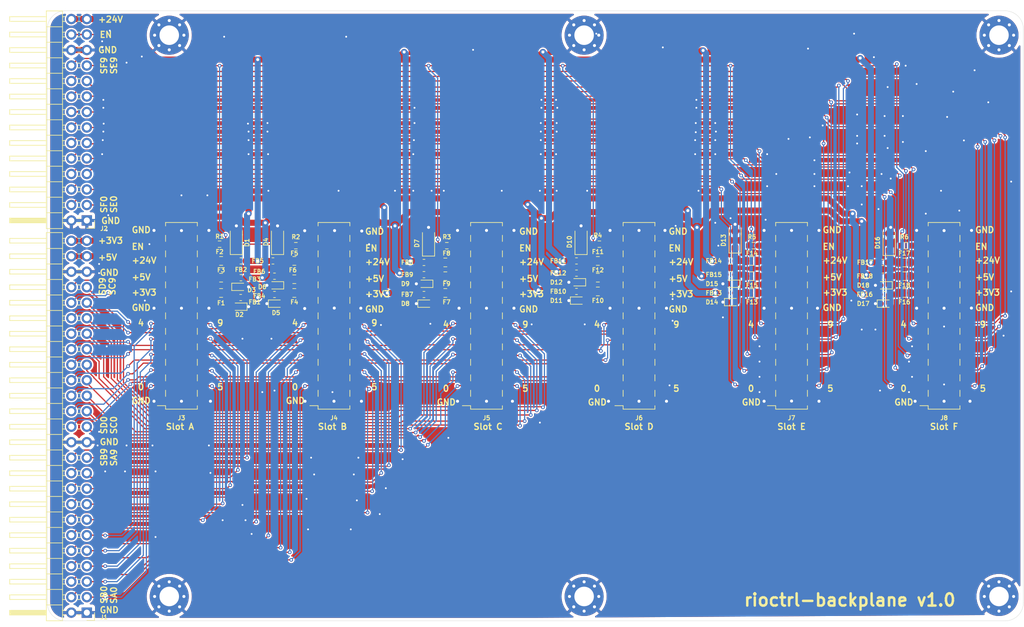
<source format=kicad_pcb>
(kicad_pcb (version 20240108) (generator "pcbnew") (generator_version "8.0")
  (layers (0 "F.Cu" signal) (31 "B.Cu" signal) (34 "B.Paste" user) (35 "F.Paste" user) (36 "B.SilkS" user "B.Silkscreen") (37 "F.SilkS" user "F.Silkscreen") (38 "B.Mask" user) (39 "F.Mask" user) (44 "Edge.Cuts" user))
  (net 0 "")
  (net 1 "/Input connectors/SC4")
  (net 2 "/Input connectors/SD5")
  (net 3 "/Input connectors/SB0")
  (net 4 "/Input connectors/SC5")
  (net 5 "/Input connectors/SC3")
  (net 6 "/Input connectors/SD1")
  (net 7 "/Input connectors/SB4")
  (net 8 "GND")
  (net 9 "/Input connectors/SB8")
  (net 10 "/Input connectors/SA4")
  (net 11 "/Input connectors/SB2")
  (net 12 "/Input connectors/SB1")
  (net 13 "/Input connectors/SA0")
  (net 14 "/Input connectors/SD2")
  (net 15 "/Input connectors/SD6")
  (net 16 "/Input connectors/SA9")
  (net 17 "/Input connectors/SD3")
  (net 18 "+3V3")
  (net 19 "/Input connectors/SD8")
  (net 20 "/Input connectors/SA7")
  (net 21 "/Input connectors/SA5")
  (net 22 "/Input connectors/SB7")
  (net 23 "+5V")
  (net 24 "/Input connectors/SC9")
  (net 25 "/Input connectors/SB3")
  (net 26 "/Input connectors/SD9")
  (net 27 "/Input connectors/SB9")
  (net 28 "/Input connectors/SA1")
  (net 29 "/Input connectors/SC6")
  (net 30 "/Input connectors/SA2")
  (net 31 "/Input connectors/SC7")
  (net 32 "/Input connectors/SA8")
  (net 33 "/Input connectors/SD0")
  (net 34 "/Input connectors/SA6")
  (net 35 "/Input connectors/SD7")
  (net 36 "/Input connectors/SB6")
  (net 37 "/Input connectors/SC1")
  (net 38 "/Input connectors/SC2")
  (net 39 "/Input connectors/SC0")
  (net 40 "/Input connectors/SD4")
  (net 41 "/Input connectors/SC8")
  (net 42 "/Input connectors/SB5")
  (net 43 "/Input connectors/SA3")
  (net 44 "/Input connectors/SE9")
  (net 45 "+24V")
  (net 46 "/Input connectors/SE5")
  (net 47 "/Input connectors/SF6")
  (net 48 "/Input connectors/SE3")
  (net 49 "/Input connectors/SF7")
  (net 50 "/Input connectors/SF5")
  (net 51 "/Input connectors/SF2")
  (net 52 "/Input connectors/SE6")
  (net 53 "/Input connectors/SF3")
  (net 54 "/Input connectors/SE2")
  (net 55 "/Input connectors/SE7")
  (net 56 "/Input connectors/SF1")
  (net 57 "/Input connectors/SE0")
  (net 58 "/Input connectors/SE8")
  (net 59 "/Input connectors/SF4")
  (net 60 "/Input connectors/SF0")
  (net 61 "/Input connectors/SF8")
  (net 62 "/Input connectors/SF9")
  (net 63 "/Input connectors/SE1")
  (net 64 "/Input connectors/SE4")
  (net 65 "/SlotEN")
  (net 66 "Net-(D1-A1)")
  (net 67 "Net-(D2-A2)")
  (net 68 "Net-(D3-A1)")
  (net 69 "Net-(J3-Pin_15)")
  (net 70 "Net-(J3-Pin_19)")
  (net 71 "Net-(J3-Pin_17)")
  (net 72 "Net-(J3-Pin_21)")
  (net 73 "Net-(D4-A1)")
  (net 74 "Net-(D5-A2)")
  (net 75 "Net-(D6-A1)")
  (net 76 "Net-(D7-A1)")
  (net 77 "Net-(D8-A2)")
  (net 78 "Net-(D9-A1)")
  (net 79 "Net-(D10-A1)")
  (net 80 "Net-(D11-A2)")
  (net 81 "Net-(D12-A1)")
  (net 82 "Net-(D13-A1)")
  (net 83 "Net-(D14-A2)")
  (net 84 "Net-(D15-A1)")
  (net 85 "Net-(D16-A1)")
  (net 86 "Net-(D17-A2)")
  (net 87 "Net-(D18-A1)")
  (net 88 "Net-(J4-Pin_15)")
  (net 89 "Net-(J4-Pin_19)")
  (net 90 "Net-(J4-Pin_17)")
  (net 91 "Net-(J5-Pin_15)")
  (net 92 "Net-(J5-Pin_19)")
  (net 93 "Net-(J5-Pin_17)")
  (net 94 "Net-(J6-Pin_15)")
  (net 95 "Net-(J6-Pin_19)")
  (net 96 "Net-(J6-Pin_17)")
  (net 97 "Net-(J7-Pin_15)")
  (net 98 "Net-(J7-Pin_19)")
  (net 99 "Net-(J7-Pin_17)")
  (net 100 "Net-(J8-Pin_15)")
  (net 101 "Net-(J8-Pin_19)")
  (net 102 "Net-(J8-Pin_17)")
  (net 103 "Net-(J4-Pin_21)")
  (net 104 "Net-(J5-Pin_21)")
  (net 105 "Net-(J6-Pin_21)")
  (net 106 "Net-(J7-Pin_21)")
  (net 107 "Net-(J8-Pin_21)")
  (footprint "Diode_SMD:D_SOD-523" (layer "F.Cu") (at 194.25 93.75 180)
    (property "Reference" "D15")
    (property "Value" "PESD5V0S1BBN")
  )
  (footprint "Resistor_SMD:R_0603_1608Metric" (layer "F.Cu") (at 122.75 87.5)
    (property "Reference" "R2")
    (property "Value" "100R")
  )
  (footprint "Inductor_SMD:L_0603_1608Metric" (layer "F.Cu") (at 113.7125 96 180)
    (property "Reference" "FB1")
    (property "Value" "FB_100R_3A")
  )
  (footprint "Connector_PinHeader_2.54mm:PinHeader_2x14_P2.54mm_Horizontal" (layer "F.Cu") (at 88.49 83.37 180)
    (property "Reference" "J2")
    (property "Value" "Conn_02x14_Odd_Even")
  )
  (footprint "Inductor_SMD:L_0603_1608Metric" (layer "F.Cu") (at 168.75 95)
    (property "Reference" "FB10")
    (property "Value" "FB_100R_3A")
  )
  (footprint "Fuse:Fuse_0805_2012Metric" (layer "F.Cu") (at 222.5 90.25)
    (property "Reference" "F17")
    (property "Value" "SMD0805B050TF")
  )
  (footprint "Diode_SMD:D_SOD-523" (layer "F.Cu") (at 119.5 94 180)
    (property "Reference" "D6")
    (property "Value" "PESD5V0S1BBN")
  )
  (footprint "MountingHole:MountingHole_3.2mm_M3_Pad_Via" (layer "F.Cu") (at 102 53)
    (property "Reference" "H1" (hide yes))
    (property "Value" "MH_3.2mm")
  )
  (footprint "MountingHole:MountingHole_3.2mm_M3_Pad_Via" (layer "F.Cu") (at 238 53)
    (property "Reference" "H3" (hide yes))
    (property "Value" "MH_3.2mm")
  )
  (footprint "Diode_SMD:D_SOD-523" (layer "F.Cu") (at 219.25 94 180)
    (property "Reference" "D18")
    (property "Value" "PESD5V0S1BBN")
  )
  (footprint "MountingHole:MountingHole_3.2mm_M3_Pad_Via" (layer "F.Cu") (at 102 145)
    (property "Reference" "H2" (hide yes))
    (property "Value" "MH_3.2mm")
  )
  (footprint "Inductor_SMD:L_0603_1608Metric" (layer "F.Cu") (at 143.75 92.25 180)
    (property "Reference" "FB9")
    (property "Value" "FB_100R_3A")
  )
  (footprint "Inductor_SMD:L_0603_1608Metric" (layer "F.Cu") (at 143.75 95.5)
    (property "Reference" "FB7")
    (property "Value" "FB_100R_3A")
  )
  (footprint "Fuse:Fuse_0805_2012Metric" (layer "F.Cu") (at 122.5 95.25)
    (property "Reference" "F4")
    (property "Value" "SMD0805B050TF")
  )
  (footprint "Fuse:Fuse_0805_2012Metric" (layer "F.Cu") (at 222.5 92.5 180)
    (property "Reference" "F18")
    (property "Value" "SMD0805B050TF")
  )
  (footprint "Inductor_SMD:L_0603_1608Metric" (layer "F.Cu") (at 218.9625 90.25)
    (property "Reference" "FB17")
    (property "Value" "FB_100R_3A")
  )
  (footprint "Fuse:Fuse_0805_2012Metric" (layer "F.Cu") (at 197.5 90)
    (property "Reference" "F14")
    (property "Value" "SMD0805B050TF")
  )
  (footprint "Diode_SMD:D_SOD-523" (layer "F.Cu") (at 169 93.5 180)
    (property "Reference" "D12")
    (property "Value" "PESD5V0S1BBN")
  )
  (footprint "Diode_SMD:D_SOD-523" (layer "F.Cu") (at 219.3 97)
    (property "Reference" "D17")
    (property "Value" "BSD5C031V")
  )
  (footprint "Resistor_SMD:R_0603_1608Metric" (layer "F.Cu") (at 147.5 87.5)
    (property "Reference" "R3")
    (property "Value" "100R")
  )
  (footprint "MountingHole:MountingHole_3.2mm_M3_Pad_Via" (layer "F.Cu") (at 170 145)
    (property "Reference" "H5" (hide yes))
    (property "Value" "MH_3.2mm")
  )
  (footprint "Connector_PinSocket_2.54mm:PinSocket_2x12_P2.54mm_Vertical_SMD" (layer "F.Cu") (at 154 99 180)
    (property "Reference" "J5")
    (property "Value" "Conn_02x12_Odd_Even")
  )
  (footprint "Fuse:Fuse_0805_2012Metric" (layer "F.Cu") (at 122.5 93 180)
    (property "Reference" "F6")
    (property "Value" "SMD0805B050TF")
  )
  (footprint "Fuse:Fuse_0805_2012Metric" (layer "F.Cu") (at 122.5 90)
    (property "Reference" "F5")
    (property "Value" "SMD0805B050TF")
  )
  (footprint "Inductor_SMD:L_0603_1608Metric" (layer "F.Cu") (at 143.75 90.25)
    (property "Reference" "FB8")
    (property "Value" "FB_100R_3A")
  )
  (footprint "Diode_SMD:D_SOD-123F" (layer "F.Cu") (at 113 86.75 90)
    (property "Reference" "D1")
    (property "Value" "SMF24A")
  )
  (footprint "Diode_SMD:D_SOD-123F" (layer "F.Cu") (at 169.5 86.75 90)
    (property "Reference" "D10")
    (property "Value" "SMF24A")
  )
  (footprint "Connector_PinSocket_2.54mm:PinSocket_2x12_P2.54mm_Vertical_SMD" (layer "F.Cu") (at 179 99 180)
    (property "Reference" "J6")
    (property "Value" "Conn_02x12_Odd_Even")
  )
  (footprint "Connector_PinSocket_2.54mm:PinSocket_2x12_P2.54mm_Vertical_SMD" (layer "F.Cu") (at 129 99 180)
    (property "Reference" "J4")
    (property "Value" "Conn_02x12_Odd_Even")
  )
  (footprint "Inductor_SMD:L_0603_1608Metric" (layer "F.Cu") (at 119.25 92.5 180)
    (property "Reference" "FB6")
    (property "Value" "FB_100R_3A")
  )
  (footprint "Inductor_SMD:L_0603_1608Metric" (layer "F.Cu") (at 219.25 95.5)
    (property "Reference" "FB16")
    (property "Value" "FB_100R_3A")
  )
  (footprint "Inductor_SMD:L_0603_1608Metric" (layer "F.Cu") (at 194 90)
    (property "Reference" "FB14")
    (property "Value" "FB_100R_3A")
  )
  (footprint "Fuse:Fuse_0805_2012Metric" (layer "F.Cu") (at 147.25 95.25)
    (property "Reference" "F7")
    (property "Value" "SMD0805B050TF")
  )
  (footprint "Diode_SMD:D_SOD-523" (layer "F.Cu") (at 143.95 93.75 180)
    (property "Reference" "D9")
    (property "Value" "PESD5V0S1BBN")
  )
  (footprint "Fuse:Fuse_0805_2012Metric" (layer "F.Cu") (at 110.5 90 180)
    (property "Reference" "F2")
    (property "Value" "SMD0805B050TF")
  )
  (footprint "Diode_SMD:D_SOD-523" (layer "F.Cu") (at 169 96.5)
    (property "Reference" "D11")
    (property "Value" "BSD5C031V")
  )
  (footprint "Fuse:Fuse_0805_2012Metric" (layer "F.Cu") (at 147.25 92.5 180)
    (property "Reference" "F9")
    (property "Value" "SMD0805B050TF")
  )
  (footprint "Fuse:Fuse_0805_2012Metric" (layer "F.Cu") (at 197.5 95.25)
    (property "Reference" "F13")
    (property "Value" "SMD0805B050TF")
  )
  (footprint "Diode_SMD:D_SOD-123F" (layer "F.Cu") (at 194.75 86.5 90)
    (property "Reference" "D13")
    (property "Value" "SMF24A")
  )
  (footprint "Fuse:Fuse_0805_2012Metric" (layer "F.Cu") (at 147.25 90.25)
    (property "Reference" "F8")
    (property "Value" "SMD0805B050TF")
  )
  (footprint "Diode_SMD:D_SOD-123F" (layer "F.Cu") (at 220 86.9 90)
    (property "Reference" "D16")
    (property "Value" "SMF24A")
  )
  (footprint "Inductor_SMD:L_0603_1608Metric" (layer "F.Cu") (at 119 90)
    (property "Reference" "FB5")
    (property "Value" "FB_100R_3A")
  )
  (footprint "Diode_SMD:D_SOD-523" (layer "F.Cu") (at 113.5 97.5 180)
    (property "Reference" "D2")
    (property "Value" "BSD5C031V")
  )
  (footprint "Fuse:Fuse_0805_2012Metric" (layer "F.Cu") (at 110.5 92.75)
    (property "Reference" "F3")
    (property "Value" "SMD0805B050TF")
  )
  (footprint "MountingHole:MountingHole_3.2mm_M3_Pad_Via" (layer "F.Cu") (at 238 145)
    (property "Reference" "H4" (hide yes))
    (property "Value" "MH_3.2mm")
  )
  (footprint "MountingHole:MountingHole_3.2mm_M3_Pad_Via" (layer "F.Cu") (at 170 53)
    (property "Reference" "H6" (hide yes))
    (property "Value" "MH_3.2mm")
  )
  (footprint "Connector_PinSocket_2.54mm:PinSocket_2x12_P2.54mm_Vertical_SMD" (layer "F.Cu") (at 104 99 180)
    (property "Reference" "J3")
    (property "Value" "Conn_02x12_Odd_Even")
  )
  (footprint "Connector_PinSocket_2.54mm:PinSocket_2x12_P2.54mm_Vertical_SMD" (layer "F.Cu") (at 229 99 180)
    (property "Reference" "J8")
    (property "Value" "Conn_02x12_Odd_Even")
  )
  (footprint "Fuse:Fuse_0805_2012Metric" (layer "F.Cu") (at 172.25 92.75 180)
    (property "Reference" "F12")
    (property "Value" "SMD0805B050TF")
  )
  (footprint "Inductor_SMD:L_0603_1608Metric" (layer "F.Cu") (at 168.75 90)
    (property "Reference" "FB11")
    (property "Value" "FB_100R_3A")
  )
  (footprint "Diode_SMD:D_SOD-123F" (layer "F.Cu") (at 119.75 86.75 90)
    (property "Reference" "D4")
    (property "Value" "SMF24A")
  )
  (footprint "Inductor_SMD:L_0603_1608Metric" (layer "F.Cu") (at 168.75 92 180)
    (property "Reference" "FB12")
    (property "Value" "FB_100R_3A")
  )
  (footprint "Resistor_SMD:R_0603_1608Metric" (layer "F.Cu") (at 222.75 87.5)
    (property "Reference" "R6")
    (property "Value" "100R")
  )
  (footprint "Fuse:Fuse_0805_2012Metric" (layer "F.Cu") (at 172.25 90)
    (property "Reference" "F11")
    (property "Value" "SMD0805B050TF")
  )
  (footprint "Connector_PinHeader_2.54mm:PinHeader_2x25_P2.54mm_Horizontal" (layer "F.Cu") (at 88.49 147.65 180)
    (property "Reference" "J1")
    (property "Value" "Conn_02x25_Odd_Even")
  )
  (footprint "Inductor_SMD:L_0603_1608Metric" (layer "F.Cu") (at 119.25 95.5)
    (property "Reference" "FB4")
    (property "Value" "FB_100R_3A")
  )
  (footprint "Resistor_SMD:R_0603_1608Metric" (layer "F.Cu") (at 172.5 87.25)
    (property "Reference" "R4")
    (property "Value" "100R")
  )
  (footprint "Diode_SMD:D_SOD-523" (layer "F.Cu") (at 113.5 94.25)
    (property "Reference" "D3")
    (property "Value" "PESD5V0S1BBN")
  )
  (footprint "Diode_SMD:D_SOD-123F" (layer "F.Cu") (at 144.5 87 90)
    (property "Reference" "D7")
    (property "Value" "SMF24A")
  )
  (footprint "Fuse:Fuse_0805_2012Metric" (layer "F.Cu") (at 172.25 95)
    (property "Reference" "F10")
    (property "Value" "SMD0805B050TF")
  )
  (footprint "Diode_SMD:D_SOD-523" (layer "F.Cu") (at 119.5 97)
    (property "Reference" "D5")
    (property "Value" "BSD5C031V")
  )
  (footprint "Diode_SMD:D_SOD-523" (layer "F.Cu") (at 144 97)
    (property "Reference" "D8")
    (property "Value" "BSD5C031V")
  )
  (footprint "Inductor_SMD:L_0603_1608Metric" (layer "F.Cu") (at 194 92.25 180)
    (property "Reference" "FB15")
    (property "Value" "FB_100R_3A")
  )
  (footprint "Fuse:Fuse_0805_2012Metric" (layer "F.Cu") (at 222.5 95.25)
    (property "Reference" "F16")
    (property "Value" "SMD0805B050TF")
  )
  (footprint "Diode_SMD:D_SOD-523" (layer "F.Cu") (at 194.25 96.75)
    (property "Reference" "D14")
    (property "Value" "BSD5C031V")
  )
  (footprint "Fuse:Fuse_0805_2012Metric" (layer "F.Cu") (at 110.5 95.25 180)
    (property "Reference" "F1")
    (property "Value" "SMD0805B050TF")
  )
  (footprint "Inductor_SMD:L_0603_1608Metric" (layer "F.Cu") (at 113.75 92.75)
    (property "Reference" "FB3")
    (property "Value" "FB_100R_3A")
  )
  (footprint "Inductor_SMD:L_0603_1608Metric" (layer "F.Cu") (at 194 95.25)
    (property "Reference" "FB13")
    (property "Value" "FB_100R_3A")
  )
  (footprint "Resistor_SMD:R_0603_1608Metric" (layer "F.Cu") (at 197.75 87.5)
    (property "Reference" "R5")
    (property "Value" "100R")
  )
  (footprint "Inductor_SMD:L_0603_1608Metric" (layer "F.Cu") (at 113.75 90 180)
    (property "Reference" "FB2")
    (property "Value" "FB_100R_3A")
  )
  (footprint "Connector_PinSocket_2.54mm:PinSocket_2x12_P2.54mm_Vertical_SMD" (layer "F.Cu") (at 204 99 180)
    (property "Reference" "J7")
    (property "Value" "Conn_02x12_Odd_Even")
  )
  (footprint "Fuse:Fuse_0805_2012Metric" (layer "F.Cu") (at 197.5 92.5 180)
    (property "Reference" "F15")
    (property "Value" "SMD0805B050TF")
  )
  (footprint "Resistor_SMD:R_0603_1608Metric" (layer "F.Cu") (at 110.25 87.25 180)
    (property "Reference" "R1")
    (property "Value" "100R")
  )
  (footprint "Inductor_SMD:L_0603_1608Metric" (layer "F.Cu") (at 219 92.5 180)
    (property "Reference" "FB18")
    (property "Value" "FB_100R_3A")
  )
  (gr_line (start 239 149) (end 85 149) (stroke (width 0.05)) (layer "Edge.Cuts"))
  (gr_line (start 82 146) (end 82 52) (stroke (width 0.05)) (layer "Edge.Cuts"))
  (gr_line (start 242 52) (end 242 146) (stroke (width 0.05)) (layer "Edge.Cuts"))
  (gr_arc (start 85 149) (mid 82.87868 148.12132) (end 82 146) (stroke (width 0.05)) (layer "Edge.Cuts"))
  (gr_arc (start 239 49) (mid 241.12132 49.87868) (end 242 52) (stroke (width 0.05)) (layer "Edge.Cuts"))
  (gr_arc (start 242 146) (mid 241.12132 148.12132) (end 239 149) (stroke (width 0.05)) (layer "Edge.Cuts"))
  (gr_arc (start 82 52) (mid 82.87868 49.87868) (end 85 49) (stroke (width 0.05)) (layer "Edge.Cuts"))
  (gr_line (start 85 49) (end 239 49) (stroke (width 0.05)) (layer "Edge.Cuts"))
  (gr_text "5" (at 184.5 111.5 0) (layer "F.SilkS") (effects (font (size 1 1) (thickness 0.2) (bold yes)) (justify left bottom)))
  (gr_text "+3V3" (at 234 95.75 0) (layer "F.SilkS") (effects (font (size 1 1) (thickness 0.2) (bold yes)) (justify left bottom)))
  (gr_text "5" (at 234.75 111.5 0) (layer "F.SilkS") (effects (font (size 1 1) (thickness 0.2) (bold yes)) (justify left bottom)))
  (gr_text "GND" (at 209 98.25 0) (layer "F.SilkS") (effects (font (size 1 1) (thickness 0.2) (bold yes)) (justify left bottom)))
  (gr_text "EN" (at 134 88.5 0) (layer "F.SilkS") (effects (font (size 1 1) (thickness 0.2) (bold yes)) (justify left bottom)))
  (gr_text "4" (at 96.75 100.75 0) (layer "F.SilkS") (effects (font (size 1 1) (thickness 0.2) (bold yes)) (justify left bottom)))
  (gr_text "5" (at 209.75 111.5 0) (layer "F.SilkS") (effects (font (size 1 1) (thickness 0.2) (bold yes)) (justify left bottom)))
  (gr_text "+3V3" (at 90.25 87.25 0) (layer "F.SilkS") (effects (font (size 1 1) (thickness 0.2) (bold yes)) (justify left bottom)))
  (gr_text "GND" (at 121 113.5 0) (layer "F.SilkS") (effects (font (size 1 1) (thickness 0.2) (bold yes)) (justify left bottom)))
  (gr_text "SD0\nSC0" (at 93.5 118.5 90) (layer "F.SilkS") (effects (font (size 1 1) (thickness 0.2) (bold yes)) (justify left bottom)))
  (gr_text "+3V3" (at 95.75 95.75 0) (layer "F.SilkS") (effects (font (size 1 1) (thickness 0.2) (bold yes)) (justify left bottom)))
  (gr_text "9" (at 109.75 100.75 0) (layer "F.SilkS") (effects (font (size 1 1) (thickness 0.2) (bold yes)) (justify left bottom)))
  (gr_text "4" (at 171.5 101 0) (layer "F.SilkS") (effects (font (size 1 1) (thickness 0.2) (bold yes)) (justify left bottom)))
  (gr_text "GND" (at 195.75 113.75 0) (layer "F.SilkS") (effects (font (size 1 1) (thickness 0.2) (bold yes)) (justify left bottom)))
  (gr_text "0" (at 196.75 111.5 0) (layer "F.SilkS") (effects (font (size 1 1) (thickness 0.2) (bold yes)) (justify left bottom)))
  (gr_text "Slot C" (at 154.25 117.75 0) (layer "F.SilkS") (effects (font (size 1 1) (thickness 0.2) (bold yes)) (justify bottom)))
  (gr_text "+3V3" (at 134 96 0) (layer "F.SilkS") (effects (font (size 1 1) (thickness 0.2) (bold yes)) (justify left bottom)))
  (gr_text "GND" (at 95.75 98.25 0) (layer "F.SilkS") (effects (font (size 1 1) (thickness 0.2) (bold yes)) (justify left bottom)))
  (gr_text "9" (at 209.75 101 0) (layer "F.SilkS") (effects (font (size 1 1) (thickness 0.2) (bold yes)) (justify left bottom)))
  (gr_text "+3V3" (at 183.75 96 0) (layer "F.SilkS") (effects (font (size 1 1) (thickness 0.2) (bold yes)) (justify left bottom)))
  (gr_text "GND" (at 220.75 113.75 0) (layer "F.SilkS") (effects (font (size 1 1) (thickness 0.2) (bold yes)) (justify left bottom)))
  (gr_text "+24V" (at 159.25 90.75 0) (layer "F.SilkS") (effects (font (size 1 1) (thickness 0.2) (bold yes)) (justify left bottom)))
  (gr_text "9" (at 159.75 101 0) (layer "F.SilkS") (effects (font (size 1 1) (thickness 0.2) (bold yes)) (justify left bottom)))
  (gr_text "GND" (at 234 85.5 0) (layer "F.SilkS") (effects (font (size 1 1) (thickness 0.2) (bold yes)) (justify left bottom)))
  (gr_text "GND" (at 90.5 120.25 0) (layer "F.SilkS") (effects (font (size 1 1) (thickness 0.2) (bold yes)) (justify left bottom)))
  (gr_text "9" (at 135 100.75 0) (layer "F.SilkS") (effects (font (size 1 1) (thickness 0.2) (bold yes)) (justify left bottom)))
  (gr_text "+5V" (at 134 93.5 0) (layer "F.SilkS") (effects (font (size 1 1) (thickness 0.2) (bold yes)) (justify left bottom)))
  (gr_text "GND" (at 134 85.75 0) (layer "F.SilkS") (effects (font (size 1 1) (thickness 0.2) (bold yes)) (justify left bottom)))
  (gr_text "+24V" (at 209 90.5 0) (layer "F.SilkS") (effects (font (size 1 1) (thickness 0.2) (bold yes)) (justify left bottom)))
  (gr_text "0" (at 96.75 111.25 0) (layer "F.SilkS") (effects (font (size 1 1) (thickness 0.2) (bold yes)) (justify left bottom)))
  (gr_text "GND" (at 183.75 98.5 0) (layer "F.SilkS") (effects (font (size 1 1) (thickness 0.2) (bold yes)) (justify left bottom)))
  (gr_text "9" (at 234.75 101 0) (layer "F.SilkS") (effects (font (size 1 1) (thickness 0.2) (bold yes)) (justify left bottom)))
  (gr_text "+24V" (at 183.75 90.75 0) (layer "F.SilkS") (effects (font (size 1 1) (thickness 0.2) (bold yes)) (justify left bottom)))
  (gr_text "Slot D" (at 179 117.75 0) (layer "F.SilkS") (effects (font (size 1 1) (thickness 0.2) (bold yes)) (justify bottom)))
  (gr_text "+24V" (at 95.75 90.5 0) (layer "F.SilkS") (effects (font (size 1 1) (thickness 0.2) (bold yes)) (justify left bottom)))
  (gr_text "4" (at 122 100.75 0) (layer "F.SilkS") (effects (font (size 1 1) (thickness 0.2) (bold yes)) (justify left bottom)))
  (gr_text "GND" (at 145.75 113.75 0) (layer "F.SilkS") (effects (font (size 1 1) (thickness 0.2) (bold yes)) (justify left bottom)))
  (gr_text "+24V" (at 90.25 51 0) (layer "F.SilkS") (effects (font (size 1 1) (thickness 0.2) (bold yes)) (justify left bottom)))
  (gr_text "GND" (at 170.5 113.75 0) (layer "F.SilkS") (effects (font (size 1 1) (thickness 0.2) (bold yes)) (justify left bottom)))
  (gr_text "GND" (at 183.75 85.75 0) (layer "F.SilkS") (effects (font (size 1 1) (thickness 0.2) (bold yes)) (justify left bottom)))
  (gr_text "+5V" (at 183.75 93.5 0) (layer "F.SilkS") (effects (font (size 1 1) (thickness 0.2) (bold yes)) (justify left bottom)))
  (gr_text "GND" (at 95.75 113.5 0) (layer "F.SilkS") (effects (font (size 1 1) (thickness 0.2) (bold yes)) (justify left bottom)))
  (gr_text "GND" (at 90.25 56 0) (layer "F.SilkS") (effects (font (size 1 1) (thickness 0.2) (bold yes)) (justify left bottom)))
  (gr_text "+3V3" (at 159.25 96 0) (layer "F.SilkS") (effects (font (size 1 1) (thickness 0.2) (bold yes)) (justify left bottom)))
  (gr_text "+5V" (at 209 93.25 0) (layer "F.SilkS") (effects (font (size 1 1) (thickness 0.2) (bold yes)) (justify left bottom)))
  (gr_text "5" (at 135 111.25 0) (layer "F.SilkS") (effects (font (size 1 1) (thickness 0.2) (bold yes)) (justify left bottom)))
  (gr_text "9" (at 184.5 101 0) (layer "F.SilkS") (effects (font (size 1 1) (thickness 0.2) (bold yes)) (justify left bottom)))
  (gr_text "+5V" (at 234 93.25 0) (layer "F.SilkS") (effects (font (size 1 1) (thickness 0.2) (bold yes)) (justify left bottom)))
  (gr_text "SF9\nSE9" (at 93.5 59.5 90) (layer "F.SilkS") (effects (font (size 1 1) (thickness 0.2) (bold yes)) (justify left bottom)))
  (gr_text "GND" (at 90.75 84 0) (layer "F.SilkS") (effects (font (size 1 1) (thickness 0.2) (bold yes)) (justify left bottom)))
  (gr_text "Slot F" (at 229 117.75 0) (layer "F.SilkS") (effects (font (size 1 1) (thickness 0.2) (bold yes)) (justify bottom)))
  (gr_text "EN" (at 183.75 88.5 0) (layer "F.SilkS") (effects (font (size 1 1) (thickness 0.2) (bold yes)) (justify left bottom)))
  (gr_text "GND" (at 159.25 98.5 0) (layer "F.SilkS") (effects (font (size 1 1) (thickness 0.2) (bold yes)) (justify left bottom)))
  (gr_text "5" (at 159.75 111.5 0) (layer "F.SilkS") (effects (font (size 1 1) (thickness 0.2) (bold yes)) (justify left bottom)))
  (gr_text "EN" (at 95.75 88.25 0) (layer "F.SilkS") (effects (font (size 1 1) (thickness 0.2) (bold yes)) (justify left bottom)))
  (gr_text "0" (at 146.75 111.5 0) (layer "F.SilkS") (effects (font (size 1 1) (thickness 0.2) (bold yes)) (justify left bottom)))
  (gr_text "GND" (at 209 85.5 0) (layer "F.SilkS") (effects (font (size 1 1) (thickness 0.2) (bold yes)) (justify left bottom)))
  (gr_text "Slot A" (at 103.75 117.75 0) (layer "F.SilkS") (effects (font (size 1 1) (thickness 0.2) (bold yes)) (justify bottom)))
  (gr_text "Slot B" (at 128.75 117.75 0) (layer "F.SilkS") (effects (font (size 1 1) (thickness 0.2) (bold yes)) (justify bottom)))
  (gr_text "+5V" (at 159.25 93.5 0) (layer "F.SilkS") (effects (font (size 1 1) (thickness 0.2) (bold yes)) (justify left bottom)))
  (gr_text "EN" (at 209 88.25 0) (layer "F.SilkS") (effects (font (size 1 1) (thickness 0.2) (bold yes)) (justify left bottom)))
  (gr_text "SF0\nSE0" (at 93.5 82.25 90) (layer "F.SilkS") (effects (font (size 1 1) (thickness 0.2) (bold yes)) (justify left bottom)))
  (gr_text "GND" (at 234 98.25 0) (layer "F.SilkS") (effects (font (size 1 1) (thickness 0.2) (bold yes)) (justify left bottom)))
  (gr_text "+24V" (at 234 90.5 0) (layer "F.SilkS") (effects (font (size 1 1) (thickness 0.2) (bold yes)) (justify left bottom)))
  (gr_text "4" (at 196.75 101 0) (layer "F.SilkS") (effects (font (size 1 1) (thickness 0.2) (bold yes)) (justify left bottom)))
  (gr_text "Slot E" (at 204 117.75 0) (layer "F.SilkS") (effects (font (size 1 1) (thickness 0.2) (bold yes)) (justify bottom)))
  (gr_text "+5V" (at 95.75 93.25 0) (layer "F.SilkS") (effects (font (size 1 1) (thickness 0.2) (bold yes)) (justify left bottom)))
  (gr_text "0" (at 221.75 111.5 0) (layer "F.SilkS") (effects (font (size 1 1) (thickness 0.2) (bold yes)) (justify left bottom)))
  (gr_text "+24V" (at 134 90.75 0) (layer "F.SilkS") (effects (font (size 1 1) (thickness 0.2) (bold yes)) (justify left bottom)))
  (gr_text "EN" (at 234 88.25 0) (layer "F.SilkS") (effects (font (size 1 1) (thickness 0.2) (bold yes)) (justify left bottom)))
  (gr_text "+3V3" (at 209 95.75 0) (layer "F.SilkS") (effects (font (size 1 1) (thickness 0.2) (bold yes)) (justify left bottom)))
  (gr_text "+5V" (at 90.25 90 0) (layer "F.SilkS") (effects (font (size 1 1) (thickness 0.2) (bold yes)) (justify left bottom)))
  (gr_text "GND" (at 134 98.5 0) (layer "F.SilkS") (effects (font (size 1 1) (thickness 0.2) (bold yes)) (justify left bottom)))
  (gr_text "0" (at 171.5 111.5 0) (layer "F.SilkS") (effects (font (size 1 1) (thickness 0.2) (bold yes)) (justify left bottom)))
  (gr_text "GND" (at 90.5 92.5 0) (layer "F.SilkS") (effects (font (size 1 1) (thickness 0.2) (bold yes)) (justify left bottom)))
  (gr_text "rioctrl-backplane v1.0" (at 196 146.75 0) (layer "F.SilkS") (effects (font (size 2 2) (thickness 0.4) (bold yes)) (justify left bottom)))
  (gr_text "GND" (at 159.25 85.75 0) (layer "F.SilkS") (effects (font (size 1 1) (thickness 0.2) (bold yes)) (justify left bottom)))
  (gr_text "EN" (at 159.25 88.5 0) (layer "F.SilkS") (effects (font (size 1 1) (thickness 0.2) (bold yes)) (justify left bottom)))
  (gr_text "5" (at 109.75 111.25 0) (layer "F.SilkS") (effects (font (size 1 1) (thickness 0.2) (bold yes)) (justify left bottom)))
  (gr_text "SB0\nSA0" (at 93.5 146.3 90) (layer "F.SilkS") (effects (font (size 1 1) (thickness 0.2) (bold yes)) (justify left bottom)))
  (gr_text "0" (at 122 111.25 0) (layer "F.SilkS") (effects (font (size 1 1) (thickness 0.2) (bold yes)) (justify left bottom)))
  (gr_text "SD9\nSC9" (at 93.25 95.75 90) (layer "F.SilkS") (effects (font (size 1 1) (thickness 0.2) (bold yes)) (justify left bottom)))
  (gr_text "SB9\nSA9" (at 93.5 123.75 90) (layer "F.SilkS") (effects (font (size 1 1) (thickness 0.2) (bold yes)) (justify left bottom)))
  (gr_text "4" (at 146.75 101 0) (layer "F.SilkS") (effects (font (size 1 1) (thickness 0.2) (bold yes)) (justify left bottom)))
  (gr_text "4" (at 221.75 101 0) (layer "F.SilkS") (effects (font (size 1 1) (thickness 0.2) (bold yes)) (justify left bottom)))
  (gr_text "GND" (at 95.75 85.5 0) (layer "F.SilkS") (effects (font (size 1 1) (thickness 0.2) (bold yes)) (justify left bottom)))
  (gr_text "EN" (at 90.5 53.5 0) (layer "F.SilkS") (effects (font (size 1 1) (thickness 0.2) (bold yes)) (justify left bottom)))
  (gr_text "GND" (at 90.5 147.8 0) (layer "F.SilkS") (effects (font (size 1 1) (thickness 0.2) (bold yes)) (justify left bottom)))
  (segment (start 141.5 117.5) (end 98 117.5) (width 0.2) (layer "F.Cu") (net 1))
  (segment (start 148.5 100.25) (end 149 100.25) (width 0.2) (layer "F.Cu") (net 1))
  (segment (start 88.966346 108.4) (end 88.9 108.4) (width 0.2) (layer "F.Cu") (net 1))
  (segment (start 88.9 108.4) (end 88.49 107.99) (width 0.2) (layer "F.Cu") (net 1))
  (segment (start 89.64 109.14) (end 89.64 109.073654) (width 0.2) (layer "F.Cu") (net 1))
  (segment (start 89.64 109.073654) (end 88.966346 108.4) (width 0.2) (layer "F.Cu") (net 1))
  (segment (start 88.49 107.99) (end 88.49 107.01) (width 0.2) (layer "F.Cu") (net 1))
  (segment (start 98 117.5) (end 89.64 109.14) (width 0.2) (layer "F.Cu") (net 1))
  (segment (start 149 100.25) (end 149.02 100.27) (width 0.2) (layer "F.Cu") (net 1))
  (segment (start 149.02 100.27) (end 151.48 100.27) (width 0.2) (layer "F.Cu") (net 1))
  (via (at 141.5 117.5) (size 0.6) (drill 0.3) (layers "F.Cu" "B.Cu") (net 1))
  (via (at 148.5 100.25) (size 0.6) (drill 0.3) (layers "F.Cu" "B.Cu") (net 1))
  (segment (start 143.75 115.25) (end 143.75 105) (width 0.2) (layer "B.Cu") (net 1))
  (segment (start 141.5 117.5) (end 143.75 115.25) (width 0.2) (layer "B.Cu") (net 1))
  (segment (start 143.75 105) (end 148.5 100.25) (width 0.2) (layer "B.Cu") (net 1))
  (segment (start 143.6 103.85) (end 143.7 103.75) (width 0.2) (layer "F.Cu") (net 2))
  (segment (start 95.85 103.85) (end 143.6 103.85) (width 0.2) (layer "F.Cu") (net 2))
  (segment (start 95.25 103.25) (end 95.85 103.85) (width 0.2) (layer "F.Cu") (net 2))
  (segment (start 143.7 103.75) (end 177.5 103.75) (width 0.2) (layer "F.Cu") (net 2))
  (segment (start 178.75 107.66) (end 181.52 110.43) (width 0.2) (layer "F.Cu") (net 2))
  (segment (start 178.75 105) (end 178.75 107.66) (width 0.2) (layer "F.Cu") (net 2))
  (segment (start 177.5 103.75) (end 178.75 105) (width 0.2) (layer "F.Cu") (net 2))
  (via (at 95.25 103.25) (size 0.6) (drill 0.3) (layers "F.Cu" "B.Cu") (net 2))
  (segment (start 87.1 103.32) (end 95.18 103.32) (width 0.2) (layer "B.Cu") (net 2))
  (segment (start 85.95 104.47) (end 87.1 103.32) (width 0.2) (layer "B.Cu") (net 2))
  (segment (start 95.18 103.32) (end 95.25 103.25) (width 0.2) (layer "B.Cu") (net 2))
  (segment (start 124.32 110.43) (end 126.48 110.43) (width 0.2) (layer "F.Cu") (net 3))
  (segment (start 87.1 143.96) (end 94.441471 143.96) (width 0.2) (layer "F.Cu") (net 3))
  (segment (start 85.95 145.11) (end 87.1 143.96) (width 0.2) (layer "F.Cu") (net 3))
  (segment (start 99.401471 139) (end 122 139) (width 0.2) (layer "F.Cu") (net 3))
  (segment (start 94.441471 143.96) (end 99.401471 139) (width 0.2) (layer "F.Cu") (net 3))
  (segment (start 124.25 110.5) (end 124.32 110.43) (width 0.2) (layer "F.Cu") (net 3))
  (via (at 124.25 110.5) (size 0.6) (drill 0.3) (layers "F.Cu" "B.Cu") (net 3))
  (via (at 122 139) (size 0.6) (drill 0.3) (layers "F.Cu" "B.Cu") (net 3))
  (segment (start 123.45 111.3) (end 124.25 110.5) (width 0.2) (layer "B.Cu") (net 3))
  (segment (start 123.45 137.55) (end 123.45 111.3) (width 0.2) (layer "B.Cu") (net 3))
  (segment (start 122 139) (end 123.45 137.55) (width 0.2) (layer "B.Cu") (net 3))
  (segment (start 158.93 110.43) (end 156.52 110.43) (width 0.2) (layer "F.Cu") (net 4))
  (segment (start 98.25 117) (end 140.25 117) (width 0.2) (layer "F.Cu") (net 4))
  (segment (start 90.5 109.25) (end 98.25 117) (width 0.2) (layer "F.Cu") (net 4))
  (segment (start 159.4 116.9) (end 159.5 117) (width 0.2) (layer "F.Cu") (net 4))
  (segment (start 140.25 117) (end 140.35 116.9) (width 0.2) (layer "F.Cu") (net 4))
  (segment (start 88.49 104.47) (end 90.5 106.48) (width 0.2) (layer "F.Cu") (net 4))
  (segment (start 90.5 106.48) (end 90.5 109.25) (width 0.2) (layer "F.Cu") (net 4))
  (segment (start 159 110.5) (end 158.93 110.43) (width 0.2) (layer "F.Cu") (net 4))
  (segment (start 140.35 116.9) (end 159.4 116.9) (width 0.2) (layer "F.Cu") (net 4))
  (via (at 159.5 117) (size 0.6) (drill 0.3) (layers "F.Cu" "B.Cu") (net 4))
  (via (at 159 110.5) (size 0.6) (drill 0.3) (layers "F.Cu" "B.Cu") (net 4))
  (segment (start 159.5 111) (end 159 110.5) (width 0.2) (layer "B.Cu") (net 4))
  (segment (start 159.5 117) (end 159.5 111) (width 0.2) (layer "B.Cu") (net 4))
  (segment (start 141.276471 118.125) (end 141.151471 118) (width 0.2) (layer "F.Cu") (net 5))
  (segment (start 148.5 102.81) (end 151.48 102.81) (width 0.2) (layer "F.Cu") (net 5))
  (segment (start 88.49 109.99) (end 88.49 109.55) (width 0.2) (layer "F.Cu") (net 5))
  (segment (start 142.375 118.125) (end 141.276471 118.125) (width 0.2) (layer "F.Cu") (net 5))
  (segment (start 96.5 118) (end 88.49 109.99) (width 0.2) (layer "F.Cu") (net 5))
  (segment (start 141.151471 118) (end 96.5 118) (width 0.2) (layer "F.Cu") (net 5))
  (via (at 142.375 118.125) (size 0.6) (drill 0.3) (layers "F.Cu" "B.Cu") (net 5))
  (via (at 148.5 102.81) (size 0.6) (drill 0.3) (layers "F.Cu" "B.Cu") (net 5))
  (segment (start 144.75 115.75) (end 144.75 107.25) (width 0.2) (layer "B.Cu") (net 5))
  (segment (start 148.5 103.5) (end 148.5 102.81) (width 0.2) (layer "B.Cu") (net 5))
  (segment (start 142.375 118.125) (end 144.75 115.75) (width 0.2) (layer "B.Cu") (net 5))
  (segment (start 144.75 107.25) (end 148.5 103.5) (width 0.2) (layer "B.Cu") (net 5))
  (segment (start 96.5 109.5) (end 97 109) (width 0.2) (layer "F.Cu") (net 6))
  (segment (start 171.25 109) (end 172.36 107.89) (width 0.2) (layer "F.Cu") (net 6))
  (segment (start 172.36 107.89) (end 176.48 107.89) (width 0.2) (layer "F.Cu") (net 6))
  (segment (start 112 108.75) (end 112.25 109) (width 0.2) (layer "F.Cu") (net 6))
  (segment (start 97 109) (end 111.75 109) (width 0.2) (layer "F.Cu") (net 6))
  (segment (start 111.75 109) (end 112 108.75) (width 0.2) (layer "F.Cu") (net 6))
  (segment (start 95.25 109.5) (end 96.5 109.5) (width 0.2) (layer "F.Cu") (net 6))
  (segment (start 112.25 109) (end 171.25 109) (width 0.2) (layer "F.Cu") (net 6))
  (via (at 95.25 109.5) (size 0.6) (drill 0.3) (layers "F.Cu" "B.Cu") (net 6))
  (segment (start 91.27 113.48) (end 95.25 109.5) (width 0.2) (layer "B.Cu") (net 6))
  (segment (start 85.95 114.63) (end 87.1 113.48) (width 0.2) (layer "B.Cu") (net 6))
  (segment (start 87.1 113.48) (end 91.27 113.48) (width 0.2) (layer "B.Cu") (net 6))
  (segment (start 116 132.75) (end 116.25 132.75) (width 0.2) (layer "F.Cu") (net 7))
  (segment (start 124 100.5) (end 124.23 100.27) (width 0.2) (layer "F.Cu") (net 7))
  (segment (start 124.23 100.27) (end 126.48 100.27) (width 0.2) (layer "F.Cu") (net 7))
  (segment (start 85.95 134.95) (end 87.1 133.8) (width 0.2) (layer "F.Cu") (net 7))
  (segment (start 114.95 133.8) (end 116 132.75) (width 0.2) (layer "F.Cu") (net 7))
  (segment (start 87.1 133.8) (end 114.95 133.8) (width 0.2) (layer "F.Cu") (net 7))
  (via (at 124 100.5) (size 0.6) (drill 0.3) (layers "F.Cu" "B.Cu") (net 7))
  (via (at 116.25 132.75) (size 0.6) (drill 0.3) (layers "F.Cu" "B.Cu") (net 7))
  (segment (start 116.25 108.25) (end 124 100.5) (width 0.2) (layer "B.Cu") (net 7))
  (segment (start 116.25 132.75) (end 116.25 108.25) (width 0.2) (layer "B.Cu") (net 7))
  (segment (start 204 112.97) (end 206.52 112.97) (width 1) (layer "F.Cu") (net 8))
  (segment (start 206.52 112.97) (end 226.48 112.97) (width 1) (layer "F.Cu") (net 8))
  (segment (start 201.48 112.97) (end 204 112.97) (width 1) (layer "F.Cu") (net 8))
  (segment (start 178.98 97.73) (end 179 97.75) (width 1) (layer "F.Cu") (net 8))
  (segment (start 179.02 97.73) (end 179 97.75) (width 1) (layer "F.Cu") (net 8))
  (segment (start 176.48 97.73) (end 178.98 97.73) (width 1) (layer "F.Cu") (net 8))
  (segment (start 106.52 85.03) (end 108.47 85.03) (width 1) (layer "F.Cu") (net 8))
  (segment (start 101.48 97.73) (end 108.48 97.73) (width 1) (layer "F.Cu") (net 8))
  (segment (start 179.03 85.03) (end 179 85) (width 1) (layer "F.Cu") (net 8))
  (segment (start 194.75 85.1) (end 194.75 84) (width 1) (layer "F.Cu") (net 8))
  (segment (start 181.52 112.97) (end 179.03 112.97) (width 1) (layer "F.Cu") (net 8))
  (segment (start 226.48 97.73) (end 228.98 97.73) (width 1) (layer "F.Cu") (net 8))
  (segment (start 169.5 85.35) (end 169.5 84.25) (width 1) (layer "F.Cu") (net 8))
  (segment (start 206.52 112.97) (end 208.47 112.97) (width 1) (layer "F.Cu") (net 8))
  (segment (start 85.95 55.43) (end 88.49 55.43) (width 1) (layer "F.Cu") (net 8))
  (segment (start 133.47 112.97) (end 133.5 113) (width 1) (layer "F.Cu") (net 8))
  (segment (start 233.5 97.75) (end 233.48 97.73) (width 1) (layer "F.Cu") (net 8))
  (segment (start 151.48 85.03) (end 153.97 85.03) (width 1) (layer "F.Cu") (net 8))
  (segment (start 126.48 97.73) (end 124.75 97.73) (width 1) (layer "F.Cu") (net 8))
  (segment (start 201.48 85.03) (end 203.97 85.03) (width 1) (layer "F.Cu") (net 8))
  (segment (start 201.48 85.03) (end 199.53 85.03) (width 1) (layer "F.Cu") (net 8))
  (segment (start 224.52 97.73) (end 224.5 97.75) (width 1) (layer "F.Cu") (net 8))
  (segment (start 131.52 97.73) (end 129.05 97.73) (width 1) (layer "F.Cu") (net 8))
  (segment (start 226.48 112.97) (end 228.97 112.97) (width 1) (layer "F.Cu") (net 8))
  (segment (start 124.28 112.97) (end 124.25 113) (width 1) (layer "F.Cu") (net 8))
  (segment (start 174.27 97.73) (end 174.25 97.75) (width 1) (layer "F.Cu") (net 8))
  (segment (start 108.72 112.97) (end 108.75 113) (width 1) (layer "F.Cu") (net 8))
  (segment (start 151.48 85.03) (end 149.28 85.03) (width 1) (layer "F.Cu") (net 8))
  (segment (start 151.48 112.97) (end 153.97 112.97) (width 1) (layer "F.Cu") (net 8))
  (segment (start 101.48 112.97) (end 99.53 112.97) (width 1) (layer "F.Cu") (net 8))
  (segment (start 131.52 85.03) (end 133.48 85.03) (width 1) (layer "F.Cu") (net 8))
  (segment (start 231.52 97.73) (end 233.48 97.73) (width 1) (layer "F.Cu") (net 8))
  (segment (start 201.48 97.73) (end 199.52 97.73) (width 1) (layer "F.Cu") (net 8))
  (segment (start 123.02 97.73) (end 124.75 97.73) (width 1) (layer "F.Cu") (net 8))
  (segment (start 178.25 112.97) (end 178.97 112.97) (width 1) (layer "F.Cu") (net 8))
  (segment (start 226.48 97.73) (end 224.52 97.73) (width 1) (layer "F.Cu") (net 8))
  (segment (start 183.47 112.97) (end 183.5 113) (width 1) (layer "F.Cu") (net 8))
  (segment (start 233.47 85.03) (end 233.5 85) (width 1) (layer "F.Cu") (net 8))
  (segment (start 226.48 85.03) (end 224.53 85.03) (width 1) (layer "F.Cu") (net 8))
  (segment (start 178.97 112.97) (end 179 113) (width 1) (layer "F.Cu") (net 8))
  (segment (start 176.48 97.73) (end 174.27 97.73) (width 1) (layer "F.Cu") (net 8))
  (segment (start 151.48 97.73) (end 149.52 97.73) (width 1) (layer "F.Cu") (net 8))
  (segment (start 133.48 85.03) (end 133.55 85.1) (width 1) (layer "F.Cu") (net 8))
  (segment (start 226.48 112.97) (end 224.28 112.97) (width 1) (layer "F.Cu") (net 8))
  (segment (start 133.38 97.73) (end 133.4 97.75) (width 1) (layer "F.Cu") (net 8))
  (segment (start 193.55 93.75) (end 192.75 93.75) (width 1) (layer "F.Cu") (net 8))
  (segment (start 199.53 85.03) (end 199.5 85) (width 1) (layer "F.Cu") (net 8))
  (segment (start 131.52 97.73) (end 133.38 97.73) (width 1) (layer "F.Cu") (net 8))
  (segment (start 103.98 97.73) (end 104 97.75) (width 1) (layer "F.Cu") (net 8))
  (segment (start 106.52 85.03) (end 104 85.03) (width 1) (layer "F.Cu") (net 8))
  (segment (start 154.03 85.03) (end 154 85) (width 1) (layer "F.Cu") (net 8))
  (segment (start 101.48 112.97) (end 103.97 112.97) (width 1) (layer "F.Cu") (net 8))
  (segment (start 201.48 112.97) (end 199.53 112.97) (width 1) (layer "F.Cu") (net 8))
  (segment (start 156.52 85.03) (end 154.03 85.03) (width 1) (layer "F.Cu") (net 8))
  (segment (start 176.48 85.03) (end 174.28 85.03) (width 1) (layer "F.Cu") (net 8))
  (segment (start 203.98 97.73) (end 204 97.75) (width 1) (layer "F.Cu") (net 8))
  (segment (start 101.48 97.73) (end 99.52 97.73) (width 1) (layer "F.Cu") (net 8))
  (segment (start 131.52 85.03) (end 129.1 85.03) (width 1) (layer "F.Cu") (net 8))
  (segment (start 206.52 97.73) (end 206.99 98.2) (width 1) (layer "F.Cu") (net 8))
  (segment (start 181.52 97.73) (end 179.02 97.73) (width 1) (layer "F.Cu") (net 8))
  (segment (start 156.52 112.97) (end 158.22 112.97) (width 1) (layer "F.Cu") (net 8))
  (segment (start 110.2 98.7) (end 122.05 98.7) (width 1) (layer "F.Cu") (net 8))
  (segment (start 179.03 112.97) (end 179 113) (width 1) (layer "F.Cu") (net 8))
  (segment (start 181.52 97.73) (end 181.74 97.95) (width 1) (layer "F.Cu") (net 8))
  (segment (start 108.48 97.73) (end 108.5 97.75) (width 1) (layer "F.Cu") (net 8))
  (segment (start 108.75 113) (end 108.78 112.97) (width 1) (layer "F.Cu") (net 8))
  (segment (start 126.48 85.03) (end 129.1 85.03) (width 1) (layer "F.Cu") (net 8))
  (segment (start 156.52 97.73) (end 176.48 97.73) (width 1) (layer "F.Cu") (net 8))
  (segment (start 181.52 112.97) (end 201.53 112.97) (width 1) (layer "F.Cu") (net 8))
  (segment (start 143.3 97) (end 142.5 97) (width 1) (layer "F.Cu") (net 8))
  (segment (start 99.52 97.73) (end 99.5 97.75) (width 1) (layer "F.Cu") (net 8))
  (segment (start 143.25 93.75) (end 142.5 93.75) (width 1) (layer "F.Cu") (net 8))
  (segment (start 156.52 97.73) (end 158.48 97.73) (width 1) (layer "F.Cu") (net 8))
  (segment (start 156.52 112.97) (end 154.03 112.97) (width 1) (layer "F.Cu") (net 8))
  (segment (start 168.3 96.5) (end 167.5 96.5) (width 1) (layer "F.Cu") (net 8))
  (segment (start 126.48 85.03) (end 124.22 85.03) (width 1) (layer "F.Cu") (net 8))
  (segment (start 199.53 112.97) (end 199.5 113) (width 1) (layer "F.Cu") (net 8))
  (segment (start 183.48 97.73) (end 183.5 97.75) (width 1) (layer "F.Cu") (net 8))
  (segment (start 124.75 97.73) (end 124.27 97.73) (width 1) (layer "F.Cu") (net 8))
  (segment (start 224.28 112.97) (end 224.25 113) (width 1) (layer "F.Cu") (net 8))
  (segment (start 153.97 112.97) (end 154 113) (width 1) (layer "F.Cu") (net 8))
  (segment (start 126.48 97.73) (end 129.05 97.73) (width 1) (layer "F.Cu") (net 8))
  (segment (start 99.53 112.97) (end 99.5 113) (width 1) (layer "F.Cu") (net 8))
  (segment (start 233.22 112.97) (end 233.25 113) (width 1) (layer "F.Cu") (net 8))
  (segment (start 206.52 85.03) (end 204.03 85.03) (width 1) (layer "F.Cu") (net 8))
  (segment (start 131.52 112.97) (end 133.47 112.97) (width 1) (layer "F.Cu") (net 8))
  (segment (start 114.2 94.25) (end 115 94.25) (width 1) (layer "F.Cu") (net 8))
  (segment (start 151.48 97.73) (end 153.98 97.73) (width 1) (layer "F.Cu") (net 8))
  (segment (start 131.99 98.2) (end 151.01 98.2) (width 1) (layer "F.Cu") (net 8))
  (segment (start 158.48 97.73) (end 158.5 97.75) (width 1) (layer "F.Cu") (net 8))
  (segment (start 218.55 94) (end 217.75 94) (width 1) (layer "F.Cu") (net 8))
  (segment (start 218.6 97) (end 217.75 97) (width 1) (layer "F.Cu") (net 8))
  (segment (start 104.02 97.73) (end 104 97.75) (width 1) (layer "F.Cu") (net 8))
  (segment (start 114.2 97.5) (end 115 97.5) (width 1) (layer "F.Cu") (net 8))
  (segment (start 208.47 112.97) (end 208.5 113) (width 1) (layer "F.Cu") (net 8))
  (segment (start 220.25 85.25) (end 220.25 84.5) (width 1) (layer "F.Cu") (net 8))
  (segment (start 231.52 85.03) (end 229 85.03) (width 1) (layer "F.Cu") (net 8))
  (segment (start 131.52 97.73) (end 131.99 98.2) (width 1) (layer "F.Cu") (net 8))
  (segment (start 154.02 97.73) (end 154 97.75) (width 1) (layer "F.Cu") (net 8))
  (segment (start 208.23 97.73) (end 208.25 97.75) (width 1) (layer "F.Cu") (net 8))
  (segment (start 126.48 112.97) (end 128.97 112.97) (width 1) (layer "F.Cu") (net 8))
  (segment (start 208.47 85.03) (end 208.5 85) (width 1) (layer "F.Cu") (net 8))
  (segment (start 158.25 113) (end 178.22 113) (width 1) (layer "F.Cu") (net 8))
  (segment (start 174.03 112.97) (end 174 113) (width 1) (layer "F.Cu") (net 8))
  (segment (start 181.52 97.73) (end 183.48 97.73) (width 1) (layer "F.Cu") (net 8))
  (segment (start 99.53 85.03) (end 99.5 85) (width 1) (layer "F.Cu") (net 8))
  (segment (start 104.03 112.97) (end 104 113) (width 1) (layer "F.Cu") (net 8))
  (segment (start 193.55 96.75) (end 192.75 96.75) (width 1) (layer "F.Cu") (net 8))
  (segment (start 201.48 97.73) (end 203.98 97.73) (width 1) (layer "F.Cu") (net 8))
  (segment (start 124.27 97.73) (end 124.2 97.8) (width 1) (layer "F.Cu") (net 8))
  (segment (start 158.47 85.03) (end 158.5 85) (width 1) (layer "F.Cu") (net 8))
  (segment (start 153.98 97.73) (end 154 97.75) (width 1) (layer "F.Cu") (net 8))
  (segment (start 231.52 85.03) (end 233.47 85.03) (width 1) (layer "F.Cu") (net 8))
  (segment (start 229.03 112.97) (end 229 113) (width 1) (layer "F.Cu") (net 8))
  (segment (start 151.48 112.97) (end 149.28 112.97) (width 1) (layer "F.Cu") (net 8))
  (segment (start 156.52 85.03) (end 158.47 85.03) (width 1) (layer "F.Cu") (net 8))
  (segment (start 149.28 112.97) (end 149.25 113) (width 1) (layer "F.Cu") (net 8))
  (segment (start 231.52 112.97) (end 229.03 112.97) (width 1) (layer "F.Cu") (net 8))
  (segment (start 118.8 97) (end 118 97) (width 1) (layer "F.Cu") (net 8))
  (segment (start 176.48 112.97) (end 174.03 112.97) (width 1) (layer "F.Cu") (net 8))
  (segment (start 229.02 97.73) (end 229 97.75) (width 1) (layer "F.Cu") (net 8))
  (segment (start 103.97 112.97) (end 104 113) (width 1) (layer "F.Cu") (net 8))
  (segment (start 226.01 98.2) (end 226.48 97.73) (width 1) (layer "F.Cu") (net 8))
  (segment (start 101.48 85.03) (end 104 85.03) (width 1) (layer "F.Cu") (net 8))
  (segment (start 224.53 85.03) (end 224.5 85) (width 1) (layer "F.Cu") (net 8))
  (segment (start 153.97 85.03) (end 154 85) (width 1) (layer "F.Cu") (net 8))
  (segment (start 206.52 85.03) (end 208.47 85.03) (width 1) (layer "F.Cu") (net 8))
  (segment (start 178.97 85.03) (end 179 85) (width 1) (layer "F.Cu") (net 8))
  (segment (start 108.78 112.97) (end 131.52 112.97) (width 1) (layer "F.Cu") (net 8))
  (segment (start 106.52 112.97) (end 108.72 112.97) (width 1) (layer "F.Cu") (net 8))
  (segment (start 149.52 97.73) (end 149.5 97.75) (width 1) (layer "F.Cu") (net 8))
  (segment (start 231.52 97.73) (end 229.02 97.73) (width 1) (layer "F.Cu") (net 8))
  (segment (start 108.5 97.75) (end 109.25 97.75) (width 1) (layer "F.Cu") (net 8))
  (segment (start 228.97 112.97) (end 229 113) (width 1) (layer "F.Cu") (net 8))
  (segment (start 181.74 97.95) (end 201.26 97.95) (width 1) (layer "F.Cu") (net 8))
  (segment (start 106.52 112.97) (end 104.03 112.97) (width 1) (layer "F.Cu") (net 8))
  (segment (start 181.52 85.03) (end 179.03 85.03) (width 1) (layer "F.Cu") (net 8))
  (segment (start 206.52 97.73) (end 204.02 97.73) (width 1) (layer "F.Cu") (net 8))
  (segment (start 154.03 112.97) (end 154 113) (width 1) (layer "F.Cu") (net 8))
  (segment (start 122.05 98.7) (end 123.02 97.73) (width 1) (layer "F.Cu") (net 8))
  (segment (start 128.97 112.97) (end 129 113) (width 1) (layer "F.Cu") (net 8))
  (segment (start 144.5 85.6) (end 144.5 84.5) (width 1) (layer "F.Cu") (net 8))
  (segment (start 203.97 85.03) (end 204 85) (width 1) (layer "F.Cu") (net 8))
  (segment (start 119.75 85.35) (end 119.75 84.25) (width 1) (layer "F.Cu") (net 8))
  (segment (start 156.52 97.73) (end 154.02 97.73) (width 1) (layer "F.Cu") (net 8))
  (segment (start 204.03 85.03) (end 204 85) (width 1) (layer "F.Cu") (net 8))
  (segment (start 126.48 112.97) (end 124.28 112.97) (width 1) (layer "F.Cu") (net 8))
  (segment (start 108.47 85.03) (end 108.5 85) (width 1) (layer "F.Cu") (net 8))
  (segment (start 228.98 97.73) (end 229 97.75) (width 1) (layer "F.Cu") (net 8))
  (segment (start 106.52 97.73) (end 104.02 97.73) (width 1) (layer "F.Cu") (net 8))
  (segment (start 106.52 97.73) (end 108.48 97.73) (width 1) (layer "F.Cu") (net 8))
  (segment (start 181.52 85.03) (end 183.22 85.03) (width 1) (layer "F.Cu") (net 8))
  (segment (start 178.22 113) (end 178.25 112.97) (width 1) (layer "F.Cu") (net 8))
  (segment (start 220 85.5) (end 220.25 85.25) (width 1) (layer "F.Cu") (net 8))
  (segment (start 181.52 112.97) (end 183.47 112.97) (width 1) (layer "F.Cu") (net 8))
  (segment (start 109.25 97.75) (end 110.2 98.7) (width 1) (layer "F.Cu") (net 8))
  (segment (start 151.01 98.2) (end 151.48 97.73) (width 1) (layer "F.Cu") (net 8))
  (segment (start 168.3 93.5) (end 167.5 93.5) (width 1) (layer "F.Cu") (net 8))
  (segment (start 131.52 112.97) (end 129.03 112.97) (width 1) (layer "F.Cu") (net 8))
  (segment (start 201.26 97.95) (end 201.48 97.73) (width 1) (layer "F.Cu") (net 8))
  (segment (start 131.52 112.97) (end 158.22 112.97) (width 1) (layer "F.Cu") (net 8))
  (segment (start 183.22 85.03) (end 183.25 85) (width 1) (layer "F.Cu") (net 8))
  (segment (start 204.02 97.73) (end 204 97.75) (width 1) (layer "F.Cu") (net 8))
  (segment (start 101.48 85.03) (end 99.53 85.03) (width 1) (layer "F.Cu") (net 8))
  (segment (start 124.22 85.03) (end 124.2 85.05) (width 1) (layer "F.Cu") (net 8))
  (segment (start 231.52 112.97) (end 233.22 112.97) (width 1) (layer "F.Cu") (net 8))
  (segment (start 226.48 85.03) (end 229 85.03) (width 1) (layer "F.Cu") (net 8))
  (segment (start 206.52 97.73) (end 208.23 97.73) (width 1) (layer "F.Cu") (net 8))
  (segment (start 176.48 85.03) (end 178.97 85.03) (width 1) (layer "F.Cu") (net 8))
  (segment (start 149.28 85.03) (end 149.25 85) (width 1) (layer "F.Cu") (net 8))
  (segment (start 129.03 112.97) (end 129 113) (width 1) (layer "F.Cu") (net 8))
  (segment (start 101.48 97.73) (end 103.98 97.73) (width 1) (layer "F.Cu") (net 8))
  (segment (start 118.8 94) (end 118 94) (width 1) (layer "F.Cu") (net 8))
  (segment (start 199.52 97.73) (end 199.5 97.75) (width 1) (layer "F.Cu") (net 8))
  (segment (start 206.99 98.2) (end 226.01 98.2) (width 1) (layer "F.Cu") (net 8))
  (segment (start 174.28 85.03) (end 174.25 85) (width 1) (layer "F.Cu") (net 8))
  (segment (start 176.48 112.97) (end 178.25 112.97) (width 1) (layer "F.Cu") (net 8))
  (segment (start 113 85.35) (end 113 84.25) (width 1) (layer "F.Cu") (net 8))
  (segment (start 158.22 112.97) (end 158.25 113) (width 1) (layer "F.Cu") (net 8))
  (via (at 154 113) (size 1) (drill 0.5) (layers "F.Cu" "B.Cu") (net 8))
  (via (at 223.75 104) (size 0.6) (drill 0.3) (layers "F.Cu" "B.Cu") (net 8))
  (via (at 104 97.75) (size 1) (drill 0.5) (layers "F.Cu" "B.Cu") (net 8))
  (via (at 214.75 66) (size 0.6) (drill 0.3) (layers "F.Cu" "B.Cu") (net 8))
  (via (at 229 100.75) (size 0.6) (drill 0.3) (layers "F.Cu" "B.Cu") (net 8))
  (via (at 115 70.2) (size 0.6) (drill 0.3) (layers "F.Cu" "B.Cu") (net 8))
  (via (at 110.75 132.5) (size 0.6) (drill 0.3) (layers "F.Cu" "B.Cu") (net 8))
  (via (at 209.1 67.8) (size 0.6) (drill 0.3) (layers "F.Cu" "B.Cu") (net 8))
  (via (at 188.2 70.2) (size 0.6) (drill 0.3) (layers "F.Cu" "B.Cu") (net 8))
  (via (at 165.6 64.9) (size 0.6) (drill 0.3) (layers "F.Cu" "B.Cu") (net 8))
  (via (at 170.5 78.5) (size 0.6) (drill 0.3) (layers "F.Cu" "B.Cu") (net 8))
  (via (at 91.2 63.6) (size 0.6) (drill 0.3) (layers "F.Cu" "B.Cu") (net 8))
  (via (at 184 110.4) (size 0.6) (drill 0.3) (layers "F.Cu" "B.Cu") (net 8))
  (via (at 215.5 80.75) (size 0.6) (drill 0.3) (layers "F.Cu" "B.Cu") (net 8))
  (via (at 201.5 75.75) (size 0.6) (drill 0.3) (layers "F.Cu" "B.Cu") (net 8))
  (via (at 200 72.5) (size 0.6) (drill 0.3) (layers "F.Cu" "B.Cu") (net 8))
  (via (at 92.25 52.25) (size 0.6) (drill 0.3) (layers "F.Cu" "B.Cu") (net 8))
  (via (at 238.75 102.25) (size 0.6) (drill 0.3) (layers "F.Cu" "B.Cu") (net 8))
  (via (at 220.25 84.5) (size 1) (drill 0.5) (layers "F.Cu" "B.Cu") (net 8))
  (via (at 191.5 67.4) (size 0.6) (drill 0.3) (layers "F.Cu" "B.Cu") (net 8))
  (via (at 179 97.75) (size 1) (drill 0.5) (layers "F.Cu" "B.Cu") (net 8))
  (via (at 219.75 61.5) (size 0.6) (drill 0.3) (layers "F.Cu" "B.Cu") (net 8))
  (via (at 104 79.25) (size 0.6) (drill 0.3) (layers "F.Cu" "B.Cu") (net 8))
  (via (at 204 97.75) (size 1) (drill 0.5) (layers "F.Cu" "B.Cu") (net 8))
  (via (at 214.75 70.75) (size 0.6) (drill 0.3) (layers "F.Cu" "B.Cu") (net 8))
  (via (at 118.25 78.5) (size 0.6) (drill 0.3) (layers "F.Cu" "B.Cu") (net 8))
  (via (at 91 54) (size 0.6) (drill 0.3) (layers "F.Cu" "B.Cu") (net 8))
  (via (at 228.5 78.5) (size 0.6) (drill 0.3) (layers "F.Cu" "B.Cu") (net 8))
  (via (at 158.5 97.75) (size 1) (drill 0.5) (layers "F.Cu" "B.Cu") (net 8))
  (via (at 108.5 120.25) (size 0.6) (drill 0.3) (layers "F.Cu" "B.Cu") (net 8))
  (via (at 192.75 96.75) (size 1) (drill 0.5) (layers "F.Cu" "B.Cu") (net 8))
  (via (at 218.5 111.25) (size 0.6) (drill 0.3) (layers "F.Cu" "B.Cu") (net 8))
  (via (at 113 84.25) (size 1) (drill 0.5) (layers "F.Cu" "B.Cu") (net 8))
  (via (at 129.75 78.5) (size 0.6) (drill 0.3) (layers "F.Cu" "B.Cu") (net 8))
  (via (at 179 85) (size 1) (drill 0.5) (layers "F.Cu" "B.Cu") (net 8))
  (via (at 133 122.25) (size 0.6) (drill 0.3) (layers "F.Cu" "B.Cu") (net 8))
  (via (at 226 82.25) (size 0.6) (drill 0.3) (layers "F.Cu" "B.Cu") (net 8))
  (via (at 185 84.25) (size 0.6) (drill 0.3) (layers "F.Cu" "B.Cu") (net 8))
  (via (at 204 112.97) (size 1) (drill 0.5) (layers "F.Cu" "B.Cu") (net 8))
  (via (at 133.5 113) (size 1) (drill 0.5) (layers "F.Cu" "B.Cu") (net 8))
  (via (at 95 57.5) (size 0.6) (drill 0.3) (layers "F.Cu" "B.Cu") (net 8))
  (via (at 142.2 64.9) (size 0.6) (drill 0.3) (layers "F.Cu" "B.Cu") (net 8))
  (via (at 142 72.5) (size 0.6) (drill 0.3) (layers "F.Cu" "B.Cu") (net 8))
  (via (at 198.75 111.5) (size 0.6) (drill 0.3) (layers "F.Cu" "B.Cu") (net 8))
  (via (at 213.25 77.75) (size 0.6) (drill 0.3) (layers "F.Cu" "B.Cu") (net 8))
  (via (at 217.75 101.25) (size 0.6) (drill 0.3) (layers "F.Cu" "B.Cu") (net 8))
  (via (at 192.75 93.75) (size 1) (drill 0.5) (layers "F.Cu" "B.Cu") (net 8))
  (via (at 162.9 72.5) (size 0.6) (drill 0.3) (layers "F.Cu" "B.Cu") (net 8))
  (via (at 217.75 94) (size 1) (drill 0.5) (layers "F.Cu" "B.Cu") (net 8))
  (via (at 218.25 81.5) (size 0.6) (drill 0.3) (layers "F.Cu" "B.Cu") (net 8))
  (via (at 215.5 77.75) (size 0.6) (drill 0.3) (layers "F.Cu" "B.Cu") (net 8))
  (via (at 151.8 55.4) (size 0.6) (drill 0.3) (layers "F.Cu" "B.Cu") (net 8))
  (via (at 139 78.5) (size 0.6) (drill 0.3) (layers "F.Cu" "B.Cu") (net 8))
  (via (at 219.25 69.5) (size 0.6) (drill 0.3) (layers "F.Cu" "B.Cu") (net 8))
  (via (at 213.5 75.5) (size 0.6) (drill 0.3) (layers "F.Cu" "B.Cu") (net 8))
  (via (at 115 97.5) (size 1) (drill 0.5) (layers "F.Cu" "B.Cu") (net 8))
  (via (at 184.5 96.25) (size 0.6) (drill 0.3) (layers "F.Cu" "B.Cu") (net 8))
  (via (at 188.75 78.5) (size 0.6) (drill 0.3) (layers "F.Cu" "B.Cu") (net 8))
  (via (at 192.75 99.25) (size 0.6) (drill 0.3) (layers "F.Cu" "B.Cu") (net 8))
  (via (at 129.05 97.73) (size 1) (drill 0.5) (layers "F.Cu" "B.Cu") (net 8))
  (via (at 169.5 84.25) (size 1) (drill 0.5) (layers "F.Cu" "B.Cu") (net 8))
  (via (at 128.75 111.5) (size 0.6) (drill 0.3) (layers "F.Cu" "B.Cu") (net 8))
  (via (at 136.7 100.5) (size 0.6) (drill 0.3) (layers "F.Cu" "B.Cu") (net 8))
  (via (at 219.75 71.5) (size 0.6) (drill 0.3) (layers "F.Cu" "B.Cu") (net 8))
  (via (at 131.75 134) (size 0.6) (drill 0.3) (layers "F.Cu" "B.Cu") (net 8))
  (via (at 99.5 113) (size 1) (drill 0.5) (layers "F.Cu" "B.Cu") (net 8))
  (via (at 223.75 109) (size 0.6) (drill 0.3) (layers "F.Cu" "B.Cu") (net 8))
  (via (at 199.5 97.75) (size 1) (drill 0.5) (layers "F.Cu" "B.Cu") (net 8))
  (via (at 219.25 66.25) (size 0.6) (drill 0.3) (layers "F.Cu" "B.Cu") (net 8))
  (via (at 188.4 64.9) (size 0.6) (drill 0.3) (layers "F.Cu" "B.Cu") (net 8))
  (via (at 108.75 124.75) (size 0.6) (drill 0.3) (layers "F.Cu" "B.Cu") (net 8))
  (via (at 99.5 97.75) (size 1) (drill 0.5) (layers "F.Cu" "B.Cu") (net 8))
  (via (at 104 113) (size 1) (drill 0.5) (layers "F.Cu" "B.Cu") (net 8))
  (via (at 158.5 85) (size 1) (drill 0.5) (layers "F.Cu" "B.Cu") (net 8))
  (via (at 129.1 85.03) (size 1) (drill 0.5) (layers "F.Cu" "B.Cu") (net 8))
  (via (at 99.5 85) (size 1) (drill 0.5) (layers "F.Cu" "B.Cu") (net 8))
  (via (at 90.5 118) (size 0.6) (drill 0.3) (layers "F.Cu" "B.Cu") (net 8))
  (via (at 142.5 97) (size 1) (drill 0.5) (layers "F.Cu" "B.Cu") (net 8))
  (via (at 132.75 129.25) (size 0.6) (drill 0.3) (layers "F.Cu" "B.Cu") (net 8))
  (via (at 207.75 77.75) (size 0.6) (drill 0.3) (layers "F.Cu" "B.Cu") (net 8))
  (via (at 217.75 97) (size 1) (drill 0.5) (layers "F.Cu" "B.Cu") (net 8))
  (via (at 191.5 70.2) (size 0.6) (drill 0.3) (layers "F.Cu" "B.Cu") (net 8))
  (via (at 223.25 106.5) (size 0.6) (drill 0.3) (layers "F.Cu" "B.Cu") (net 8))
  (via (at 133.55 85.1) (size 1) (drill 0.5) (layers "F.Cu" "B.Cu") (net 8))
  (via (at 119.25 111.25) (size 0.6) (drill 0.3) (layers "F.Cu" "B.Cu") (net 8))
  (via (at 192 87.5) (size 0.6) (drill 0.3) (layers "F.Cu" "B.Cu") (net 8))
  (via (at 182.9 55) (size 0.6) (drill 0.3) (layers "F.Cu" "B.Cu") (net 8))
  (via (at 156.5 78.5) (size 0.6) (drill 0.3) (layers "F.Cu" "B.Cu") (net 8))
  (via (at 90.5 90.5) (size 0.6) (drill 0.3) (layers "F.Cu" "B.Cu") (net 8))
  (via (at 230.5 62.25) (size 0.6) (drill 0.3) (layers "F.Cu" "B.Cu") (net 8))
  (via (at 198.75 104) (size 0.6) (drill 0.3) (layers "F.Cu" "B.Cu") (net 8))
  (via (at 222.25 66.25) (size 0.6) (drill 0.3) (layers "F.Cu" "B.Cu") (net 8))
  (via (at 129 113) (size 1) (drill 0.5) (layers "F.Cu" "B.Cu") (net 8))
  (via (at 240 77) (size 0.6) (drill 0.3) (layers "F.Cu" "B.Cu") (net 8))
  (via (at 124.25 113) (size 1) (drill 0.5) (layers "F.Cu" "B.Cu") (net 8))
  (via (at 162.9 70.2) (size 0.6) (drill 0.3) (layers "F.Cu" "B.Cu") (net 8))
  (via (at 91 55) (size 0.6) (drill 0.3) (layers "F.Cu" "B.Cu") (net 8))
  (via (at 92 82.5) (size 0.6) (drill 0.3) (layers "F.Cu" "B.Cu") (net 8))
  (via (at 149.25 113) (size 1) (drill 0.5) (layers "F.Cu" "B.Cu") (net 8))
  (via (at 224.5 97.75) (size 1) (drill 0.5) (layers "F.Cu" "B.Cu") (net 8))
  (via (at 198.75 109) (size 0.6) (drill 0.3) (layers "F.Cu" "B.Cu") (net 8))
  (via (at 208.5 113) (size 1) (drill 0.5) (layers "F.Cu" "B.Cu") (net 8))
  (via (at 199.5 85) (size 1) (drill 0.5) (layers "F.Cu" "B.Cu") (net 8))
  (via (at 131 53.25) (size 0.6) (drill 0.3) (layers "F.Cu" "B.Cu") (net 8))
  (via (at 167.5 93.5) (size 1) (drill 0.5) (layers "F.Cu" "B.Cu") (net 8))
  (via (at 229.5 66.4) (size 0.6) (drill 0.3) (layers "F.Cu" "B.Cu") (net 8))
  (via (at 188.4 63.6) (size 0.6) (drill 0.3) (layers "F.Cu" "B.Cu") (net 8))
  (via (at 108.5 97.75) (size 1) (drill 0.5) (layers "F.Cu" "B.Cu") (net 8))
  (via (at 118.1 67.4) (size 0.6) (drill 0.3) (layers "F.Cu" "B.Cu") (net 8))
  (via (at 115 72.5) (size 0.6) (drill 0.3) (layers "F.Cu" "B.Cu") (net 8))
  (via (at 214.75 69.5) (size 0.6) (drill 0.3) (layers "F.Cu" "B.Cu") (net 8))
  (via (at 118.75 102.75) (size 0.6) (drill 0.3) (layers "F.Cu" "B.Cu") (net 8))
  (via (at 174.25 85) (size 1) (drill 0.5) (layers "F.Cu" "B.Cu") (net 8))
  (via (at 224.25 113) (size 1) (drill 0.5) (layers "F.Cu" "B.Cu") (net 8))
  (via (at 115 94.25) (size 1) (drill 0.5) (layers "F.Cu" "B.Cu") (net 8))
  (via (at 118.1 68.8) (size 0.6) (drill 0.3) (layers "F.Cu" "B.Cu") (net 8))
  (via (at 183.25 85) (size 1) (drill 0.5) (layers "F.Cu" "B.Cu") (net 8))
  (via (at 108.25 79.25) (size 0.6) (drill 0.3) (layers "F.Cu" "B.Cu") (net 8))
  (via (at 162.9 68.8) (size 0.6) (drill 0.3) (layers "F.Cu" "B.Cu") (net 8))
  (via (at 207.75 75.75) (size 0.6) (drill 0.3) (layers "F.Cu" "B.Cu") (net 8))
  (via (at 114.5 132.5) (size 0.6) (drill 0.3) (layers "F.Cu" "B.Cu") (net 8))
  (via (at 188.2 72.5) (size 0.6) (drill 0.3) (layers "F.Cu" "B.Cu") (net 8))
  (via (at 124.2 85.05) (size 1) (drill 0.5) (layers "F.Cu" "B.Cu") (net 8))
  (via (at 179 113) (size 1) (drill 0.5) (layers "F.Cu" "B.Cu") (net 8))
  (via (at 215.5 101.25) (size 0.6) (drill 0.3) (layers "F.Cu" "B.Cu") (net 8))
  (via (at 206.7 55.2) (size 0.6) (drill 0.3) (layers "F.Cu" "B.Cu") (net 8))
  (via (at 142.5 93.75) (size 1) (drill 0.5) (layers "F.Cu" "B.Cu") (net 8))
  (via (at 236.25 64) (size 0.6) (drill 0.3) (layers "F.Cu" "B.Cu") (net 8))
  (via (at 223.25 111.5) (size 0.6) (drill 0.3) (layers "F.Cu" "B.Cu") (net 8))
  (via (at 124.75 134) (size 0.6) (drill 0.3) (layers "F.Cu" "B.Cu") (net 8))
  (via (at 167.5 96.5) (size 1) (drill 0.5) (layers "F.Cu" "B.Cu") (net 8))
  (via (at 154 85) (size 1) (drill 0.5) (layers "F.Cu" "B.Cu") (net 8))
  (via (at 91.2 64.9) (size 0.6) (drill 0.3) (layers "F.Cu" "B.Cu") (net 8))
  (via (at 149.5 97.75) (size 1) (drill 0.5) (layers "F.Cu" "B.Cu") (net 8))
  (via (at 183.5 97.75) (size 1) (drill 0.5) (layers "F.Cu" "B.Cu") (net 8))
  (via (at 147 78.5) (size 0.6) (drill 0.3) (layers "F.Cu" "B.Cu") (net 8))
  (via (at 149.25 85) (size 1) (drill 0.5) (layers "F.Cu" "B.Cu") (net 8))
  (via (at 97.5 56.5) (size 0.6) (drill 0.3) (layers "F.Cu" "B.Cu") (net 8))
  (via (at 198.75 106.5) (size 0.6) (drill 0.3) (layers "F.Cu" "B.Cu") (net 8))
  (via (at 134.75 95.75) (size 0.6) (drill 0.3) (layers "F.Cu" "B.Cu") (net 8))
  (via (at 117.25 111.5) (size 0.6) (drill 0.3) (layers "F.Cu" "B.Cu") (net 8))
  (via (at 94.75 124.5) (size 0.6) (drill 0.3) (layers "F.Cu" "B.Cu") (net 8))
  (via (at 165.4 63.6) (size 0.6) (drill 0.3) (layers "F.Cu" "B.Cu") (net 8))
  (via (at 220.25 76.5) (size 0.6) (drill 0.3) (layers "F.Cu" "B.Cu") (net 8))
  (via (at 142.2 67.4) (size 0.6) (drill 0.3) (layers "F.Cu" "B.Cu") (net 8))
  (via (at 125.25 122.25) (size 0.6) (drill 0.3) (layers "F.Cu" "B.Cu") (net 8))
  (via (at 224.5 61) (size 0.6) (drill 0.3) (layers "F.Cu" "B.Cu") (net 8))
  (via (at 222.7 58) (size 0.6) (drill 0.3) (layers "F.Cu" "B.Cu") (net 8))
  (via (at 183.5 113) (size 1) (drill 0.5) (layers "F.Cu" "B.Cu") (net 8))
  (via (at 191.5 83.75) (size 0.6) (drill 0.3) (layers "F.Cu" "B.Cu") (net 8))
  (via (at 158.25 113) (size 1) (drill 0.5) (layers "F.Cu" "B.Cu") (net 8))
  (via (at 165.5 78.5) (size 0.6) (drill 0.3) (layers "F.Cu" "B.Cu") (net 8))
  (via (at 98.75 87.25) (size 0.6) (drill 0.3) (layers "F.Cu" "B.Cu") (net 8))
  (via (at 91.5 124.5) (size 0.6) (drill 0.3) (layers "F.Cu" "B.Cu") (net 8))
  (via (at 114 130) (size 0.6) (drill 0.3) (layers "F.Cu" "B.Cu") (net 8))
  (via (at 104 85.03) (size 1) (drill 0.5) (layers "F.Cu" "B.Cu") (net 8))
  (via (at 199.5 113) (size 1) (drill 0.5) (layers "F.Cu" "B.Cu") (net 8))
  (via (at 165.5 67.4) (size 0.6) (drill 0.3) (layers "F.Cu" "B.Cu") (net 8))
  (via (at 95 120.25) (size 0.6) (drill 0.3) (layers "F.Cu" "B.Cu") (net 8))
  (via (at 191.6 68.8) (size 0.6) (drill 0.3) (layers "F.Cu" "B.Cu") (net 8))
  (via (at 142 78.5) (size 0.6) (drill 0.3) (layers "F.Cu" "B.Cu") (net 8))
  (via (at 136.5 131.5) (size 0.6) (drill 0.3) (layers "F.Cu" "B.Cu") (net 8))
  (via (at 132.25 125) (size 0.6) (drill 0.3) (layers "F.Cu" "B.Cu") (net 8))
  (via (at 99.75 135.25) (size 0.6) (drill 0.3) (layers "F.Cu" "B.Cu") (net 8))
  (via (at 91 72.5) (size 0.6) (drill 0.3) (layers "F.Cu" "B.Cu") (net 8))
  (via (at 162.75 78.5) (size 0.6) (drill 0.3) (layers "F.Cu" "B.Cu") (net 8))
  (via (at 133.4 97.75) (size 1) (drill 0.5) (layers "F.Cu" "B.Cu") (net 8))
  (via (at 207.75 73.5) (size 0.6) (drill 0.3) (layers "F.Cu" "B.Cu") (net 8))
  (via (at 218.75 75.75) (size 0.6) (drill 0.3) (layers "F.Cu" "B.Cu") (net 8))
  (via (at 91.1 70.2) (size 0.6) (drill 0.3) (layers "F.Cu" "B.Cu") (net 8))
  (via (at 231.5 81.75) (size 0.6) (drill 0.3) (layers "F.Cu" "B.Cu") (net 8))
  (via (at 200 77.75) (size 0.6) (drill 0.3) (layers "F.Cu" "B.Cu") (net 8))
  (via (at 224.5 85) (size 1) (drill 0.5) (layers "F.Cu" "B.Cu") (net 8))
  (via (at 154 97.75) (size 1) (drill 0.5) (layers "F.Cu" "B.Cu") (net 8))
  (via (at 140.25 122.5) (size 0.6) (drill 0.3) (layers "F.Cu" "B.Cu") (net 8))
  (via (at 229 113) (size 1) (drill 0.5) (layers "F.Cu" "B.Cu") (net 8))
  (via (at 161.4 100.4) (size 0.6) (drill 0.3) (layers "F.Cu" "B.Cu") (net 8))
  (via (at 118.2 72.5) (size 0.6) (drill 0.3) (layers "F.Cu" "B.Cu") (net 8))
  (via (at 91.75 104) (size 0.6) (drill 0.3) (layers "F.Cu" "B.Cu") (net 8))
  (via (at 213.8 96.5) (size 0.6) (drill 0.3) (layers "F.Cu" "B.Cu") (net 8))
  (via (at 134.75 87.25) (size 0.6) (drill 0.3) (layers "F.Cu" "B.Cu") (net 8))
  (via (at 229 110.25) (size 0.6) (drill 0.3) (layers "F.Cu" "B.Cu") (net 8))
  (via (at 199.75 83.25) (size 0.6) (drill 0.3) (layers "F.Cu" "B.Cu") (net 8))
  (via (at 170.1 100.4) (size 0.6) (drill 0.3) (layers "F.Cu" "B.Cu") (net 8))
  (via (at 233.5 85) (size 1) (drill 0.5) (layers "F.Cu" "B.Cu") (net 8))
  (via (at 165.5 68.8) (size 0.6) (drill 0.3) (layers "F.Cu" "B.Cu") (net 8))
  (via (at 124.5 129) (size 0.6) (drill 0.3) (layers "F.Cu" "B.Cu") (net 8))
  (via (at 214.25 52.75) (size 0.6) (drill 0.3) (layers "F.Cu" "B.Cu") (net 8))
  (via (at 174 113) (size 1) (drill 0.5) (layers "F.Cu" "B.Cu") (net 8))
  (via (at 163 64.9) (size 0.6) (drill 0.3) (layers "F.Cu" "B.Cu") (net 8))
  (via (at 114.9 67.5) (size 0.6) (drill 0.3) (layers "F.Cu" "B.Cu") (net 8))
  (via (at 90.5 92) (size 0.6) (drill 0.3) (layers "F.Cu" "B.Cu") (net 8))
  (via (at 111 53.25) (size 0.6) (drill 0.3) (layers "F.Cu" "B.Cu") (net 8))
  (via (at 118 97) (size 1) (drill 0.5) (layers "F.Cu" "B.Cu") (net 8))
  (via (at 208.25 97.75) (size 1) (drill 0.5) (layers "F.Cu" "B.Cu") (net 8))
  (via (at 163 63.6) (size 0.6) (drill 0.3) (layers "F.Cu" "B.Cu") (net 8))
  (via (at 91.25 67.5) (size 0.6) (drill 0.3) (layers "F.Cu" "B.Cu") (net 8))
  (via (at 142.1 70.2) (size 0.6) (drill 0.3) (layers "F.Cu" "B.Cu") (net 8))
  (via (at 194 83) (size 0.6) (drill 0.3) (layers "F.Cu" "B.Cu") (net 8))
  (via (at 229 85.03) (size 1) (drill 0.5) (layers "F.Cu" "B.Cu") (net 8))
  (via (at 184.5 99.8) (size 0.6) (drill 0.3) (layers "F.Cu" "B.Cu") (net 8))
  (via (at 204 85) (size 1) (drill 0.5) (layers "F.Cu" "B.Cu") (net 8))
  (via (at 217.5 56.6) (size 0.6) (drill 0.3) (layers "F.Cu" "B.Cu") (net 8))
  (via (at 162.75 116.5) (size 0.6) (drill 0.3) (layers "F.Cu" "B.Cu") (net 8))
  (via (at 233.25 113) (size 1) (drill 0.5) (layers "F.Cu" "B.Cu") (net 8))
  (via (at 174.25 97.75) (size 1) (drill 0.5) (layers "F.Cu" "B.Cu") (net 8))
  (via (at 145 78.5) (size 0.6) (drill 0.3) (layers "F.Cu" "B.Cu") (net 8))
  (via (at 144.5 84.5) (size 1) (drill 0.5) (layers "F.Cu" "B.Cu") (net 8))
  (via (at 99.25 120.25) (size 0.6) (drill 0.3) (layers "F.Cu" "B.Cu") (net 8))
  (via (at 233.48 97.73) (size 1) (drill 0.5) (layers "F.Cu" "B.Cu") (net 8))
  (via (at 99.75 124.5) (size 0.6) (drill 0.3) (layers "F.Cu" "B.Cu") (net 8))
  (via (at 144.8 100.3) (size 0.6) (drill 0.3) (layers "F.Cu" "B.Cu") (net 8))
  (via (at 240 95) (size 0.6) (drill 0.3) (layers "F.Cu" "B.Cu") (net 8))
  (via (at 162.9 67.4) (size 0.6) (drill 0.3) (layers "F.Cu" "B.Cu") (net 8))
  (via (at 172 52.75) (size 0.6) (drill 0.3) (layers "F.Cu" "B.Cu") (net 8))
  (via (at 124.2 97.8) (size 1) (drill 0.5) (layers "F.Cu" "B.Cu") (net 8))
  (via (at 125.75 125) (size 0.6) (drill 0.3) (layers "F.Cu" "B.Cu") (net 8))
  (via (at 234 58.75) (size 0.6) (drill 0.3) (layers "F.Cu" "B.Cu") (net 8))
  (via (at 232.25 70.25) (size 0.6) (drill 0.3) (layers "F.Cu" "B.Cu") (net 8))
  (via (at 114 102.75) (size 0.6) (drill 0.3) (layers "F.Cu" "B.Cu") (net 8))
  (via (at 115 68.8) (size 0.6) (drill 0.3) (layers "F.Cu" "B.Cu") (net 8))
  (via (at 137.5 127.25) (size 0.6) (drill 0.3) (layers "F.Cu" "B.Cu") (net 8))
  (via (at 191.5 72.5) (size 0.6) (drill 0.3) (layers "F.Cu" "B.Cu") (net 8))
  (via (at 208.5 85) (size 1) (drill 0.5) (layers "F.Cu" "B.Cu") (net 8))
  (via (at 188.3 67.4) (size 0.6) (drill 0.3) (layers "F.Cu" "B.Cu") (net 8))
  (via (at 229 97.75) (size 1) (drill 0.5) (layers "F.Cu" "B.Cu") (net 8))
  (via (at 203.5 70) (size 0.6) (drill 0.3) (layers "F.Cu" "B.Cu") (net 8))
  (via (at 90.25 120.25) (size 0.6) (drill 0.3) (layers "F.Cu" "B.Cu") (net 8))
  (via (at 222.25 70.5) (size 0.6) (drill 0.3) (layers "F.Cu" "B.Cu") (net 8))
  (via (at 194.75 84) (size 1) (drill 0.5) (layers "F.Cu" "B.Cu") (net 8))
  (via (at 207 69.75) (size 0.6) (drill 0.3) (layers "F.Cu" "B.Cu") (net 8))
  (via (at 91.75 85) (size 0.6) (drill 0.3) (layers "F.Cu" "B.Cu") (net 8))
  (via (at 108.75 113) (size 1) (drill 0.5) (layers "F.Cu" "B.Cu") (net 8))
  (via (at 226 72) (size 0.6) (drill 0.3) (layers "F.Cu" "B.Cu") (net 8))
  (via (at 98 96.5) (size 0.6) (drill 0.3) (layers "F.Cu" "B.Cu") (net 8))
  (via (at 147.75 119) (size 0.6) (drill 0.3) (layers "F.Cu" "B.Cu") (net 8))
  (via (at 165.4 72.5) (size 0.6) (drill 0.3) (layers "F.Cu" "B.Cu") (net 8))
  (via (at 188.3 68.9) (size 0.6) (drill 0.3) (layers "F.Cu" "B.Cu") (net 8))
  (via (at 91.2 68.8) (size 0.6) (drill 0.3) (layers "F.Cu" "B.Cu") (net 8))
  (via (at 92.6 58.3) (size 0.6) (drill 0.3) (layers "F.Cu" "B.Cu") (net 8))
  (via (at 108.5 85) (size 1) (drill 0.5) (layers "F.Cu" "B.Cu") (net 8))
  (via (at 119.75 84.25) (size 1) (drill 0.5) (layers "F.Cu" "B.Cu") (net 8))
  (via (at 118 94) (size 1) (drill 0.5) (layers "F.Cu" "B.Cu") (net 8))
  (via (at 115.5 134.75) (size 0.6) (drill 0.3) (layers "F.Cu" "B.Cu") (net 8))
  (segment (start 137.86 123.64) (end 138 123.5) (width 0.2) (layer "F.Cu") (net 9))
  (segment (start 87.1 123.64) (end 137.86 123.64) (width 0.2) (layer "F.Cu") (net 9))
  (segment (start 134.06 102.81) (end 131.52 102.81) (width 0.2) (layer "F.Cu") (net 9))
  (segment (start 134.5 103.25) (end 134.06 102.81) (width 0.2) (layer "F.Cu") (net 9))
  (segment (start 85.95 124.79) (end 87.1 123.64) (width 0.2) (layer "F.Cu") (net 9))
  (via (at 134.5 103.25) (size 0.6) (drill 0.3) (layers "F.Cu" "B.Cu") (net 9))
  (via (at 138 123.5) (size 0.6) (drill 0.3) (layers "F.Cu" "B.Cu") (net 9))
  (segment (start 138 123.5) (end 138 106.75) (width 0.2) (layer "B.Cu") (net 9))
  (segment (start 138 106.75) (end 134.5 103.25) (width 0.2) (layer "B.Cu") (net 9))
  (segment (start 91.45 134.95) (end 88.49 134.95) (width 0.2) (layer "F.Cu") (net 10))
  (segment (start 91.5 135) (end 91.45 134.95) (width 0.2) (layer "F.Cu") (net 10))
  (segment (start 99 100.27) (end 101.48 100.27) (width 0.2) (layer "F.Cu") (net 10))
  (via (at 99 100.27) (size 0.6) (drill 0.3) (layers "F.Cu" "B.Cu") (net 10))
  (via (at 91.5 135) (size 0.6) (drill 0.3) (layers "F.Cu" "B.Cu") (net 10))
  (segment (start 99 101.25) (end 99 100.27) (width 0.2) (layer "B.Cu") (net 10))
  (segment (start 91.5 135) (end 94.25 135) (width 0.2) (layer "B.Cu") (net 10))
  (segment (start 96.25 104) (end 99 101.25) (width 0.2) (layer "B.Cu") (net 10))
  (segment (start 94.25 135) (end 96.25 133) (width 0.2) (layer "B.Cu") (net 10))
  (segment (start 96.25 133) (end 96.25 104) (width 0.2) (layer "B.Cu") (net 10))
  (segment (start 98.36 138.64) (end 100 137) (width 0.2) (layer "F.Cu") (net 11))
  (segment (start 124.4 105.35) (end 126.48 105.35) (width 0.2) (layer "F.Cu") (net 11))
  (segment (start 87.34 138.64) (end 98.36 138.64) (width 0.2) (layer "F.Cu") (net 11))
  (segment (start 124.25 105.5) (end 124.4 105.35) (width 0.2) (layer "F.Cu") (net 11))
  (segment (start 123.5 105.5) (end 124.25 105.5) (width 0.2) (layer "F.Cu") (net 11))
  (segment (start 85.95 140.03) (end 87.34 138.64) (width 0.2) (layer "F.Cu") (net 11))
  (segment (start 100 137) (end 120.25 137) (width 0.2) (layer "F.Cu") (net 11))
  (via (at 120.25 137) (size 0.6) (drill 0.3) (layers "F.Cu" "B.Cu") (net 11))
  (via (at 123.5 105.5) (size 0.6) (drill 0.3) (layers "F.Cu" "B.Cu") (net 11))
  (segment (start 121.35 107.65) (end 123.5 105.5) (width 0.2) (layer "B.Cu") (net 11))
  (segment (start 121.35 109.084314) (end 121.35 107.65) (width 0.2) (layer "B.Cu") (net 11))
  (segment (start 120.25 110.184315) (end 121.35 109.084314) (width 0.2) (layer "B.Cu") (net 11))
  (segment (start 120.25 137) (end 120.25 110.184315) (width 0.2) (layer "B.Cu") (net 11))
  (segment (start 122.75 108.25) (end 123.11 107.89) (width 0.2) (layer "F.Cu") (net 12))
  (segment (start 100 137.75) (end 121.75 137.75) (width 0.2) (layer "F.Cu") (net 12))
  (segment (start 123.11 107.89) (end 126.48 107.89) (width 0.2) (layer "F.Cu") (net 12))
  (segment (start 87.12 141.4) (end 96.35 141.4) (width 0.2) (layer "F.Cu") (net 12))
  (segment (start 85.95 142.57) (end 87.12 141.4) (width 0.2) (layer "F.Cu") (net 12))
  (segment (start 96.35 141.4) (end 100 137.75) (width 0.2) (layer "F.Cu") (net 12))
  (via (at 122.75 108.25) (size 0.6) (drill 0.3) (layers "F.Cu" "B.Cu") (net 12))
  (via (at 121.75 137.75) (size 0.6) (drill 0.3) (layers "F.Cu" "B.Cu") (net 12))
  (segment (start 121.75 109.25) (end 122.75 108.25) (width 0.2) (layer "B.Cu") (net 12))
  (segment (start 121.75 137.75) (end 121.75 109.25) (width 0.2) (layer "B.Cu") (net 12))
  (segment (start 99 110.5) (end 99.07 110.43) (width 0.2) (layer "F.Cu") (net 13))
  (segment (start 99.07 110.43) (end 101.48 110.43) (width 0.2) (layer "F.Cu") (net 13))
  (segment (start 91.5 145.11) (end 88.49 145.11) (width 0.2) (layer "F.Cu") (net 13))
  (via (at 99 110.5) (size 0.6) (drill 0.3) (layers "F.Cu" "B.Cu") (net 13))
  (via (at 91.5 145.11) (size 0.6) (drill 0.3) (layers "F.Cu" "B.Cu") (net 13))
  (segment (start 98.25 141) (end 98.25 111.25) (width 0.2) (layer "B.Cu") (net 13))
  (segment (start 94.14 145.11) (end 98.25 141) (width 0.2) (layer "B.Cu") (net 13))
  (segment (start 91.5 145.11) (end 94.14 145.11) (width 0.2) (layer "B.Cu") (net 13))
  (segment (start 98.25 111.25) (end 99 110.5) (width 0.2) (layer "B.Cu") (net 13))
  (segment (start 138.5 106.75) (end 138.6 106.85) (width 0.2) (layer "F.Cu") (net 14))
  (segment (start 97.75 106.75) (end 138.5 106.75) (width 0.2) (layer "F.Cu") (net 14))
  (segment (start 174.98 106.85) (end 176.48 105.35) (width 0.2) (layer "F.Cu") (net 14))
  (segment (start 95.25 108.5) (end 96 108.5) (width 0.2) (layer "F.Cu") (net 14))
  (segment (start 138.6 106.85) (end 174.98 106.85) (width 0.2) (layer "F.Cu") (net 14))
  (segment (start 96 108.5) (end 97.75 106.75) (width 0.2) (layer "F.Cu") (net 14))
  (via (at 95.25 108.5) (size 0.6) (drill 0.3) (layers "F.Cu" "B.Cu") (net 14))
  (segment (start 85.95 112.09) (end 87.1 110.94) (width 0.2) (layer "B.Cu") (net 14))
  (segment (start 92.81 110.94) (end 95.25 108.5) (width 0.2) (layer "B.Cu") (net 14))
  (segment (start 87.1 110.94) (end 92.81 110.94) (width 0.2) (layer "B.Cu") (net 14))
  (segment (start 179.32 103.05) (end 179.32 105.69) (width 0.2) (layer "F.Cu") (net 15))
  (segment (start 149.3 102) (end 178.27 102) (width 0.2) (layer "F.Cu") (net 15))
  (segment (start 149.15 102.15) (end 149.25 102.25) (width 0.2) (layer "F.Cu") (net 15))
  (segment (start 179.32 105.69) (end 181.52 107.89) (width 0.2) (layer "F.Cu") (net 15))
  (segment (start 149.15 102.15) (end 149.3 102) (width 0.2) (layer "F.Cu") (net 15))
  (segment (start 133.434314 101.75) (end 133.834314 102.15) (width 0.2) (layer "F.Cu") (net 15))
  (segment (start 178.27 102) (end 179.32 103.05) (width 0.2) (layer "F.Cu") (net 15))
  (segment (start 133.834314 102.15) (end 149.15 102.15) (width 0.2) (layer "F.Cu") (net 15))
  (segment (start 95.25 101.75) (end 109 101.75) (width 0.2) (layer "F.Cu") (net 15))
  (segment (start 109 101.75) (end 133.434314 101.75) (width 0.2) (layer "F.Cu") (net 15))
  (via (at 95.25 101.75) (size 0.6) (drill 0.3) (layers "F.Cu" "B.Cu") (net 15))
  (segment (start 85.95 101.93) (end 87.1 100.78) (width 0.2) (layer "B.Cu") (net 15))
  (segment (start 87.1 100.78) (end 94.28 100.78) (width 0.2) (layer "B.Cu") (net 15))
  (segment (start 94.28 100.78) (end 95.25 101.75) (width 0.2) (layer "B.Cu") (net 15))
  (segment (start 108.75 100.5) (end 108.52 100.27) (width 0.2) (layer "F.Cu") (net 16))
  (segment (start 108.52 100.27) (end 106.52 100.27) (width 0.2) (layer "F.Cu") (net 16))
  (segment (start 88.49 122.25) (end 114.75 122.25) (width 0.2) (layer "F.Cu") (net 16))
  (via (at 114.75 122.25) (size 0.6) (drill 0.3) (layers "F.Cu" "B.Cu") (net 16))
  (via (at 108.75 100.5) (size 0.6) (drill 0.3) (layers "F.Cu" "B.Cu") (net 16))
  (segment (start 114.75 106.5) (end 108.75 100.5) (width 0.2) (layer "B.Cu") (net 16))
  (segment (start 114.75 122.25) (end 114.75 106.5) (width 0.2) (layer "B.Cu") (net 16))
  (segment (start 173.85 103) (end 174.5 103) (width 0.2) (layer "F.Cu") (net 17))
  (segment (start 174.69 102.81) (end 176.48 102.81) (width 0.2) (layer "F.Cu") (net 17))
  (segment (start 95.25 107.25) (end 96.25 106.25) (width 0.2) (layer "F.Cu") (net 17))
  (segment (start 174.5 103) (end 174.69 102.81) (width 0.2) (layer "F.Cu") (net 17))
  (segment (start 132.75 106.25) (end 173.5 106.25) (width 0.2) (layer "F.Cu") (net 17))
  (segment (start 96.25 106.25) (end 132.75 106.25) (width 0.2) (layer "F.Cu") (net 17))
  (via (at 173.5 106.25) (size 0.6) (drill 0.3) (layers "F.Cu" "B.Cu") (net 17))
  (via (at 95.25 107.25) (size 0.6) (drill 0.3) (layers "F.Cu" "B.Cu") (net 17))
  (via (at 173.85 103) (size 0.6) (drill 0.3) (layers "F.Cu" "B.Cu") (net 17))
  (segment (start 173.5 106.25) (end 173.85 105.9) (width 0.2) (layer "B.Cu") (net 17))
  (segment (start 87.1 108.4) (end 94.1 108.4) (width 0.2) (layer "B.Cu") (net 17))
  (segment (start 94.1 108.4) (end 95.25 107.25) (width 0.2) (layer "B.Cu") (net 17))
  (segment (start 85.95 109.55) (end 87.1 108.4) (width 0.2) (layer "B.Cu") (net 17))
  (segment (start 173.85 105.9) (end 173.85 103) (width 0.2) (layer "B.Cu") (net 17))
  (segment (start 214 82.25) (end 212.5 82.25) (width 1) (layer "F.Cu") (net 18))
  (segment (start 142.7125 95.25) (end 142.9625 95.5) (width 1) (layer "F.Cu") (net 18))
  (segment (start 112.25 79.75) (end 134.5 79.75) (width 1) (layer "F.Cu") (net 18))
  (segment (start 185 79.75) (end 187 81.75) (width 1) (layer "F.Cu") (net 18))
  (segment (start 167.7125 94.75) (end 167.9625 95) (width 1) (layer "F.Cu") (net 18))
  (segment (start 114.5 96) (end 116.5 96) (width 1) (layer "F.Cu") (net 18))
  (segment (start 159.75 79.75) (end 160.75 80.75) (width 1) (layer "F.Cu") (net 18))
  (segment (start 117 95.5) (end 118.4625 95.5) (width 1) (layer "F.Cu") (net 18))
  (segment (start 215.75 95.5) (end 218.4625 95.5) (width 1) (layer "F.Cu") (net 18))
  (segment (start 115 81.5) (end 115 82.25) (width 1) (layer "F.Cu") (net 18))
  (segment (start 158 79.75) (end 185 79.75) (width 1) (layer "F.Cu") (net 18))
  (segment (start 113.25 79.75) (end 115 81.5) (width 1) (layer "F.Cu") (net 18))
  (segment (start 210 79.75) (end 185 79.75) (width 1) (layer "F.Cu") (net 18))
  (segment (start 162.5 94.75) (end 167.7125 94.75) (width 1) (layer "F.Cu") (net 18))
  (segment (start 135.75 79.75) (end 137.25 81.25) (width 1) (layer "F.Cu") (net 18))
  (segment (start 212.5 82.25) (end 210 79.75) (width 1) (layer "F.Cu") (net 18))
  (segment (start 110.75 81.25) (end 112.25 79.75) (width 1) (layer "F.Cu") (net 18))
  (segment (start 98.75 81.25) (end 110.75 81.25) (width 1) (layer "F.Cu") (net 18))
  (segment (start 112.25 79.75) (end 113.25 79.75) (width 1) (layer "F.Cu") (net 18))
  (segment (start 88.49 86.69) (end 93.31 86.69) (width 1) (layer "F.Cu") (net 18))
  (segment (start 137.75 95.25) (end 142.7125 95.25) (width 1) (layer "F.Cu") (net 18))
  (segment (start 116.5 96) (end 117 95.5) (width 1) (layer "F.Cu") (net 18))
  (segment (start 158 79.75) (end 159.75 79.75) (width 1) (layer "F.Cu") (net 18))
  (segment (start 93.31 86.69) (end 98.75 81.25) (width 1) (layer "F.Cu") (net 18))
  (segment (start 134.5 79.75) (end 158 79.75) (width 1) (layer "F.Cu") (net 18))
  (segment (start 134.5 79.75) (end 135.75 79.75) (width 1) (layer "F.Cu") (net 18))
  (segment (start 193.2125 95.25) (end 191.5 95.25) (width 1) (layer "F.Cu") (net 18))
  (segment (start 85.95 86.69) (end 88.49 86.69) (width 1) (layer "F.Cu") (net 18))
  (via (at 214 82.25) (size 1) (drill 0.5) (layers "F.Cu" "B.Cu") (net 18))
  (via (at 115 82.25) (size 1) (drill 0.5) (layers "F.Cu" "B.Cu") (net 18))
  (via (at 137.25 81.25) (size 1) (drill 0.5) (layers "F.Cu" "B.Cu") (net 18))
  (via (at 162.5 94.75) (size 1) (drill 0.5) (layers "F.Cu" "B.Cu") (net 18))
  (via (at 215.75 95.5) (size 1) (drill 0.5) (layers "F.Cu" "B.Cu") (net 18))
  (via (at 187 81.75) (size 1) (drill 0.5) (layers "F.Cu" "B.Cu") (net 18))
  (via (at 160.75 80.75) (size 1) (drill 0.5) (layers "F.Cu" "B.Cu") (net 18))
  (via (at 116.5 96) (size 1) (drill 0.5) (layers "F.Cu" "B.Cu") (net 18))
  (via (at 191.5 95.25) (size 1) (drill 0.5) (layers "F.Cu" "B.Cu") (net 18))
  (via (at 137.75 95.25) (size 1) (drill 0.5) (layers "F.Cu" "B.Cu") (net 18))
  (segment (start 137.25 94.75) (end 137.75 95.25) (width 1) (layer "B.Cu") (net 18))
  (segment (start 187 93.75) (end 188.25 95) (width 1) (layer "B.Cu") (net 18))
  (segment (start 137.25 81.25) (end 137.25 94.75) (width 1) (layer "B.Cu") (net 18))
  (segment (start 214.55 84.247057) (end 214 83.697057) (width 1) (layer "B.Cu") (net 18))
  (segment (start 214 83.697057) (end 214 82.25) (width 1) (layer "B.Cu") (net 18))
  (segment (start 114.75 82.5) (end 114.75 92.302943) (width 1) (layer "B.Cu") (net 18))
  (segment (start 160.75 80.75) (end 161.75 81.75) (width 1) (layer "B.Cu") (net 18))
  (segment (start 114.75 92.302943) (end 116.5 94.052943) (width 1) (layer "B.Cu") (net 18))
  (segment (start 116.5 94.052943) (end 116.5 96) (width 1) (layer "B.Cu") (net 18))
  (segment (start 188.5 95.25) (end 188.25 95) (width 1) (layer "B.Cu") (net 18))
  (segment (start 187 81.75) (end 187 93.75) (width 1) (layer "B.Cu") (net 18))
  (segment (start 161.75 81.75) (end 161.75 94) (width 1) (layer "B.Cu") (net 18))
  (segment (start 215.75 95.5) (end 214.55 94.3) (width 1) (layer "B.Cu") (net 18))
  (segment (start 115 82.25) (end 114.75 82.5) (width 1) (layer "B.Cu") (net 18))
  (segment (start 214.55 94.3) (end 214.55 84.247057) (width 1) (layer "B.Cu") (net 18))
  (segment (start 161.75 94) (end 162.5 94.75) (width 1) (layer "B.Cu") (net 18))
  (segment (start 191.5 95.25) (end 188.5 95.25) (width 1) (layer "B.Cu") (net 18))
  (segment (start 108.904314 99.47) (end 109.704314 100.27) (width 0.2) (layer "F.Cu") (net 19))
  (segment (start 134.47 99.47) (end 134.5 99.5) (width 0.2) (layer "F.Cu") (net 19))
  (segment (start 178.22 99.47) (end 178.75 100) (width 0.2) (layer "F.Cu") (net 19))
  (segment (start 178.75 100) (end 178.75 100.04) (width 0.2) (layer "F.Cu") (net 19))
  (segment (start 124.05 99.47) (end 134.47 99.47) (width 0.2) (layer "F.Cu") (net 19))
  (segment (start 134.53 99.47) (end 178.22 99.47) (width 0.2) (layer "F.Cu") (net 19))
  (segment (start 134.5 99.5) (end 134.53 99.47) (width 0.2) (layer "F.Cu") (net 19))
  (segment (start 92 95.25) (end 96.22 99.47) (width 0.2) (layer "F.Cu") (net 19))
  (segment (start 109.704314 100.27) (end 123.25 100.27) (width 0.2) (layer "F.Cu") (net 19))
  (segment (start 96.22 99.47) (end 108.904314 99.47) (width 0.2) (layer "F.Cu") (net 19))
  (segment (start 123.25 100.27) (end 124.05 99.47) (width 0.2) (layer "F.Cu") (net 19))
  (segment (start 178.75 100.04) (end 181.52 102.81) (width 0.2) (layer "F.Cu") (net 19))
  (via (at 92 95.25) (size 0.6) (drill 0.3) (layers "F.Cu" "B.Cu") (net 19))
  (segment (start 87.1 95.7) (end 91.55 95.7) (width 0.2) (layer "B.Cu") (net 19))
  (segment (start 91.55 95.7) (end 92 95.25) (width 0.2) (layer "B.Cu") (net 19))
  (segment (start 85.95 96.85) (end 87.1 95.7) (width 0.2) (layer "B.Cu") (net 19))
  (segment (start 111.42 127.33) (end 112 126.75) (width 0.2) (layer "F.Cu") (net 20))
  (segment (start 88.49 127.33) (end 111.42 127.33) (width 0.2) (layer "F.Cu") (net 20))
  (segment (start 109 105.5) (end 108.85 105.35) (width 0.2) (layer "F.Cu") (net 20))
  (segment (start 108.85 105.35) (end 106.52 105.35) (width 0.2) (layer "F.Cu") (net 20))
  (via (at 112 126.75) (size 0.6) (drill 0.3) (layers "F.Cu" "B.Cu") (net 20))
  (via (at 109 105.5) (size 0.6) (drill 0.3) (layers "F.Cu" "B.Cu") (net 20))
  (segment (start 112 108.25) (end 109.25 105.5) (width 0.2) (layer "B.Cu") (net 20))
  (segment (start 112 126.75) (end 112 108.25) (width 0.2) (layer "B.Cu") (net 20))
  (segment (start 109.25 105.5) (end 109 105.5) (width 0.2) (layer "B.Cu") (net 20))
  (segment (start 108.5 110.5) (end 108.43 110.43) (width 0.2) (layer "F.Cu") (net 21))
  (segment (start 88.49 132.41) (end 107.41 132.41) (width 0.2) (layer "F.Cu") (net 21))
  (segment (start 109 110.5) (end 108.5 110.5) (width 0.2) (layer "F.Cu") (net 21))
  (segment (start 108.43 110.43) (end 106.52 110.43) (width 0.2) (layer "F.Cu") (net 21))
  (segment (start 107.41 132.41) (end 107.5 132.5) (width 0.2) (layer "F.Cu") (net 21))
  (via (at 107.5 132.5) (size 0.6) (drill 0.3) (layers "F.Cu" "B.Cu") (net 21))
  (via (at 109 110.5) (size 0.6) (drill 0.3) (layers "F.Cu" "B.Cu") (net 21))
  (segment (start 109.75 111.25) (end 109 110.5) (width 0.2) (layer "B.Cu") (net 21))
  (segment (start 107.5 132.5) (end 109.75 130.25) (width 0.2) (layer "B.Cu") (net 21))
  (segment (start 109.75 130.25) (end 109.75 111.25) (width 0.2) (layer "B.Cu") (net 21))
  (segment (start 87.1 126.18) (end 88.966346 126.18) (width 0.2) (layer "F.Cu") (net 22))
  (segment (start 111.651471 126.25) (end 111.751471 126.15) (width 0.2) (layer "F.Cu") (net 22))
  (segment (start 88.966346 126.18) (end 89.036346 126.25) (width 0.2) (layer "F.Cu") (net 22))
  (segment (start 85.95 127.33) (end 87.1 126.18) (width 0.2) (layer "F.Cu") (net 22))
  (segment (start 134 105.25) (end 133.5 105.25) (width 0.2) (layer "F.Cu") (net 22))
  (segment (start 112.248529 126.15) (end 112.348529 126.25) (width 0.2) (layer "F.Cu") (net 22))
  (segment (start 135.25 126.25) (end 136.75 124.75) (width 0.2) (layer "F.Cu") (net 22))
  (segment (start 133.4 105.35) (end 131.52 105.35) (width 0.2) (layer "F.Cu") (net 22))
  (segment (start 89.036346 126.25) (end 111.651471 126.25) (width 0.2) (layer "F.Cu") (net 22))
  (segment (start 112.348529 126.25) (end 135.25 126.25) (width 0.2) (layer "F.Cu") (net 22))
  (segment (start 133.5 105.25) (end 133.4 105.35) (width 0.2) (layer "F.Cu") (net 22))
  (segment (start 111.751471 126.15) (end 112.248529 126.15) (width 0.2) (layer "F.Cu") (net 22))
  (via (at 136.75 124.75) (size 0.6) (drill 0.3) (layers "F.Cu" "B.Cu") (net 22))
  (via (at 134 105.25) (size 0.6) (drill 0.3) (layers "F.Cu" "B.Cu") (net 22))
  (segment (start 136.75 124.75) (end 136.75 108) (width 0.2) (layer "B.Cu") (net 22))
  (segment (start 136.75 108) (end 134 105.25) (width 0.2) (layer "B.Cu") (net 22))
  (segment (start 139 84) (end 139 84.25) (width 1) (layer "F.Cu") (net 23))
  (segment (start 215.5 83.5) (end 212.052944 83.5) (width 1) (layer "F.Cu") (net 23))
  (segment (start 119.5 82) (end 134.5 82) (width 1) (layer "F.Cu") (net 23))
  (segment (start 136.5 83.75) (end 138.75 83.75) (width 1) (layer "F.Cu") (net 23))
  (segment (start 113.25 82.75) (end 114.25 83.75) (width 1) (layer "F.Cu") (net 23))
  (segment (start 210.302944 81.75) (end 191 81.75) (width 1) (layer "F.Cu") (net 23))
  (segment (start 139 84.25) (end 141.25 82) (width 1) (layer "F.Cu") (net 23))
  (segment (start 165.5 91.75) (end 167.7125 91.75) (width 1) (layer "F.Cu") (net 23))
  (segment (start 114.5375 92.75) (end 117.25 92.75) (width 1) (layer "F.Cu") (net 23))
  (segment (start 138.75 83.75) (end 139 84) (width 1) (layer "F.Cu") (net 23))
  (segment (start 114.25 83.75) (end 117.75 83.75) (width 1) (layer "F.Cu") (net 23))
  (segment (start 164.5 83) (end 165.5 82) (width 1) (layer "F.Cu") (net 23))
  (segment (start 88.49 89.23) (end 93.27 89.23) (width 1) (layer "F.Cu") (net 23))
  (segment (start 148.75 82) (end 162 82) (width 1) (layer "F.Cu") (net 23))
  (segment (start 192.9625 92.5) (end 193.2125 92.25) (width 1) (layer "F.Cu") (net 23))
  (segment (start 118.2125 92.75) (end 118.4625 92.5) (width 1) (layer "F.Cu") (net 23))
  (segment (start 186.502944 82.95) (end 186.95 82.95) (width 1) (layer "F.Cu") (net 23))
  (segment (start 99.75 82.75) (end 113.25 82.75) (width 1) (layer "F.Cu") (net 23))
  (segment (start 191 82) (end 188.5 84.5) (width 1) (layer "F.Cu") (net 23))
  (segment (start 117.25 92.75) (end 118.2125 92.75) (width 1) (layer "F.Cu") (net 23))
  (segment (start 139.75 92) (end 142.7125 92) (width 1) (layer "F.Cu") (net 23))
  (segment (start 163 83) (end 164.5 83) (width 1) (layer "F.Cu") (net 23))
  (segment (start 162 82) (end 163 83) (width 1) (layer "F.Cu") (net 23))
  (segment (start 185.552944 82) (end 186.502944 82.95) (width 1) (layer "F.Cu") (net 23))
  (segment (start 85.95 89.23) (end 88.49 89.23) (width 1) (layer "F.Cu") (net 23))
  (segment (start 191 81.75) (end 191 82) (width 1) (layer "F.Cu") (net 23))
  (segment (start 212.052944 83.5) (end 210.302944 81.75) (width 1) (layer "F.Cu") (net 23))
  (segment (start 141.25 82) (end 148.75 82) (width 1) (layer "F.Cu") (net 23))
  (segment (start 134.5 82) (end 134.75 82) (width 1) (layer "F.Cu") (net 23))
  (segment (start 216.25 92.25) (end 217.9625 92.25) (width 1) (layer "F.Cu") (net 23))
  (segment (start 186.95 82.95) (end 188.5 84.5) (width 1) (layer "F.Cu") (net 23))
  (segment (start 93.27 89.23) (end 99.75 82.75) (width 1) (layer "F.Cu") (net 23))
  (segment (start 117.75 83.75) (end 119.5 82) (width 1) (layer "F.Cu") (net 23))
  (segment (start 189.25 92.5) (end 192.9625 92.5) (width 1) (layer "F.Cu") (net 23))
  (segment (start 134.75 82) (end 136.5 83.75) (width 1) (layer "F.Cu") (net 23))
  (segment (start 217.9625 92.25) (end 218.2125 92.5) (width 1) (layer "F.Cu") (net 23))
  (segment (start 165.5 82) (end 185.552944 82) (width 1) (layer "F.Cu") (net 23))
  (segment (start 167.7125 91.75) (end 167.9625 92) (width 1) (layer "F.Cu") (net 23))
  (segment (start 142.7125 92) (end 142.9625 92.25) (width 1) (layer "F.Cu") (net 23))
  (via (at 216.25 92.25) (size 1) (drill 0.5) (layers "F.Cu" "B.Cu") (net 23))
  (via (at 117.75 83.75) (size 1) (drill 0.5) (layers "F.Cu" "B.Cu") (net 23))
  (via (at 189.25 92.5) (size 1) (drill 0.5) (layers "F.Cu" "B.Cu") (net 23))
  (via (at 215.5 83.5) (size 1) (drill 0.5) (layers "F.Cu" "B.Cu") (net 23))
  (via (at 163 83) (size 1) (drill 0.5) (layers "F.Cu" "B.Cu") (net 23))
  (via (at 188.5 84.5) (size 1) (drill 0.5) (layers "F.Cu" "B.Cu") (net 23))
  (via (at 139 84.25) (size 1) (drill 0.5) (layers "F.Cu" "B.Cu") (net 23))
  (via (at 117.25 92.75) (size 1) (drill 0.5) (layers "F.Cu" "B.Cu") (net 23))
  (via (at 165.5 91.75) (size 1) (drill 0.5) (layers "F.Cu" "B.Cu") (net 23))
  (via (at 139.75 92) (size 1) (drill 0.5) (layers "F.Cu" "B.Cu") (net 23))
  (segment (start 188.5 91.75) (end 189.25 92.5) (width 1) (layer "B.Cu") (net 23))
  (segment (start 117.75 92.25) (end 117.25 92.75) (width 1) (layer "B.Cu") (net 23))
  (segment (start 215.5 83.5) (end 215.75 83.75) (width 1) (layer "B.Cu") (net 23))
  (segment (start 139 91.25) (end 139.75 92) (width 1) (layer "B.Cu") (net 23))
  (segment (start 117.75 83.75) (end 117.75 92.25) (width 1) (layer "B.Cu") (net 23))
  (segment (start 215.75 91.75) (end 216.25 92.25) (width 1) (layer "B.Cu") (net 23))
  (segment (start 163 89.25) (end 165.5 91.75) (width 1) (layer "B.Cu") (net 23))
  (segment (start 139 84.25) (end 139 91.25) (width 1) (layer "B.Cu") (net 23))
  (segment (start 163 83) (end 163 89.25) (width 1) (layer "B.Cu") (net 23))
  (segment (start 188.5 84.5) (end 188.5 91.75) (width 1) (layer "B.Cu") (net 23))
  (segment (start 215.75 83.75) (end 215.75 91.75) (width 1) (layer "B.Cu") (net 23))
  (segment (start 94.5 100.32) (end 88.49 94.31) (width 0.2) (layer "F.Cu") (net 24))
  (segment (start 139.284314 113.9) (end 138.184314 115) (width 0.2) (layer "F.Cu") (net 24))
  (segment (start 163.25 114) (end 163.15 113.9) (width 0.2) (layer "F.Cu") (net 24))
  (segment (start 94.5 109.934314) (end 94.5 100.32) (width 0.2) (layer "F.Cu") (net 24))
  (segment (start 158.75 100.5) (end 158.52 100.27) (width 0.2) (layer "F.Cu") (net 24))
  (segment (start 99.565686 115) (end 94.5 109.934314) (width 0.2) (layer "F.Cu") (net 24))
  (segment (start 158.52 100.27) (end 156.52 100.27) (width 0.2) (layer "F.Cu") (net 24))
  (segment (start 163.15 113.9) (end 139.284314 113.9) (width 0.2) (layer "F.Cu") (net 24))
  (segment (start 138.184314 115) (end 99.565686 115) (width 0.2) (layer "F.Cu") (net 24))
  (via (at 158.75 100.5) (size 0.6) (drill 0.3) (layers "F.Cu" "B.Cu") (net 24))
  (via (at 163.25 114) (size 0.6) (drill 0.3) (layers "F.Cu" "B.Cu") (net 24))
  (segment (start 163.5 105.25) (end 158.75 100.5) (width 0.2) (layer "B.Cu") (net 24))
  (segment (start 163.25 114) (end 163.5 113.75) (width 0.2) (layer "B.Cu") (net 24))
  (segment (start 163.5 113.75) (end 163.5 105.25) (width 0.2) (layer "B.Cu") (net 24))
  (segment (start 87.1 136.34) (end 116.91 136.34) (width 0.2) (layer "F.Cu") (net 25))
  (segment (start 116.91 136.34) (end 118.25 135) (width 0.2) (layer "F.Cu") (net 25))
  (segment (start 123.5 103) (end 123.69 102.81) (width 0.2) (layer "F.Cu") (net 25))
  (segment (start 85.95 137.49) (end 87.1 136.34) (width 0.2) (layer "F.Cu") (net 25))
  (segment (start 123.69 102.81) (end 126.48 102.81) (width 0.2) (layer "F.Cu") (net 25))
  (via (at 118.25 135) (size 0.6) (drill 0.3) (layers "F.Cu" "B.Cu") (net 25))
  (via (at 123.5 103) (size 0.6) (drill 0.3) (layers "F.Cu" "B.Cu") (net 25))
  (segment (start 118.25 108.25) (end 123.5 103) (width 0.2) (layer "B.Cu") (net 25))
  (segment (start 118.25 135) (end 118.25 108.25) (width 0.2) (layer "B.Cu") (net 25))
  (segment (start 87.1 93.16) (end 92.66 93.16) (width 0.2) (layer "F.Cu") (net 26))
  (segment (start 122.88 99.87) (end 123.75 99) (width 0.2) (layer "F.Cu") (net 26))
  (segment (start 92.66 93.16) (end 98.25 98.75) (width 0.2) (layer "F.Cu") (net 26))
  (segment (start 180.25 99) (end 181.52 100.27) (width 0.2) (layer "F.Cu") (net 26))
  (segment (start 109.87 99.87) (end 122.88 99.87) (width 0.2) (layer "F.Cu") (net 26))
  (segment (start 123.75 99) (end 180.25 99) (width 0.2) (layer "F.Cu") (net 26))
  (segment (start 85.95 94.31) (end 87.1 93.16) (width 0.2) (layer "F.Cu") (net 26))
  (segment (start 108.75 98.75) (end 109.87 99.87) (width 0.2) (layer "F.Cu") (net 26))
  (segment (start 98.25 98.75) (end 108.75 98.75) (width 0.2) (layer "F.Cu") (net 26))
  (segment (start 133.52 100.27) (end 131.52 100.27) (width 0.2) (layer "F.Cu") (net 27))
  (segment (start 85.95 122.25) (end 87.2 121) (width 0.2) (layer "F.Cu") (net 27))
  (segment (start 87.2 121) (end 140 121) (width 0.2) (layer "F.Cu") (net 27))
  (segment (start 134 100.75) (end 133.52 100.27) (width 0.2) (layer "F.Cu") (net 27))
  (via (at 140 121) (size 0.6) (drill 0.3) (layers "F.Cu" "B.Cu") (net 27))
  (via (at 134 100.75) (size 0.6) (drill 0.3) (layers "F.Cu" "B.Cu") (net 27))
  (segment (start 140 121) (end 140 106.75) (width 0.2) (layer "B.Cu") (net 27))
  (segment (start 140 106.75) (end 134 100.75) (width 0.2) (layer "B.Cu") (net 27))
  (segment (start 99 107.89) (end 101.48 107.89) (width 0.2) (layer "F.Cu") (net 28))
  (segment (start 91.5 142.57) (end 88.49 142.57) (width 0.2) (layer "F.Cu") (net 28))
  (via (at 91.5 142.57) (size 0.6) (drill 0.3) (layers "F.Cu" "B.Cu") (net 28))
  (via (at 99 107.89) (size 0.6) (drill 0.3) (layers "F.Cu" "B.Cu") (net 28))
  (segment (start 93.43 142.57) (end 97.75 138.25) (width 0.2) (layer "B.Cu") (net 28))
  (segment (start 91.5 142.57) (end 93.43 142.57) (width 0.2) (layer "B.Cu") (net 28))
  (segment (start 97.75 138.25) (end 97.75 109.14) (width 0.2) (layer "B.Cu") (net 28))
  (segment (start 97.75 109.14) (end 99 107.89) (width 0.2) (layer "B.Cu") (net 28))
  (segment (start 158.64 107.89) (end 156.52 107.89) (width 0.2) (layer "F.Cu") (net 29))
  (segment (start 91.25 104.69) (end 91.25 109) (width 0.2) (layer "F.Cu") (net 29))
  (segment (start 140.25 116.25) (end 160.25 116.25) (width 0.2) (layer "F.Cu") (net 29))
  (segment (start 91.25 109) (end 98.75 116.5) (width 0.2) (layer "F.Cu") (net 29))
  (segment (start 159 108.25) (end 158.64 107.89) (width 0.2) (layer "F.Cu") (net 29))
  (segment (start 98.75 116.5) (end 140 116.5) (width 0.2) (layer "F.Cu") (net 29))
  (segment (start 88.49 101.93) (end 91.25 104.69) (width 0.2) (layer "F.Cu") (net 29))
  (segment (start 140 116.5) (end 140.25 116.25) (width 0.2) (layer "F.Cu") (net 29))
  (via (at 160.25 116.25) (size 0.6) (drill 0.3) (layers "F.Cu" "B.Cu") (net 29))
  (via (at 159 108.25) (size 0.6) (drill 0.3) (layers "F.Cu" "B.Cu") (net 29))
  (segment (start 160.25 116.25) (end 160.25 109.5) (width 0.2) (layer "B.Cu") (net 29))
  (segment (start 160.25 109.5) (end 159 108.25) (width 0.2) (layer "B.Cu") (net 29))
  (segment (start 99 105.35) (end 101.48 105.35) (width 0.2) (layer "F.Cu") (net 30))
  (segment (start 91.5 140.03) (end 88.49 140.03) (width 0.2) (layer "F.Cu") (net 30))
  (via (at 91.5 140.03) (size 0.6) (drill 0.3) (layers "F.Cu" "B.Cu") (net 30))
  (via (at 99 105.35) (size 0.6) (drill 0.3) (layers "F.Cu" "B.Cu") (net 30))
  (segment (start 99 106.5) (end 99 105.35) (width 0.2) (layer "B.Cu") (net 30))
  (segment (start 97.25 108.25) (end 99 106.5) (width 0.2) (layer "B.Cu") (net 30))
  (segment (start 91.5 140.03) (end 93.47 140.03) (width 0.2) (layer "B.Cu") (net 30))
  (segment (start 97.25 136.25) (end 97.25 108.25) (width 0.2) (layer "B.Cu") (net 30))
  (segment (start 93.47 140.03) (end 97.25 136.25) (width 0.2) (layer "B.Cu") (net 30))
  (segment (start 88.49 99.39) (end 92.5 103.4) (width 0.2) (layer "F.Cu") (net 31))
  (segment (start 159.5 105.5) (end 159 105.5) (width 0.2) (layer "F.Cu") (net 31))
  (segment (start 92.5 109.25) (end 99.25 116) (width 0.2) (layer "F.Cu") (net 31))
  (segment (start 99.25 116) (end 139.25 116) (width 0.2) (layer "F.Cu") (net 31))
  (segment (start 159 105.5) (end 158.85 105.35) (width 0.2) (layer "F.Cu") (net 31))
  (segment (start 158.85 105.35) (end 156.52 105.35) (width 0.2) (layer "F.Cu") (net 31))
  (segment (start 139.25 116) (end 140 115.25) (width 0.2) (layer "F.Cu") (net 31))
  (segment (start 92.5 103.4) (end 92.5 109.25) (width 0.2) (layer "F.Cu") (net 31))
  (segment (start 140 115.25) (end 161.25 115.25) (width 0.2) (layer "F.Cu") (net 31))
  (via (at 161.25 115.25) (size 0.6) (drill 0.3) (layers "F.Cu" "B.Cu") (net 31))
  (via (at 159.5 105.5) (size 0.6) (drill 0.3) (layers "F.Cu" "B.Cu") (net 31))
  (segment (start 161.25 107.25) (end 159.5 105.5) (width 0.2) (layer "B.Cu") (net 31))
  (segment (start 161.25 115.25) (end 161.25 107.25) (width 0.2) (layer "B.Cu") (net 31))
  (segment (start 108.69 102.81) (end 106.52 102.81) (width 0.2) (layer "F.Cu") (net 32))
  (segment (start 108.75 102.75) (end 108.69 102.81) (width 0.2) (layer "F.Cu") (net 32))
  (segment (start 88.49 124.79) (end 89.2 125.5) (width 0.2) (layer "F.Cu") (net 32))
  (segment (start 89.2 125.5) (end 112 125.5) (width 0.2) (layer "F.Cu") (net 32))
  (segment (start 112 125.5) (end 113.25 124.25) (width 0.2) (layer "F.Cu") (net 32))
  (via (at 108.75 102.75) (size 0.6) (drill 0.3) (layers "F.Cu" "B.Cu") (net 32))
  (via (at 113.25 124.25) (size 0.6) (drill 0.3) (layers "F.Cu" "B.Cu") (net 32))
  (segment (start 113.25 124.25) (end 113.25 107.25) (width 0.2) (layer "B.Cu") (net 32))
  (segment (start 113.25 107.25) (end 108.75 102.75) (width 0.2) (layer "B.Cu") (net 32))
  (segment (start 97.1 109.9) (end 97.5 109.5) (width 0.2) (layer "F.Cu") (net 33))
  (segment (start 137.13 109.63) (end 175.68 109.63) (width 0.2) (layer "F.Cu") (net 33))
  (segment (start 137 109.5) (end 137.13 109.63) (width 0.2) (layer "F.Cu") (net 33))
  (segment (start 97.5 109.5) (end 137 109.5) (width 0.2) (layer "F.Cu") (net 33))
  (segment (start 95.622305 110.208089) (end 95.930394 109.9) (width 0.2) (layer "F.Cu") (net 33))
  (segment (start 175.68 109.63) (end 176.48 110.43) (width 0.2) (layer "F.Cu") (net 33))
  (segment (start 95.930394 109.9) (end 97.1 109.9) (width 0.2) (layer "F.Cu") (net 33))
  (via (at 95.622305 110.208089) (size 0.6) (drill 0.3) (layers "F.Cu" "B.Cu") (net 33))
  (segment (start 85.95 117.17) (end 87.1 116.02) (width 0.2) (layer "B.Cu") (net 33))
  (segment (start 87.1 116.02) (end 89.810394 116.02) (width 0.2) (layer "B.Cu") (net 33))
  (segment (start 89.810394 116.02) (end 95.622305 110.208089) (width 0.2) (layer "B.Cu") (net 33))
  (segment (start 108.5 108) (end 108.39 107.89) (width 0.2) (layer "F.Cu") (net 34))
  (segment (start 110.63 129.87) (end 88.49 129.87) (width 0.2) (layer "F.Cu") (net 34))
  (segment (start 108.39 107.89) (end 106.52 107.89) (width 0.2) (layer "F.Cu") (net 34))
  (segment (start 110.75 129.75) (end 110.63 129.87) (width 0.2) (layer "F.Cu") (net 34))
  (segment (start 109 108) (end 108.5 108) (width 0.2) (layer "F.Cu") (net 34))
  (via (at 110.75 129.75) (size 0.6) (drill 0.3) (layers "F.Cu" "B.Cu") (net 34))
  (via (at 109 108) (size 0.6) (drill 0.3) (layers "F.Cu" "B.Cu") (net 34))
  (segment (start 110.75 109.75) (end 109 108) (width 0.2) (layer "B.Cu") (net 34))
  (segment (start 110.75 129.75) (end 110.75 109.75) (width 0.2) (layer "B.Cu") (net 34))
  (segment (start 96.35 101.1) (end 133.35 101.1) (width 0.2) (layer "F.Cu") (net 35))
  (segment (start 179.72 102.79) (end 179.72 103.55) (width 0.2) (layer "F.Cu") (net 35))
  (segment (start 178.43 101.5) (end 179.72 102.79) (width 0.2) (layer "F.Cu") (net 35))
  (segment (start 133.75 101.5) (end 178.43 101.5) (width 0.2) (layer "F.Cu") (net 35))
  (segment (start 133.35 101.1) (end 133.75 101.5) (width 0.2) (layer "F.Cu") (net 35))
  (segment (start 179.72 103.55) (end 181.52 105.35) (width 0.2) (layer "F.Cu") (net 35))
  (segment (start 95.25 100) (end 96.35 101.1) (width 0.2) (layer "F.Cu") (net 35))
  (via (at 95.25 100) (size 0.6) (drill 0.3) (layers "F.Cu" "B.Cu") (net 35))
  (segment (start 93.49 98.24) (end 95.25 100) (width 0.2) (layer "B.Cu") (net 35))
  (segment (start 85.95 99.39) (end 87.1 98.24) (width 0.2) (layer "B.Cu") (net 35))
  (segment (start 87.1 98.24) (end 93.49 98.24) (width 0.2) (layer "B.Cu") (net 35))
  (segment (start 85.95 129.87) (end 87.1 128.72) (width 0.2) (layer "F.Cu") (net 36))
  (segment (start 87.1 128.72) (end 112.28 128.72) (width 0.2) (layer "F.Cu") (net 36))
  (segment (start 112.28 128.72) (end 113.25 127.75) (width 0.2) (layer "F.Cu") (net 36))
  (segment (start 133.64 107.89) (end 131.52 107.89) (width 0.2) (layer "F.Cu") (net 36))
  (segment (start 134 108.25) (end 133.64 107.89) (width 0.2) (layer "F.Cu") (net 36))
  (segment (start 113.25 127.75) (end 135.25 127.75) (width 0.2) (layer "F.Cu") (net 36))
  (via (at 135.25 127.75) (size 0.6) (drill 0.3) (layers "F.Cu" "B.Cu") (net 36))
  (via (at 134 108.25) (size 0.6) (drill 0.3) (layers "F.Cu" "B.Cu") (net 36))
  (segment (start 135.25 127.75) (end 135.35 127.65) (width 0.2) (layer "B.Cu") (net 36))
  (segment (start 135.35 109.6) (end 134 108.25) (width 0.2) (layer "B.Cu") (net 36))
  (segment (start 135.35 127.65) (end 135.35 109.6) (width 0.2) (layer "B.Cu") (net 36))
  (segment (start 143.373529 119.475) (end 141.495101 119.475) (width 0.2) (layer "F.Cu") (net 37))
  (segment (start 143.549264 119.299264) (end 143.373529 119.475) (width 0.2) (layer "F.Cu") (net 37))
  (segment (start 141.495101 119.475) (end 141.020101 119) (width 0.2) (layer "F.Cu") (net 37))
  (segment (start 149.61 107.89) (end 151.48 107.89) (width 0.2) (layer "F.Cu") (net 37))
  (segment (start 149.25 108.25) (end 149.61 107.89) (width 0.2) (layer "F.Cu") (net 37))
  (segment (start 92.86 119) (end 88.49 114.63) (width 0.2) (layer "F.Cu") (net 37))
  (segment (start 141.020101 119) (end 92.86 119) (width 0.2) (layer "F.Cu") (net 37))
  (segment (start 148.5 108.25) (end 149.25 108.25) (width 0.2) (layer "F.Cu") (net 37))
  (segment (start 143.75 119.5) (end 143.549264 119.299264) (width 0.2) (layer "F.Cu") (net 37))
  (via (at 148.5 108.25) (size 0.6) (drill 0.3) (layers "F.Cu" "B.Cu") (net 37))
  (via (at 143.75 119.5) (size 0.6) (drill 0.3) (layers "F.Cu" "B.Cu") (net 37))
  (segment (start 143.75 119.5) (end 146.5 116.75) (width 0.2) (layer "B.Cu") (net 37))
  (segment (start 146.5 116.75) (end 146.5 111.75) (width 0.2) (layer "B.Cu") (net 37))
  (segment (start 146.5 111.75) (end 148.5 109.75) (width 0.2) (layer "B.Cu") (net 37))
  (segment (start 148.5 109.75) (end 148.5 108.25) (width 0.2) (layer "B.Cu") (net 37))
  (segment (start 141.310786 118.725) (end 141.085786 118.5) (width 0.2) (layer "F.Cu") (net 38))
  (segment (start 142.623529 118.725) (end 141.310786 118.725) (width 0.2) (layer "F.Cu") (net 38))
  (segment (start 94.9 118.5) (end 88.49 112.09) (width 0.2) (layer "F.Cu") (net 38))
  (segment (start 143.125 118.875) (end 142.799264 118.549264) (width 0.2) (layer "F.Cu") (net 38))
  (segment (start 142.799264 118.549264) (end 142.623529 118.725) (width 0.2) (layer "F.Cu") (net 38))
  (segment (start 148.5 105.35) (end 151.48 105.35) (width 0.2) (layer "F.Cu") (net 38))
  (segment (start 141.085786 118.5) (end 94.9 118.5) (width 0.2) (layer "F.Cu") (net 38))
  (via (at 143.125 118.875) (size 0.6) (drill 0.3) (layers "F.Cu" "B.Cu") (net 38))
  (via (at 148.5 105.35) (size 0.6) (drill 0.3) (layers "F.Cu" "B.Cu") (net 38))
  (segment (start 145.75 116.25) (end 145.75 108.1) (width 0.2) (layer "B.Cu") (net 38))
  (segment (start 143.125 118.875) (end 145.75 116.25) (width 0.2) (layer "B.Cu") (net 38))
  (segment (start 145.75 108.1) (end 148.5 105.35) (width 0.2) (layer "B.Cu") (net 38))
  (segment (start 138.851471 119.5) (end 90.82 119.5) (width 0.2) (layer "F.Cu") (net 39))
  (segment (start 149.32 110.43) (end 151.48 110.43) (width 0.2) (layer "F.Cu") (net 39))
  (segment (start 139.751471 120.4) (end 138.851471 119.5) (width 0.2) (layer "F.Cu") (net 39))
  (segment (start 149.25 110.5) (end 149.32 110.43) (width 0.2) (layer "F.Cu") (net 39))
  (segment (start 140.248529 120.4) (end 139.751471 120.4) (width 0.2) (layer "F.Cu") (net 39))
  (segment (start 144.375 120.125) (end 144 120.5) (width 0.2) (layer "F.Cu") (net 39))
  (segment (start 144 120.5) (end 140.348529 120.5) (width 0.2) (layer "F.Cu") (net 39))
  (segment (start 140.348529 120.5) (end 140.248529 120.4) (width 0.2) (layer "F.Cu") (net 39))
  (segment (start 90.82 119.5) (end 88.49 117.17) (width 0.2) (layer "F.Cu") (net 39))
  (via (at 149.25 110.5) (size 0.6) (drill 0.3) (layers "F.Cu" "B.Cu") (net 39))
  (via (at 144.375 120.125) (size 0.6) (drill 0.3) (layers "F.Cu" "B.Cu") (net 39))
  (segment (start 147.25 117.25) (end 147.25 112.5) (width 0.2) (layer "B.Cu") (net 39))
  (segment (start 147.25 112.5) (end 149.25 110.5) (width 0.2) (layer "B.Cu") (net 39))
  (segment (start 144.375 120.125) (end 147.25 117.25) (width 0.2) (layer "B.Cu") (net 39))
  (segment (start 95.95 104.55) (end 118.3 104.55) (width 0.2) (layer "F.Cu") (net 40))
  (segment (start 173.25 100.5) (end 173.48 100.27) (width 0.2) (layer "F.Cu") (net 40))
  (segment (start 118.3 104.55) (end 118.5 104.75) (width 0.2) (layer "F.Cu") (net 40))
  (segment (start 95.25 105.25) (end 95.95 104.55) (width 0.2) (layer "F.Cu") (net 40))
  (segment (start 172.55 104.55) (end 172.75 104.75) (width 0.2) (layer "F.Cu") (net 40))
  (segment (start 173.48 100.27) (end 176.48 100.27) (width 0.2) (layer "F.Cu") (net 40))
  (segment (start 118.3 104.55) (end 172.55 104.55) (width 0.2) (layer "F.Cu") (net 40))
  (via (at 95.25 105.25) (size 0.6) (drill 0.3) (layers "F.Cu" "B.Cu") (net 40))
  (via (at 172.75 104.75) (size 0.6) (drill 0.3) (layers "F.Cu" "B.Cu") (net 40))
  (via (at 173.25 100.5) (size 0.6) (drill 0.3) (layers "F.Cu" "B.Cu") (net 40))
  (segment (start 172.75 104.25) (end 173.25 103.75) (width 0.2) (layer "B.Cu") (net 40))
  (segment (start 173.25 103.75) (end 173.25 100.5) (width 0.2) (layer "B.Cu") (net 40))
  (segment (start 94.64 105.86) (end 95.25 105.25) (width 0.2) (layer "B.Cu") (net 40))
  (segment (start 172.75 104.75) (end 172.75 104.25) (width 0.2) (layer "B.Cu") (net 40))
  (segment (start 87.1 105.86) (end 94.64 105.86) (width 0.2) (layer "B.Cu") (net 40))
  (segment (start 85.95 107.01) (end 87.1 105.86) (width 0.2) (layer "B.Cu") (net 40))
  (segment (start 159 103) (end 158.81 102.81) (width 0.2) (layer "F.Cu") (net 41))
  (segment (start 93.5 101.86) (end 93.5 109.5) (width 0.2) (layer "F.Cu") (net 41))
  (segment (start 99.5 115.5) (end 138.25 115.5) (width 0.2) (layer "F.Cu") (net 41))
  (segment (start 158.81 102.81) (end 156.52 102.81) (width 0.2) (layer "F.Cu") (net 41))
  (segment (start 138.25 115.5) (end 139.25 114.5) (width 0.2) (layer "F.Cu") (net 41))
  (segment (start 93.5 109.5) (end 99.5 115.5) (width 0.2) (layer "F.Cu") (net 41))
  (segment (start 88.49 96.85) (end 93.5 101.86) (width 0.2) (layer "F.Cu") (net 41))
  (segment (start 139.25 114.5) (end 162.25 114.5) (width 0.2) (layer "F.Cu") (net 41))
  (via (at 162.25 114.5) (size 0.6) (drill 0.3) (layers "F.Cu" "B.Cu") (net 41))
  (via (at 159 103) (size 0.6) (drill 0.3) (layers "F.Cu" "B.Cu") (net 41))
  (segment (start 162.25 114.5) (end 162.25 106.25) (width 0.2) (layer "B.Cu") (net 41))
  (segment (start 162.25 106.25) (end 159 103) (width 0.2) (layer "B.Cu") (net 41))
  (segment (start 134.18 110.43) (end 131.52 110.43) (width 0.2) (layer "F.Cu") (net 42))
  (segment (start 134.75 111) (end 134.18 110.43) (width 0.2) (layer "F.Cu") (net 42))
  (segment (start 134.49 131.26) (end 134.5 131.25) (width 0.2) (layer "F.Cu") (net 42))
  (segment (start 87.1 131.26) (end 134.49 131.26) (width 0.2) (layer "F.Cu") (net 42))
  (segment (start 85.95 132.41) (end 87.1 131.26) (width 0.2) (layer "F.Cu") (net 42))
  (via (at 134.5 131.25) (size 0.6) (drill 0.3) (layers "F.Cu" "B.Cu") (net 42))
  (via (at 134.75 111) (size 0.6) (drill 0.3) (layers "F.Cu" "B.Cu") (net 42))
  (segment (start 134.5 131.25) (end 134.5 111.25) (width 0.2) (layer "B.Cu") (net 42))
  (segment (start 134.5 111.25) (end 134.75 111) (width 0.2) (layer "B.Cu") (net 42))
  (segment (start 99 102.81) (end 101.48 102.81) (width 0.2) (layer "F.Cu") (net 43))
  (segment (start 91.5 137.49) (end 88.49 137.49) (width 0.2) (layer "F.Cu") (net 43))
  (via (at 91.5 137.49) (size 0.6) (drill 0.3) (layers "F.Cu" "B.Cu") (net 43))
  (via (at 99 102.81) (size 0.6) (drill 0.3) (layers "F.Cu" "B.Cu") (net 43))
  (segment (start 99 104.5) (end 99 102.81) (width 0.2) (layer "B.Cu") (net 43))
  (segment (start 91.5 137.49) (end 93.76 137.49) (width 0.2) (layer "B.Cu") (net 43))
  (segment (start 96.75 134.5) (end 96.75 106.75) (width 0.2) (layer "B.Cu") (net 43))
  (segment (start 96.75 106.75) (end 99 104.5) (width 0.2) (layer "B.Cu") (net 43))
  (segment (start 93.76 137.49) (end 96.75 134.5) (width 0.2) (layer "B.Cu") (net 43))
  (segment (start 212.5 99.5) (end 211.73 100.27) (width 0.2) (layer "F.Cu") (net 44))
  (segment (start 211.004413 60.25) (end 213 60.25) (width 0.2) (layer "F.Cu") (net 44))
  (segment (start 210.504413 59.75) (end 211.004413 60.25) (width 0.2) (layer "F.Cu") (net 44))
  (segment (start 90.72 57.97) (end 92.5 59.75) (width 0.2) (layer "F.Cu") (net 44))
  (segment (start 92.5 59.75) (end 210.504413 59.75) (width 0.2) (layer "F.Cu") (net 44))
  (segment (start 213 60.25) (end 213.25 60.5) (width 0.2) (layer "F.Cu") (net 44))
  (segment (start 88.49 57.97) (end 90.72 57.97) (width 0.2) (layer "F.Cu") (net 44))
  (segment (start 211.73 100.27) (end 206.52 100.27) (width 0.2) (layer "F.Cu") (net 44))
  (via (at 212.5 99.5) (size 0.6) (drill 0.3) (layers "F.Cu" "B.Cu") (net 44))
  (via (at 213.25 60.5) (size 0.6) (drill 0.3) (layers "F.Cu" "B.Cu") (net 44))
  (segment (start 212.5 61.75) (end 212.5 99.5) (width 0.2) (layer "B.Cu") (net 44))
  (segment (start 213.25 60.5) (end 213.25 61) (width 0.2) (layer "B.Cu") (net 44))
  (segment (start 213.25 61) (end 212.5 61.75) (width 0.2) (layer "B.Cu") (net 44))
  (segment (start 97 53.75) (end 100.25 57) (width 1) (layer "F.Cu") (net 45))
  (segment (start 157.25 57) (end 185.25 57) (width 1) (layer "F.Cu") (net 45))
  (segment (start 140.5 55.75) (end 139.25 57) (width 1) (layer "F.Cu") (net 45))
  (segment (start 114.5375 90) (end 116.5 90) (width 1) (layer "F.Cu") (net 45))
  (segment (start 116.5 57) (end 138 57) (width 1) (layer "F.Cu") (net 45))
  (segment (start 142.7125 90) (end 142.9625 90.25) (width 1) (layer "F.Cu") (net 45))
  (segment (start 217 90.25) (end 218.175 90.25) (width 1) (layer "F.Cu") (net 45))
  (segment (start 85.95 50.35) (end 88.49 50.35) (width 1) (layer "F.Cu") (net 45))
  (segment (start 189.25 55.5) (end 187.75 57) (width 1) (layer "F.Cu") (net 45))
  (segment (start 138 57) (end 157.25 57) (width 1) (layer "F.Cu") (net 45))
  (segment (start 191 90) (end 193.2125 90) (width 1) (layer "F.Cu") (net 45))
  (segment (start 88.49 50.35) (end 93.6 50.35) (width 1) (layer "F.Cu") (net 45))
  (segment (start 100.25 57) (end 116.5 57) (width 1) (layer "F.Cu") (net 45))
  (segment (start 162 57) (end 157.25 57) (width 1) (layer "F.Cu") (net 45))
  (segment (start 93.6 50.35) (end 97 53.75) (width 1) (layer "F.Cu") (net 45))
  (segment (start 215 57) (end 185.25 57) (width 1) (layer "F.Cu") (net 45))
  (segment (start 189.5 55.5) (end 189.25 55.5) (width 1) (layer "F.Cu") (net 45))
  (segment (start 166.5 90) (end 167.9625 90) (width 1) (layer "F.Cu") (net 45))
  (segment (start 187.75 57) (end 185.25 57) (width 1) (layer "F.Cu") (net 45))
  (segment (start 163.25 55.75) (end 162 57) (width 1) (layer "F.Cu") (net 45))
  (segment (start 116.5 90) (end 118.2125 90) (width 1) (layer "F.Cu") (net 45))
  (segment (start 215.25 56.75) (end 215 57) (width 1) (layer "F.Cu") (net 45))
  (segment (start 139.25 57) (end 138 57) (width 1) (layer "F.Cu") (net 45))
  (segment (start 141.5 90) (end 142.7125 90) (width 1) (layer "F.Cu") (net 45))
  (via (at 116.5 90) (size 1) (drill 0.5) (layers "F.Cu" "B.Cu") (net 45))
  (via (at 191 90) (size 1) (drill 0.5) (layers "F.Cu" "B.Cu") (net 45))
  (via (at 189.5 55.5) (size 1) (drill 0.5) (layers "F.Cu" "B.Cu") (net 45))
  (via (at 163.25 55.75) (size 1) (drill 0.5) (layers "F.Cu" "B.Cu") (net 45))
  (via (at 166.5 90) (size 1) (drill 0.5) (layers "F.Cu" "B.Cu") (net 45))
  (via (at 140.5 55.75) (size 1) (drill 0.5) (layers "F.Cu" "B.Cu") (net 45))
  (via (at 116.5 57) (size 1) (drill 0.5) (layers "F.Cu" "B.Cu") (net 45))
  (via (at 215.25 56.75) (size 1) (drill 0.5) (layers "F.Cu" "B.Cu") (net 45))
  (via (at 217 90.25) (size 1) (drill 0.5) (layers "F.Cu" "B.Cu") (net 45))
  (via (at 141.5 90) (size 1) (drill 0.5) (layers "F.Cu" "B.Cu") (net 45))
  (segment (start 140.75 56) (end 140.75 89.25) (width 1) (layer "B.Cu") (net 45))
  (segment (start 215.25 56.75) (end 217 58.5) (width 1) (layer "B.Cu") (net 45))
  (segment (start 140.5 55.75) (end 140.75 56) (width 1) (layer "B.Cu") (net 45))
  (segment (start 217 58.5) (end 217 90.25) (width 1) (layer "B.Cu") (net 45))
  (segment (start 116.5 57) (end 116.5 90) (width 1) (layer "B.Cu") (net 45))
  (segment (start 164.25 87.75) (end 166.5 90) (width 1) (layer "B.Cu") (net 45))
  (segment (start 163.25 55.75) (end 164.25 56.75) (width 1) (layer "B.Cu") (net 45))
  (segment (start 164.25 56.75) (end 164.25 87.75) (width 1) (layer "B.Cu") (net 45))
  (segment (start 190 56) (end 190 89) (width 1) (layer "B.Cu") (net 45))
  (segment (start 190 89) (end 191 90) (width 1) (layer "B.Cu") (net 45))
  (segment (start 140.75 89.25) (end 141.5 90) (width 1) (layer "B.Cu") (net 45))
  (segment (start 189.5 55.5) (end 190 56) (width 1) (layer "B.Cu") (net 45))
  (segment (start 209.25 70.75) (end 209.25 69.25) (width 0.2) (layer "F.Cu") (net 46))
  (segment (start 208.13 68.13) (end 88.49 68.13) (width 0.2) (layer "F.Cu") (net 46))
  (segment (start 208.5 110.43) (end 206.52 110.43) (width 0.2) (layer "F.Cu") (net 46))
  (segment (start 209.25 69.25) (end 208.13 68.13) (width 0.2) (layer "F.Cu") (net 46))
  (via (at 208.5 110.43) (size 0.6) (drill 0.3) (layers "F.Cu" "B.Cu") (net 46))
  (via (at 209.25 70.75) (size 0.6) (drill 0.3) (layers "F.Cu" "B.Cu") (net 46))
  (segment (start 209 98.131371) (end 209 109.93) (width 0.2) (layer "B.Cu") (net 46))
  (segment (start 209.25 74.15) (end 209.3 74.2) (width 0.2) (layer "B.Cu") (net 46))
  (segment (start 209.25 70.75) (end 209.25 74.15) (width 0.2) (layer "B.Cu") (net 46))
  (segment (start 209.3 74.2) (end 209.3 97.831371) (width 0.2) (layer "B.Cu") (net 46))
  (segment (start 209.3 97.831371) (end 209 98.131371) (width 0.2) (layer "B.Cu") (net 46))
  (segment (start 209 109.93) (end 208.5 110.43) (width 0.2) (layer "B.Cu") (net 46))
  (segment (start 86.91 65.59) (end 87.34 65.16) (width 0.2) (layer "F.Cu") (net 47))
  (segment (start 87.34 65.113654) (end 88.203654 64.25) (width 0.2) (layer "F.Cu") (net 47))
  (segment (start 210.748529 64.6) (end 211.098529 64.25) (width 0.2) (layer "F.Cu") (net 47))
  (segment (start 235.25 107.25) (end 234.61 107.89) (width 0.2) (layer "F.Cu") (net 47))
  (segment (start 234.61 107.89) (end 231.52 107.89) (width 0.2) (layer "F.Cu") (net 47))
  (segment (start 210.251471 64.6) (end 210.748529 64.6) (width 0.2) (layer "F.Cu") (net 47))
  (segment (start 211.098529 64.25) (end 229.5 64.25) (width 0.2) (layer "F.Cu") (net 47))
  (segment (start 85.95 65.59) (end 86.91 65.59) (width 0.2) (layer "F.Cu") (net 47))
  (segment (start 209.901471 64.25) (end 210.251471 64.6) (width 0.2) (layer "F.Cu") (net 47))
  (segment (start 88.203654 64.25) (end 209.901471 64.25) (width 0.2) (layer "F.Cu") (net 47))
  (segment (start 87.34 65.16) (end 87.34 65.113654) (width 0.2) (layer "F.Cu") (net 47))
  (segment (start 229.5 64.25) (end 235.75 70.5) (width 0.2) (layer "F.Cu") (net 47))
  (via (at 235.25 107.25) (size 0.6) (drill 0.3) (layers "F.Cu" "B.Cu") (net 47))
  (via (at 235.75 70.5) (size 0.6) (drill 0.3) (layers "F.Cu" "B.Cu") (net 47))
  (segment (start 235.75 106.75) (end 235.25 107.25) (width 0.2) (layer "B.Cu") (net 47))
  (segment (start 235.75 70.5) (end 235.75 106.75) (width 0.2) (layer "B.Cu") (net 47))
  (segment (start 191.348529 73.25) (end 195.75 73.25) (width 0.2) (layer "F.Cu") (net 48))
  (segment (start 88.49 73.21) (end 191.308529 73.21) (width 0.2) (layer "F.Cu") (net 48))
  (segment (start 195.75 73.25) (end 196.25 73.25) (width 0.2) (layer "F.Cu") (net 48))
  (segment (start 198.25 102.5) (end 198.56 102.81) (width 0.2) (layer "F.Cu") (net 48))
  (segment (start 196.25 73.25) (end 196.5 73.5) (width 0.2) (layer "F.Cu") (net 48))
  (segment (start 191.308529 73.21) (end 191.348529 73.25) (width 0.2) (layer "F.Cu") (net 48))
  (segment (start 198 102.5) (end 198.25 102.5) (width 0.2) (layer "F.Cu") (net 48))
  (segment (start 198.56 102.81) (end 201.48 102.81) (width 0.2) (layer "F.Cu") (net 48))
  (via (at 198 102.5) (size 0.6) (drill 0.3) (layers "F.Cu" "B.Cu") (net 48))
  (via (at 196.5 73.5) (size 0.6) (drill 0.3) (layers "F.Cu" "B.Cu") (net 48))
  (segment (start 198 75) (end 198 102.5) (width 0.2) (layer "B.Cu") (net 48))
  (segment (start 196.5 73.5) (end 198 75) (width 0.2) (layer "B.Cu") (net 48))
  (segment (start 89.316346 62.25) (end 209.598529 62.25) (width 0.2) (layer "F.Cu") (net 49))
  (segment (start 230.751471 63.751471) (end 237.25 70.25) (width 0.2) (layer "F.Cu") (net 49))
  (segment (start 87.1 61.9) (end 88.966346 61.9) (width 0.2) (layer "F.Cu") (net 49))
  (segment (start 211.1 63.751471) (end 230.751471 63.751471) (width 0.2) (layer "F.Cu") (net 49))
  (segment (start 236.75 104.5) (end 235.9 105.35) (width 0.2) (layer "F.Cu") (net 49))
  (segment (start 85.95 63.05) (end 87.1 61.9) (width 0.2) (layer "F.Cu") (net 49))
  (segment (start 235.9 105.35) (end 231.52 105.35) (width 0.2) (layer "F.Cu") (net 49))
  (segment (start 88.966346 61.9) (end 89.316346 62.25) (width 0.2) (layer "F.Cu") (net 49))
  (segment (start 209.598529 62.25) (end 211.1 63.751471) (width 0.2) (layer "F.Cu") (net 49))
  (via (at 237.25 70.25) (size 0.6) (drill 0.3) (layers "F.Cu" "B.Cu") (net 49))
  (via (at 236.75 104.5) (size 0.6) (drill 0.3) (layers "F.Cu" "B.Cu") (net 49))
  (segment (start 237.25 104) (end 236.75 104.5) (width 0.2) (layer "B.Cu") (net 49))
  (segment (start 237.25 70.25) (end 237.25 104) (width 0.2) (layer "B.Cu") (net 49))
  (segment (start 233.18 110.43) (end 231.52 110.43) (width 0.2) (layer "F.Cu") (net 50))
  (segment (start 85.95 68.13) (end 87.33 66.75) (width 0.2) (layer "F.Cu") (net 50))
  (segment (start 234 110.5) (end 233.25 110.5) (width 0.2) (layer "F.Cu") (net 50))
  (segment (start 234.5 70.75) (end 234.5 71.25) (width 0.2) (layer "F.Cu") (net 50))
  (segment (start 233.25 110.5) (end 233.18 110.43) (width 0.2) (layer "F.Cu") (net 50))
  (segment (start 209.151471 66.75) (end 210.401471 68) (width 0.2) (layer "F.Cu") (net 50))
  (segment (start 87.33 66.75) (end 209.151471 66.75) (width 0.2) (layer "F.Cu") (net 50))
  (segment (start 210.401471 68) (end 231.75 68) (width 0.2) (layer "F.Cu") (net 50))
  (segment (start 231.75 68) (end 234.5 70.75) (width 0.2) (layer "F.Cu") (net 50))
  (via (at 234 110.5) (size 0.6) (drill 0.3) (layers "F.Cu" "B.Cu") (net 50))
  (via (at 234.5 71.25) (size 0.6) (drill 0.3) (layers "F.Cu" "B.Cu") (net 50))
  (segment (start 234.5 110) (end 234 110.5) (width 0.2) (layer "B.Cu") (net 50))
  (segment (start 234.5 71.25) (end 234.5 110) (width 0.2) (layer "B.Cu") (net 50))
  (segment (start 87.903654 74.25) (end 88.013654 74.36) (width 0.2) (layer "F.Cu") (net 51))
  (segment (start 85.95 75.75) (end 87.45 74.25) (width 0.2) (layer "F.Cu") (net 51))
  (segment (start 223.15 105.35) (end 226.48 105.35) (width 0.2) (layer "F.Cu") (net 51))
  (segment (start 223 105.5) (end 223.15 105.35) (width 0.2) (layer "F.Cu") (net 51))
  (segment (start 89.076346 74.25) (end 199.585785 74.25) (width 0.2) (layer "F.Cu") (net 51))
  (segment (start 220.35 74.6) (end 221.75 76) (width 0.2) (layer "F.Cu") (net 51))
  (segment (start 88.013654 74.36) (end 88.966346 74.36) (width 0.2) (layer "F.Cu") (net 51))
  (segment (start 88.966346 74.36) (end 89.076346 74.25) (width 0.2) (layer "F.Cu") (net 51))
  (segment (start 87.45 74.25) (end 87.903654 74.25) (width 0.2) (layer "F.Cu") (net 51))
  (segment (start 199.935785 74.6) (end 220.35 74.6) (width 0.2) (layer "F.Cu") (net 51))
  (segment (start 199.585785 74.25) (end 199.935785 74.6) (width 0.2) (layer "F.Cu") (net 51))
  (via (at 223 105.5) (size 0.6) (drill 0.3) (layers "F.Cu" "B.Cu") (net 51))
  (via (at 221.75 76) (size 0.6) (drill 0.3) (layers "F.Cu" "B.Cu") (net 51))
  (segment (start 221.5 104) (end 223 105.5) (width 0.2) (layer "B.Cu") (net 51))
  (segment (start 221.75 76) (end 221.5 76.25) (width 0.2) (layer "B.Cu") (net 51))
  (segment (start 221.5 76.25) (end 221.5 104) (width 0.2) (layer "B.Cu") (net 51))
  (segment (start 209.75 107.75) (end 209.25 107.75) (width 0.2) (layer "F.Cu") (net 52))
  (segment (start 208.84 65.59) (end 209.75 66.5) (width 0.2) (layer "F.Cu") (net 52))
  (segment (start 209.25 107.75) (end 209.11 107.89) (width 0.2) (layer "F.Cu") (net 52))
  (segment (start 209.11 107.89) (end 206.52 107.89) (width 0.2) (layer "F.Cu") (net 52))
  (segment (start 88.49 65.59) (end 208.84 65.59) (width 0.2) (layer "F.Cu") (net 52))
  (via (at 209.75 66.5) (size 0.6) (drill 0.3) (layers "F.Cu" "B.Cu") (net 52))
  (via (at 209.75 107.75) (size 0.6) (drill 0.3) (layers "F.Cu" "B.Cu") (net 52))
  (segment (start 210 66.75) (end 210 107.5) (width 0.2) (layer "B.Cu") (net 52))
  (segment (start 209.75 66.5) (end 210 66.75) (width 0.2) (layer "B.Cu") (net 52))
  (segment (start 210 107.5) (end 209.75 107.75) (width 0.2) (layer "B.Cu") (net 52))
  (segment (start 197.651471 71.75) (end 200.101471 74.2) (width 0.2) (layer "F.Cu") (net 53))
  (segment (start 223.25 102.75) (end 223.31 102.81) (width 0.2) (layer "F.Cu") (net 53))
  (segment (start 126.5 71.75) (end 197.651471 71.75) (width 0.2) (layer "F.Cu") (net 53))
  (segment (start 126.43 71.82) (end 126.5 71.75) (width 0.2) (layer "F.Cu") (net 53))
  (segment (start 85.95 73.21) (end 87.34 71.82) (width 0.2) (layer "F.Cu") (net 53))
  (segment (start 223.31 102.81) (end 226.48 102.81) (width 0.2) (layer "F.Cu") (net 53))
  (segment (start 221.7 74.2) (end 222.75 75.25) (width 0.2) (layer "F.Cu") (net 53))
  (segment (start 200.101471 74.2) (end 221.7 74.2) (width 0.2) (layer "F.Cu") (net 53))
  (segment (start 87.34 71.82) (end 126.43 71.82) (width 0.2) (layer "F.Cu") (net 53))
  (via (at 222.75 75.25) (size 0.6) (drill 0.3) (layers "F.Cu" "B.Cu") (net 53))
  (via (at 223.25 102.75) (size 0.6) (drill 0.3) (layers "F.Cu" "B.Cu") (net 53))
  (segment (start 222.75 75.25) (end 222.75 102.25) (width 0.2) (layer "B.Cu") (net 53))
  (segment (start 222.75 102.25) (end 223.25 102.75) (width 0.2) (layer "B.Cu") (net 53))
  (segment (start 195.75 76) (end 194.75 75) (width 0.2) (layer "F.Cu") (net 54))
  (segment (start 194.75 75) (end 89.24 75) (width 0.2) (layer "F.Cu") (net 54))
  (segment (start 196.85 105.35) (end 201.48 105.35) (width 0.2) (layer "F.Cu") (net 54))
  (segment (start 89.24 75) (end 88.14 76.1) (width 0.2) (layer "F.Cu") (net 54))
  (segment (start 196.75 105.25) (end 196.85 105.35) (width 0.2) (layer "F.Cu") (net 54))
  (via (at 196.75 105.25) (size 0.6) (drill 0.3) (layers "F.Cu" "B.Cu") (net 54))
  (via (at 195.75 76) (size 0.6) (drill 0.3) (layers "F.Cu" "B.Cu") (net 54))
  (segment (start 195.75 76) (end 196.75 77) (width 0.2) (layer "B.Cu") (net 54))
  (segment (start 196.75 77) (end 196.75 105.25) (width 0.2) (layer "B.Cu") (net 54))
  (segment (start 88.54 63) (end 209.5 63) (width 0.2) (layer "F.Cu") (net 55))
  (segment (start 209.5 63) (end 210.5 64) (width 0.2) (layer "F.Cu") (net 55))
  (segment (start 210.25 105.35) (end 206.52 105.35) (width 0.2) (layer "F.Cu") (net 55))
  (segment (start 210.6 105) (end 210.25 105.35) (width 0.2) (layer "F.Cu") (net 55))
  (segment (start 88.49 63.05) (end 88.54 63) (width 0.2) (layer "F.Cu") (net 55))
  (via (at 210.5 64) (size 0.6) (drill 0.3) (layers "F.Cu" "B.Cu") (net 55))
  (via (at 210.6 105) (size 0.6) (drill 0.3) (layers "F.Cu" "B.Cu") (net 55))
  (segment (start 210.5 64) (end 210.5 104.9) (width 0.2) (layer "B.Cu") (net 55))
  (segment (start 210.5 104.9) (end 210.6 105) (width 0.2) (layer "B.Cu") (net 55))
  (segment (start 221.39 107.89) (end 226.48 107.89) (width 0.2) (layer "F.Cu") (net 56))
  (segment (start 221 107.5) (end 221.39 107.89) (width 0.2) (layer "F.Cu") (net 56))
  (segment (start 154.25 75.75) (end 154.6 76.1) (width 0.2) (layer "F.Cu") (net 56))
  (segment (start 218.1 76.6) (end 220.25 78.75) (width 0.2) (layer "F.Cu") (net 56))
  (segment (start 154.6 76.1) (end 192.5 76.1) (width 0.2) (layer "F.Cu") (net 56))
  (segment (start 93.75 77) (end 95 75.75) (width 0.2) (layer "F.Cu") (net 56))
  (segment (start 195.001471 76.1) (end 195.501471 76.6) (width 0.2) (layer "F.Cu") (net 56))
  (segment (start 85.95 78.29) (end 87.24 77) (width 0.2) (layer "F.Cu") (net 56))
  (segment (start 87.24 77) (end 93.75 77) (width 0.2) (layer "F.Cu") (net 56))
  (segment (start 97.75 75.75) (end 154.25 75.75) (width 0.2) (layer "F.Cu") (net 56))
  (segment (start 195.501471 76.6) (end 218.1 76.6) (width 0.2) (layer "F.Cu") (net 56))
  (segment (start 192.5 76.1) (end 195.001471 76.1) (width 0.2) (layer "F.Cu") (net 56))
  (segment (start 95 75.75) (end 97.75 75.75) (width 0.2) (layer "F.Cu") (net 56))
  (via (at 221 107.5) (size 0.6) (drill 0.3) (layers "F.Cu" "B.Cu") (net 56))
  (via (at 220.25 78.75) (size 0.6) (drill 0.3) (layers "F.Cu" "B.Cu") (net 56))
  (segment (start 220.25 78.75) (end 221.05 79.55) (width 0.2) (layer "B.Cu") (net 56))
  (segment (start 221.05 79.55) (end 221.05 107.45) (width 0.2) (layer "B.Cu") (net 56))
  (segment (start 221.05 107.45) (end 221 107.5) (width 0.2) (layer "B.Cu") (net 56))
  (segment (start 194.93 110.43) (end 201.48 110.43) (width 0.2) (layer "F.Cu") (net 57))
  (segment (start 96.045 80.83) (end 99.125 77.75) (width 0.2) (layer "F.Cu") (net 57))
  (segment (start 194.75 110.25) (end 194.93 110.43) (width 0.2) (layer "F.Cu") (net 57))
  (segment (start 99.125 77.75) (end 192 77.75) (width 0.2) (layer "F.Cu") (net 57))
  (segment (start 192 77.75) (end 192.5 78.25) (width 0.2) (layer "F.Cu") (net 57))
  (segment (start 88.49 80.83) (end 96.045 80.83) (width 0.2) (layer "F.Cu") (net 57))
  (via (at 194.75 110.25) (size 0.6) (drill 0.3) (layers "F.Cu" "B.Cu") (net 57))
  (via (at 192.5 78.25) (size 0.6) (drill 0.3) (layers "F.Cu" "B.Cu") (net 57))
  (segment (start 192.5 82.881371) (end 194 84.381371) (width 0.2) (layer "B.Cu") (net 57))
  (segment (start 192.5 78.25) (end 192.5 82.881371) (width 0.2) (layer "B.Cu") (net 57))
  (segment (start 194 108.75) (end 194 109.5) (width 0.2) (layer "B.Cu") (net 57))
  (segment (start 194 109.5) (end 194.75 110.25) (width 0.2) (layer "B.Cu") (net 57))
  (segment (start 194 84.381371) (end 194 108.75) (width 0.2) (layer "B.Cu") (net 57))
  (segment (start 211.5 61.5) (end 211.75 61.25) (width 0.2) (layer "F.Cu") (net 58))
  (segment (start 89.48 61.5) (end 211.5 61.5) (width 0.2) (layer "F.Cu") (net 58))
  (segment (start 210.75 102.5) (end 210.44 102.81) (width 0.2) (layer "F.Cu") (net 58))
  (segment (start 88.49 60.51) (end 89.48 61.5) (width 0.2) (layer "F.Cu") (net 58))
  (segment (start 210.44 102.81) (end 206.52 102.81) (width 0.2) (layer "F.Cu") (net 58))
  (segment (start 211.25 102.5) (end 210.75 102.5) (width 0.2) (layer "F.Cu") (net 58))
  (via (at 211.25 102.5) (size 0.6) (drill 0.3) (layers "F.Cu" "B.Cu") (net 58))
  (via (at 211.75 61.25) (size 0.6) (drill 0.3) (layers "F.Cu" "B.Cu") (net 58))
  (segment (start 211.75 61.25) (end 211.75 102) (width 0.2) (layer "B.Cu") (net 58))
  (segment (start 211.75 102) (end 211.25 102.5) (width 0.2) (layer "B.Cu") (net 58))
  (segment (start 198.77 69.52) (end 202 72.75) (width 0.2) (layer "F.Cu") (net 59))
  (segment (start 87.1 69.52) (end 198.77 69.52) (width 0.2) (layer "F.Cu") (net 59))
  (segment (start 224.02 100.27) (end 226.48 100.27) (width 0.2) (layer "F.Cu") (net 59))
  (segment (start 224 100.25) (end 224.02 100.27) (width 0.2) (layer "F.Cu") (net 59))
  (segment (start 85.95 70.67) (end 87.1 69.52) (width 0.2) (layer "F.Cu") (net 59))
  (segment (start 202 72.75) (end 221.75 72.75) (width 0.2) (layer "F.Cu") (net 59))
  (segment (start 221.75 72.75) (end 224 75) (width 0.2) (layer "F.Cu") (net 59))
  (via (at 224 100.25) (size 0.6) (drill 0.3) (layers "F.Cu" "B.Cu") (net 59))
  (via (at 224 75) (size 0.6) (drill 0.3) (layers "F.Cu" "B.Cu") (net 59))
  (segment (start 224 75) (end 223.7 75.3) (width 0.2) (layer "B.Cu") (net 59))
  (segment (start 223.7 75.3) (end 223.7 99.95) (width 0.2) (layer "B.Cu") (net 59))
  (segment (start 223.7 99.95) (end 224 100.25) (width 0.2) (layer "B.Cu") (net 59))
  (segment (start 98 77) (end 135.5 77) (width 0.2) (layer "F.Cu") (net 60))
  (segment (start 135.5 77) (end 191.5 77) (width 0.2) (layer "F.Cu") (net 60))
  (segment (start 85.95 80.83) (end 87.1 79.68) (width 0.2) (layer "F.Cu") (net 60))
  (segment (start 87.1 79.68) (end 95.32 79.68) (width 0.2) (layer "F.Cu") (net 60))
  (segment (start 191.5 77) (end 191.75 77.25) (width 0.2) (layer "F.Cu") (net 60))
  (segment (start 220.25 110.5) (end 220.32 110.43) (width 0.2) (layer "F.Cu") (net 60))
  (segment (start 95.32 79.68) (end 96.75 78.25) (width 0.2) (layer "F.Cu") (net 60))
  (segment (start 220.32 110.43) (end 226.48 110.43) (width 0.2) (layer "F.Cu") (net 60))
  (segment (start 218.7 78.95) (end 219.25 79.5) (width 0.2) (layer "F.Cu") (net 60))
  (segment (start 191.75 77.25) (end 193.651471 77.25) (width 0.2) (layer "F.Cu") (net 60))
  (segment (start 96.75 78.25) (end 98 77) (width 0.2) (layer "F.Cu") (net 60))
  (segment (start 195.351471 78.95) (end 218.7 78.95) (width 0.2) (layer "F.Cu") (net 60))
  (segment (start 193.651471 77.25) (end 195.351471 78.95) (width 0.2) (layer "F.Cu") (net 60))
  (via (at 219.25 79.5) (size 0.6) (drill 0.3) (layers "F.Cu" "B.Cu") (net 60))
  (via (at 220.25 110.5) (size 0.6) (drill 0.3) (layers "F.Cu" "B.Cu") (net 60))
  (segment (start 219.25 109.5) (end 220.25 110.5) (width 0.2) (layer "B.Cu") (net 60))
  (segment (start 219.25 79.5) (end 219.25 109.5) (width 0.2) (layer "B.Cu") (net 60))
  (segment (start 214.7 63.351471) (end 232.101471 63.351471) (width 0.2) (layer "F.Cu") (net 61))
  (segment (start 232.101471 63.351471) (end 238.25 69.5) (width 0.2) (layer "F.Cu") (net 61))
  (segment (start 238 100.75) (end 235.94 102.81) (width 0.2) (layer "F.Cu") (net 61))
  (segment (start 85.95 60.51) (end 87.1 59.36) (width 0.2) (layer "F.Cu") (net 61))
  (segment (start 89.11 59.36) (end 90.25 60.5) (width 0.2) (layer "F.Cu") (net 61))
  (segment (start 210.688727 60.5) (end 210.838727 60.65) (width 0.2) (layer "F.Cu") (net 61))
  (segment (start 210.838727 60.65) (end 211.998529 60.65) (width 0.2) (layer "F.Cu") (net 61))
  (segment (start 235.94 102.81) (end 231.52 102.81) (width 0.2) (layer "F.Cu") (net 61))
  (segment (start 211.998529 60.65) (end 214.7 63.351471) (width 0.2) (layer "F.Cu") (net 61))
  (segment (start 87.1 59.36) (end 89.11 59.36) (width 0.2) (layer "F.Cu") (net 61))
  (segment (start 90.25 60.5) (end 210.688727 60.5) (width 0.2) (layer "F.Cu") (net 61))
  (via (at 238.25 69.5) (size 0.6) (drill 0.3) (layers "F.Cu" "B.Cu") (net 61))
  (via (at 238 100.75) (size 0.6) (drill 0.3) (layers "F.Cu" "B.Cu") (net 61))
  (segment (start 238.25 69.5) (end 238.25 100.5) (width 0.2) (layer "B.Cu") (net 61))
  (segment (start 238.25 100.5) (end 238 100.75) (width 0.2) (layer "B.Cu") (net 61))
  (segment (start 238.5 99) (end 237.23 100.27) (width 0.2) (layer "F.Cu") (net 62))
  (segment (start 85.95 57.97) (end 87.1 56.82) (width 0.2) (layer "F.Cu") (net 62))
  (segment (start 210.270099 58.95) (end 211.170099 59.85) (width 0.2) (layer "F.Cu") (net 62))
  (segment (start 239.008949 69.41042) (end 239.008949 69.752983) (width 0.2) (layer "F.Cu") (net 62))
  (segment (start 94.7 58.95) (end 210.270099 58.95) (width 0.2) (layer "F.Cu") (net 62))
  (segment (start 211.170099 59.85) (end 229.448529 59.85) (width 0.2) (layer "F.Cu") (net 62))
  (segment (start 229.448529 59.85) (end 239.008949 69.41042) (width 0.2) (layer "F.Cu") (net 62))
  (segment (start 92.57 56.82) (end 94.7 58.95) (width 0.2) (layer "F.Cu") (net 62))
  (segment (start 87.1 56.82) (end 92.57 56.82) (width 0.2) (layer "F.Cu") (net 62))
  (segment (start 239 99) (end 238.5 99) (width 0.2) (layer "F.Cu") (net 62))
  (segment (start 237.23 100.27) (end 231.52 100.27) (width 0.2) (layer "F.Cu") (net 62))
  (via (at 239 99) (size 0.6) (drill 0.3) (layers "F.Cu" "B.Cu") (net 62))
  (via (at 239.008949 69.752983) (size 0.6) (drill 0.3) (layers "F.Cu" "B.Cu") (net 62))
  (segment (start 239.008949 69.752983) (end 239.008949 98.991051) (width 0.2) (layer "B.Cu") (net 62))
  (segment (start 239.008949 98.991051) (end 239 99) (width 0.2) (layer "B.Cu") (net 62))
  (segment (start 96.5 76.5) (end 94.71 78.29) (width 0.2) (layer "F.Cu") (net 63))
  (segment (start 193.75 76.5) (end 96.5 76.5) (width 0.2) (layer "F.Cu") (net 63))
  (segment (start 196.36 107.89) (end 201.48 107.89) (width 0.2) (layer "F.Cu") (net 63))
  (segment (start 94.71 78.29) (end 88.49 78.29) (width 0.2) (layer "F.Cu") (net 63))
  (segment (start 194.25 77) (end 193.75 76.5) (width 0.2) (layer "F.Cu") (net 63))
  (segment (start 196.25 108) (end 196.36 107.89) (width 0.2) (layer "F.Cu") (net 63))
  (via (at 196.25 108) (size 0.6) (drill 0.3) (layers "F.Cu" "B.Cu") (net 63))
  (via (at 194.25 77) (size 0.6) (drill 0.3) (layers "F.Cu" "B.Cu") (net 63))
  (segment (start 195.55 78.3) (end 195.55 107.3) (width 0.2) (layer "B.Cu") (net 63))
  (segment (start 195.55 107.3) (end 196.25 108) (width 0.2) (layer "B.Cu") (net 63))
  (segment (start 194.25 77) (end 195.55 78.3) (width 0.2) (layer "B.Cu") (net 63))
  (segment (start 199 100.25) (end 199.02 100.27) (width 0.2) (layer "F.Cu") (net 64))
  (segment (start 197.55 70.8) (end 198.75 72) (width 0.2) (layer "F.Cu") (net 64))
  (segment (start 88.49 70.67) (end 88.62 70.8) (width 0.2) (layer "F.Cu") (net 64))
  (segment (start 199.02 100.27) (end 201.48 100.27) (width 0.2) (layer "F.Cu") (net 64))
  (segment (start 88.62 70.8) (end 197.55 70.8) (width 0.2) (layer "F.Cu") (net 64))
  (via (at 199 100.25) (size 0.6) (drill 0.3) (layers "F.Cu" "B.Cu") (net 64))
  (via (at 198.75 72) (size 0.6) (drill 0.3) (layers "F.Cu" "B.Cu") (net 64))
  (segment (start 198.7 72.05) (end 198.7 99.95) (width 0.2) (layer "B.Cu") (net 64))
  (segment (start 198.75 72) (end 198.7 72.05) (width 0.2) (layer "B.Cu") (net 64))
  (segment (start 198.7 99.95) (end 199 100.25) (width 0.2) (layer "B.Cu") (net 64))
  (segment (start 111.25 87.075) (end 111.075 87.25) (width 0.2) (layer "F.Cu") (net 65))
  (segment (start 111.075 87.25) (end 121.675 87.25) (width 0.2) (layer "F.Cu") (net 65))
  (segment (start 95 56.25) (end 96.75 58) (width 0.2) (layer "F.Cu") (net 65))
  (segment (start 221 58) (end 221.25 57.75) (width 0.2) (layer "F.Cu") (net 65))
  (segment (start 171.5 86.25) (end 171.5 87.075) (width 0.2) (layer "F.Cu") (net 65))
  (segment (start 91.39 52.89) (end 94.75 56.25) (width 0.2) (layer "F.Cu") (net 65))
  (segment (start 166.5 58) (end 144.5 58) (width 0.2) (layer "F.Cu") (net 65))
  (segment (start 96.75 58) (end 110.25 58) (width 0.2) (layer "F.Cu") (net 65))
  (segment (start 197.4 84.75) (end 197.4 86.6) (width 0.2) (layer "F.Cu") (net 65))
  (segment (start 146 86.5) (end 146 86.825) (width 0.2) (layer "F.Cu") (net 65))
  (segment (start 197.4 86.6) (end 196.925 87.075) (width 0.2) (layer "F.Cu") (net 65))
  (segment (start 94.75 56.25) (end 95 56.25) (width 0.2) (layer "F.Cu") (net 65))
  (segment (start 194 58) (end 221 58) (width 0.2) (layer "F.Cu") (net 65))
  (segment (start 111.25 85.75) (end 111.25 87.075) (width 0.2) (layer "F.Cu") (net 65))
  (segment (start 196.925 87.075) (end 196.925 87.5) (width 0.2) (layer "F.Cu") (net 65))
  (segment (start 121.675 87.25) (end 121.925 87.5) (width 0.2) (layer "F.Cu") (net 65))
  (segment (start 110.25 58) (end 144.5 58) (width 0.2) (layer "F.Cu") (net 65))
  (segment (start 171.5 87.075) (end 171.675 87.25) (width 0.2) (layer "F.Cu") (net 65))
  (segment (start 85.95 52.89) (end 88.49 52.89) (width 0.2) (layer "F.Cu") (net 65))
  (segment (start 222.15 85.15) (end 221.925 85.375) (width 0.2) (layer "F.Cu") (net 65))
  (segment (start 166.5 58) (end 194 58) (width 0.2) (layer "F.Cu") (net 65))
  (segment (start 146 86.825) (end 146.675 87.5) (width 0.2) (layer "F.Cu") (net 65))
  (segment (start 88.49 52.89) (end 91.39 52.89) (width 0.2) (layer "F.Cu") (net 65))
  (segment (start 221.925 85.375) (end 221.925 87.5) (width 0.2) (layer "F.Cu") (net 65))
  (via (at 221.25 57.75) (size 0.6) (drill 0.3) (layers "F.Cu" "B.Cu") (net 65))
  (via (at 144.5 58) (size 0.6) (drill 0.3) (layers "F.Cu" "B.Cu") (net 65))
  (via (at 110.25 58) (size 0.6) (drill 0.3) (layers "F.Cu" "B.Cu") (net 65))
  (via (at 166.5 58) (size 0.6) (drill 0.3) (layers "F.Cu" "B.Cu") (net 65))
  (via (at 146 86.5) (size 0.6) (drill 0.3) (layers "F.Cu" "B.Cu") (net 65))
  (via (at 197.4 84.75) (size 0.6) (drill 0.3) (layers "F.Cu" "B.Cu") (net 65))
  (via (at 194 58) (size 0.6) (drill 0.3) (layers "F.Cu" "B.Cu") (net 65))
  (via (at 222.15 85.15) (size 0.6) (drill 0.3) (layers "F.Cu" "B.Cu") (net 65))
  (via (at 171.5 86.25) (size 0.6) (drill 0.3) (layers "F.Cu" "B.Cu") (net 65))
  (via (at 111.25 85.75) (size 0.6) (drill 0.3) (layers "F.Cu" "B.Cu") (net 65))
  (segment (start 194 58) (end 194 73.401471) (width 0.2) (layer "B.Cu") (net 65))
  (segment (start 110.25 58) (end 110.25 84.75) (width 0.2) (layer "B.Cu") (net 65))
  (segment (start 222.35 75.751471) (end 222.35 85.15) (width 0.2) (layer "B.Cu") (net 65))
  (segment (start 171.5 63.75) (end 171.5 86.25) (width 0.2) (layer "B.Cu") (net 65))
  (segment (start 166.5 58.75) (end 171.5 63.75) (width 0.2) (layer "B.Cu") (net 65))
  (segment (start 221.25 57.75) (end 221.25 74.651471) (width 0.2) (layer "B.Cu") (net 65))
  (segment (start 222.35 85.15) (end 222.25 85.25) (width 0.2) (layer "B.Cu") (net 65))
  (segment (start 144.5 58.5) (end 146 60) (width 0.2) (layer "B.Cu") (net 65))
  (segment (start 222.25 85.25) (end 222.15 85.15) (width 0.2) (layer "B.Cu") (net 65))
  (segment (start 194 73.401471) (end 197.4 76.801471) (width 0.2) (layer "B.Cu") (net 65))
  (segment (start 110.25 84.75) (end 111.25 85.75) (width 0.2) (layer "B.Cu") (net 65))
  (segment (start 146 60) (end 146 86.5) (width 0.2) (layer "B.Cu") (net 65))
  (segment (start 166.5 58) (end 166.5 58.75) (width 0.2) (layer "B.Cu") (net 65))
  (segment (start 221.25 74.651471) (end 222.35 75.751471) (width 0.2) (layer "B.Cu") (net 65))
  (segment (start 144.5 58) (end 144.5 58.5) (width 0.2) (layer "B.Cu") (net 65))
  (segment (start 197.4 76.801471) (end 197.4 84.75) (width 0.2) (layer "B.Cu") (net 65))
  (segment (start 113 89.9625) (end 112.9625 90) (width 1) (layer "F.Cu") (net 66))
  (segment (start 113 88.15) (end 113 89.9625) (width 1) (layer "F.Cu") (net 66))
  (segment (start 111.4375 90) (end 112.9625 90) (width 1) (layer "F.Cu") (net 66))
  (segment (start 112.8 96.125) (end 112.925 96) (width 1) (layer "F.Cu") (net 67))
  (segment (start 112.1875 96) (end 112.925 96) (width 1) (layer "F.Cu") (net 67))
  (segment (start 111.4375 95.25) (end 112.1875 96) (width 1) (layer "F.Cu") (net 67))
  (segment (start 112.8 97.5) (end 112.8 96.125) (width 1) (layer "F.Cu") (net 67))
  (segment (start 112.8 92.9125) (end 112.9625 92.75) (width 1) (layer "F.Cu") (net 68))
  (segment (start 111.4375 92.75) (end 112.9625 92.75) (width 1) (layer "F.Cu") (net 68))
  (segment (start 112.8 94.25) (end 112.8 92.9125) (width 1) (layer "F.Cu") (net 68))
  (segment (start 109.5025 95.19) (end 109.5625 95.25) (width 1) (layer "F.Cu") (net 69))
  (segment (start 106.52 95.19) (end 109.5025 95.19) (width 1) (layer "F.Cu") (net 69))
  (segment (start 101.48 95.19) (end 106.52 95.19) (width 1) (layer "F.Cu") (net 69))
  (segment (start 101.48 90.11) (end 106.52 90.11) (width 1) (layer "F.Cu") (net 70))
  (segment (start 106.52 90.11) (end 109.4525 90.11) (width 1) (layer "F.Cu") (net 70))
  (segment (start 109.4525 90.11) (end 109.5625 90) (width 1) (layer "F.Cu") (net 70))
  (segment (start 106.52 92.65) (end 109.4625 92.65) (width 1) (layer "F.Cu") (net 71))
  (segment (start 109.4625 92.65) (end 109.5625 92.75) (width 1) (layer "F.Cu") (net 71))
  (segment (start 101.48 92.65) (end 106.52 92.65) (width 1) (layer "F.Cu") (net 71))
  (segment (start 101.48 87.57) (end 106.52 87.57) (width 1) (layer "F.Cu") (net 72))
  (segment (start 109.105 87.57) (end 109.425 87.25) (width 1) (layer "F.Cu") (net 72))
  (segment (start 106.52 87.57) (end 109.105 87.57) (width 1) (layer "F.Cu") (net 72))
  (segment (start 119.75 88.15) (end 119.75 89.25) (width 1) (layer "F.Cu") (net 73))
  (segment (start 119.75 89.25) (end 120.5 90) (width 1) (layer "F.Cu") (net 73))
  (segment (start 120.5 90) (end 119.7875 90) (width 1) (layer "F.Cu") (net 73))
  (segment (start 121.5625 90) (end 120.5 90) (width 1) (layer "F.Cu") (net 73))
  (segment (start 120.2875 95.25) (end 120.0375 95.5) (width 1) (layer "F.Cu") (net 74))
  (segment (start 120.2 95.6625) (end 120.0375 95.5) (width 1) (layer "F.Cu") (net 74))
  (segment (start 121.5625 95.25) (end 120.2875 95.25) (width 1) (layer "F.Cu") (net 74))
  (segment (start 120.2 97) (end 120.2 95.6625) (width 1) (layer "F.Cu") (net 74))
  (segment (start 120.5375 93) (end 120.0375 92.5) (width 1) (layer "F.Cu") (net 75))
  (segment (start 120.2 93.3375) (end 120.2 94) (width 1) (layer "F.Cu") (net 75))
  (segment (start 121.5625 93) (end 120.5375 93) (width 1) (layer "F.Cu") (net 75))
  (segment (start 120.5375 93) (end 120.2 93.3375) (width 1) (layer "F.Cu") (net 75))
  (segment (start 144.5 90.2125) (end 144.5375 90.25) (width 1) (layer "F.Cu") (net 76))
  (segment (start 144.5 88.4) (end 144.5 90.2125) (width 1) (layer "F.Cu") (net 76))
  (segment (start 146.3125 90.25) (end 144.5375 90.25) (width 1) (layer "F.Cu") (net 76))
  (segment (start 144.7 95.6625) (end 144.5375 95.5) (width 1) (layer "F.Cu") (net 77))
  (segment (start 144.7875 95.25) (end 144.5375 95.5) (width 1) (layer "F.Cu") (net 77))
  (segment (start 144.7 97) (end 144.7 95.6625) (width 1) (layer "F.Cu") (net 77))
  (segment (start 146.3125 95.25) (end 144.7875 95.25) (width 1) (layer "F.Cu") (net 77))
  (segment (start 144.65 92.3625) (end 144.5375 92.25) (width 1) (layer "F.Cu") (net 78))
  (segment (start 144.7875 92.5) (end 144.5375 92.25) (width 1) (layer "F.Cu") (net 78))
  (segment (start 144.65 93.75) (end 144.65 92.3625) (width 1) (layer "F.Cu") (net 78))
  (segment (start 146.3125 92.5) (end 144.7875 92.5) (width 1) (layer "F.Cu") (net 78))
  (segment (start 169.5 88.15) (end 169.5 89.9625) (width 1) (layer "F.Cu") (net 79))
  (segment (start 171.3125 90) (end 169.5375 90) (width 1) (layer "F.Cu") (net 79))
  (segment (start 169.5 89.9625) (end 169.5375 90) (width 1) (layer "F.Cu") (net 79))
  (segment (start 169.7 95.1625) (end 169.5375 95) (width 1) (layer "F.Cu") (net 80))
  (segment (start 171.3125 95) (end 169.5375 95) (width 1) (layer "F.Cu") (net 80))
  (segment (start 169.7 96.5) (end 169.7 95.1625) (width 1) (layer "F.Cu") (net 80))
  (segment (start 171.3125 92.75) (end 170.2875 92.75) (width 1) (layer "F.Cu") (net 81))
  (segment (start 169.7 92.1625) (end 169.5375 92) (width 1) (layer "F.Cu") (net 81))
  (segment (start 169.7 93.5) (end 169.7 92.1625) (width 1) (layer "F.Cu") (net 81))
  (segment (start 170.2875 92.75) (end 169.5375 92) (width 1) (layer "F.Cu") (net 81))
  (segment (start 194.75 89.25) (end 195.5 90) (width 1) (layer "F.Cu") (net 82))
  (segment (start 194.75 87.9) (end 194.75 89.25) (width 1) (layer "F.Cu") (net 82))
  (segment (start 194.7875 90) (end 195.5 90) (width 1) (layer "F.Cu") (net 82))
  (segment (start 195.5 90) (end 196.5625 90) (width 1) (layer "F.Cu") (net 82))
  (segment (start 194.95 95.4125) (end 194.7875 95.25) (width 1) (layer "F.Cu") (net 83))
  (segment (start 194.95 96.75) (end 194.95 95.4125) (width 1) (layer "F.Cu") (net 83))
  (segment (start 196.5625 95.25) (end 194.7875 95.25) (width 1) (layer "F.Cu") (net 83))
  (segment (start 194.95 93.75) (end 194.95 92.4125) (width 1) (layer "F.Cu") (net 84))
  (segment (start 194.95 92.4125) (end 194.7875 92.25) (width 1) (layer "F.Cu") (net 84))
  (segment (start 196.3125 92.25) (end 196.5625 92.5) (width 1) (layer "F.Cu") (net 84))
  (segment (start 194.7875 92.25) (end 196.3125 92.25) (width 1) (layer "F.Cu") (net 84))
  (segment (start 221 90.25) (end 221.5625 90.25) (width 1) (layer "F.Cu") (net 85))
  (segment (start 220 88.3) (end 220 89.25) (width 1) (layer "F.Cu") (net 85))
  (segment (start 219.75 90.25) (end 221 90.25) (width 1) (layer "F.Cu") (net 85))
  (segment (start 220 89.25) (end 221 90.25) (width 1) (layer "F.Cu") (net 85))
  (segment (start 220.0375 95.5) (end 221.3125 95.5) (width 1) (layer "F.Cu") (net 86))
  (segment (start 220 95.5375) (end 220.0375 95.5) (width 1) (layer "F.Cu") (net 86))
  (segment (start 221.3125 95.5) (end 221.5625 95.25) (width 1) (layer "F.Cu") (net 86))
  (segment (start 220 97) (end 220 95.5375) (width 1) (layer "F.Cu") (net 86))
  (segment (start 219.95 92.6625) (end 219.7875 92.5) (width 1) (layer "F.Cu") (net 87))
  (segment (start 219.95 94) (end 219.95 92.6625) (width 1) (layer "F.Cu") (net 87))
  (segment (start 219.7875 92.5) (end 221.5625 92.5) (width 1) (layer "F.Cu") (net 87))
  (segment (start 123.4975 95.19) (end 123.4375 95.25) (width 1) (layer "F.Cu") (net 88))
  (segment (start 126.48 95.19) (end 131.52 95.19) (width 1) (layer "F.Cu") (net 88))
  (segment (start 126.48 95.19) (end 123.4975 95.19) (width 1) (layer "F.Cu") (net 88))
  (segment (start 126.48 90.11) (end 131.52 90.11) (width 1) (layer "F.Cu") (net 89))
  (segment (start 126.48 90.11) (end 123.5475 90.11) (width 1) (layer "F.Cu") (net 89))
  (segment (start 123.5475 90.11) (end 123.4375 90) (width 1) (layer "F.Cu") (net 89))
  (segment (start 126.48 92.65) (end 123.7875 92.65) (width 1) (layer "F.Cu") (net 90))
  (segment (start 123.7875 92.65) (end 123.4375 93) (width 1) (layer "F.Cu") (net 90))
  (segment (start 126.48 92.65) (end 131.52 92.65) (width 1) (layer "F.Cu") (net 90))
  (segment (start 148.2475 95.19) (end 148.1875 95.25) (width 1) (layer "F.Cu") (net 91))
  (segment (start 151.48 95.19) (end 148.2475 95.19) (width 1) (layer "F.Cu") (net 91))
  (segment (start 151.48 95.19) (end 156.52 95.19) (width 1) (layer "F.Cu") (net 91))
  (segment (start 148.3275 90.11) (end 148.1875 90.25) (width 1) (layer "F.Cu") (net 92))
  (segment (start 151.48 90.11) (end 148.3275 90.11) (width 1) (layer "F.Cu") (net 92))
  (segment (start 151.48 90.11) (end 156.52 90.11) (width 1) (layer "F.Cu") (net 92))
  (segment (start 151.48 92.65) (end 156.52 92.65) (width 1) (layer "F.Cu") (net 93))
  (segment (start 151.48 92.65) (end 148.3375 92.65) (width 1) (layer "F.Cu") (net 93))
  (segment (start 148.3375 92.65) (end 148.1875 92.5) (width 1) (layer "F.Cu") (net 93))
  (segment (start 176.48 95.19) (end 181.52 95.19) (width 1) (layer "F.Cu") (net 94))
  (segment (start 173.3775 95.19) (end 173.1875 95) (width 1) (layer "F.Cu") (net 94))
  (segment (start 176.48 95.19) (end 173.3775 95.19) (width 1) (layer "F.Cu") (net 94))
  (segment (start 176.48 90.11) (end 173.2975 90.11) (width 1) (layer "F.Cu") (net 95))
  (segment (start 173.2975 90.11) (end 173.1875 90) (width 1) (layer "F.Cu") (net 95))
  (segment (start 176.48 90.11) (end 181.52 90.11) (width 1) (layer "F.Cu") (net 95))
  (segment (start 176.48 92.65) (end 173.2875 92.65) (width 1) (layer "F.Cu") (net 96))
  (segment (start 173.2875 92.65) (end 173.1875 92.75) (width 1) (layer "F.Cu") (net 96))
  (segment (start 176.48 92.65) (end 181.52 92.65) (width 1) (layer "F.Cu") (net 96))
  (segment (start 201.48 95.19) (end 206.52 95.19) (width 1) (layer "F.Cu") (net 97))
  (segment (start 201.42 95.25) (end 201.48 95.19) (width 1) (layer "F.Cu") (net 97))
  (segment (start 198.4375 95.25) (end 201.42 95.25) (width 1) (layer "F.Cu") (net 97))
  (segment (start 201.48 90.11) (end 206.52 90.11) (width 1) (layer "F.Cu") (net 98))
  (segment (start 201.37 90) (end 201.48 90.11) (width 1) (layer "F.Cu") (net 98))
  (segment (start 198.4375 90) (end 201.37 90) (width 1) (layer "F.Cu") (net 98))
  (segment (start 201.48 92.65) (end 206.52 92.65) (width 1) (layer "F.Cu") (net 99))
  (segment (start 198.4375 92.5) (end 201.33 92.5) (width 1) (layer "F.Cu") (net 99))
  (segment (start 201.33 92.5) (end 201.48 92.65) (width 1) (layer "F.Cu") (net 99))
  (segment (start 226.42 95.25) (end 226.48 95.19) (width 1) (layer "F.Cu") (net 100))
  (segment (start 223.4375 95.25) (end 226.42 95.25) (width 1) (layer "F.Cu") (net 100))
  (segment (start 231.52 95.19) (end 226.48 95.19) (width 1) (layer "F.Cu") (net 100))
  (segment (start 223.4375 90.25) (end 226.34 90.25) (width 1) (layer "F.Cu") (net 101))
  (segment (start 226.34 90.25) (end 226.48 90.11) (width 1) (layer "F.Cu") (net 101))
  (segment (start 231.52 90.11) (end 226.48 90.11) (width 1) (layer "F.Cu") (net 101))
  (segment (start 223.4375 92.5) (end 226.33 92.5) (width 1) (layer "F.Cu") (net 102))
  (segment (start 231.52 92.65) (end 226.48 92.65) (width 1) (layer "F.Cu") (net 102))
  (segment (start 226.33 92.5) (end 226.48 92.65) (width 1) (layer "F.Cu") (net 102))
  (segment (start 126.48 87.57) (end 131.52 87.57) (width 1) (layer "F.Cu") (net 103))
  (segment (start 126.48 87.57) (end 123.645 87.57) (width 1) (layer "F.Cu") (net 103))
  (segment (start 123.645 87.57) (end 123.575 87.5) (width 1) (layer "F.Cu") (net 103))
  (segment (start 151.48 87.57) (end 156.52 87.57) (width 1) (layer "F.Cu") (net 104))
  (segment (start 151.48 87.57) (end 148.395 87.57) (width 1) (layer "F.Cu") (net 104))
  (segment (start 148.395 87.57) (end 148.325 87.5) (width 1) (layer "F.Cu") (net 104))
  (segment (start 176.48 87.57) (end 181.52 87.57) (width 1) (layer "F.Cu") (net 105))
  (segment (start 173.325 87.25) (end 176.16 87.25) (width 1) (layer "F.Cu") (net 105))
  (segment (start 176.16 87.25) (end 176.48 87.57) (width 1) (layer "F.Cu") (net 105))
  (segment (start 201.41 87.5) (end 201.48 87.57) (width 1) (layer "F.Cu") (net 106))
  (segment (start 201.48 87.57) (end 206.52 87.57) (width 1) (layer "F.Cu") (net 106))
  (segment (start 198.575 87.5) (end 201.41 87.5) (width 1) (layer "F.Cu") (net 106))
  (segment (start 226.41 87.5) (end 226.48 87.57) (width 1) (layer "F.Cu") (net 107))
  (segment (start 223.75 87.5) (end 226.41 87.5) (width 1) (layer "F.Cu") (net 107))
  (segment (start 231.52 87.57) (end 226.48 87.57) (width 1) (layer "F.Cu") (net 107))
  (zone (net 8) (net_name "GND") (layers "F&B.Cu") (connect_pads (clearance 0.25)) (min_thickness 0.25) (fill yes (thermal_gap 0.5) (thermal_bridge_width 0.5))
    (polygon (pts (xy 82 49) (xy 242 49) (xy 242 148) (xy 82 149)))
  )
)
</source>
